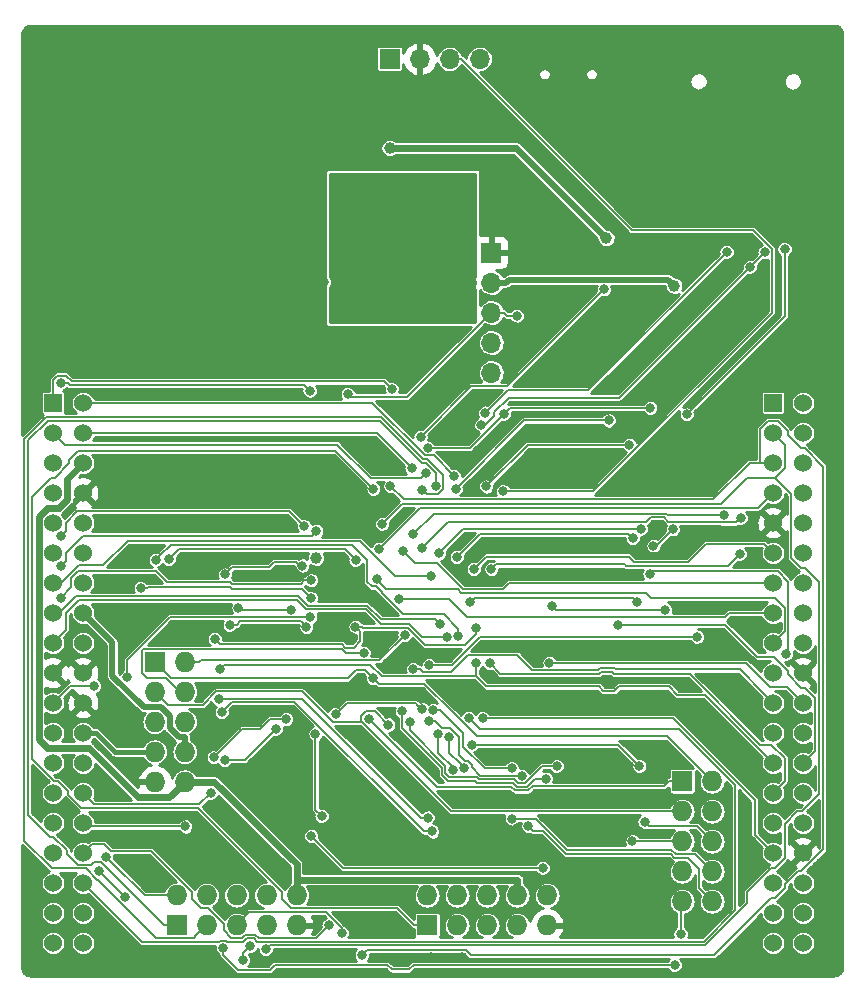
<source format=gbl>
G04 #@! TF.GenerationSoftware,KiCad,Pcbnew,6.0.0-unknown-0ba0c17~86~ubuntu19.04.1*
G04 #@! TF.CreationDate,2019-08-25T23:17:57-07:00*
G04 #@! TF.ProjectId,Nucleo-64-407,4e75636c-656f-42d3-9634-2d3430372e6b,rev?*
G04 #@! TF.SameCoordinates,PX328b740PY6ea0500*
G04 #@! TF.FileFunction,Copper,L2,Bot*
G04 #@! TF.FilePolarity,Positive*
%FSLAX46Y46*%
G04 Gerber Fmt 4.6, Leading zero omitted, Abs format (unit mm)*
G04 Created by KiCad (PCBNEW 6.0.0-unknown-0ba0c17~86~ubuntu19.04.1) date 2019-08-25 23:17:57*
%MOMM*%
%LPD*%
G04 APERTURE LIST*
%ADD10C,1.524000*%
%ADD11R,1.524000X1.524000*%
%ADD12O,1.727200X1.727200*%
%ADD13R,1.727200X1.727200*%
%ADD14O,1.700000X1.700000*%
%ADD15R,1.700000X1.700000*%
%ADD16C,0.800000*%
%ADD17C,1.000000*%
%ADD18C,0.600000*%
%ADD19C,0.152400*%
%ADD20C,0.400000*%
%ADD21C,0.500000*%
%ADD22C,0.254000*%
G04 APERTURE END LIST*
D10*
X5431500Y48775000D03*
X5431500Y46235000D03*
X5431500Y43695000D03*
X5431500Y41155000D03*
X5431500Y38615000D03*
X5431500Y36075000D03*
X5431500Y33535000D03*
X5431500Y30995000D03*
X5431500Y28455000D03*
X5431500Y25915000D03*
X5431500Y23375000D03*
X5431500Y20835000D03*
X5431500Y18295000D03*
X5431500Y15755000D03*
X5431500Y13215000D03*
X5431500Y10675000D03*
X5431500Y8135000D03*
X5431500Y5595000D03*
D11*
X2891500Y48775000D03*
D10*
X2891500Y46235000D03*
X2891500Y43695000D03*
X2891500Y41155000D03*
X2891500Y38615000D03*
X2891500Y36075000D03*
X2891500Y33535000D03*
X2891500Y30995000D03*
X2891500Y28455000D03*
X2891500Y25915000D03*
X2891500Y23375000D03*
X2891500Y20835000D03*
X2891500Y18295000D03*
X2891500Y15755000D03*
X2891500Y13215000D03*
X2891500Y10675000D03*
X2891500Y8135000D03*
X2891500Y5595000D03*
D11*
X63851500Y48775000D03*
D10*
X63851500Y46235000D03*
X63851500Y43695000D03*
X63851500Y41155000D03*
X63851500Y38615000D03*
X63851500Y36075000D03*
X63851500Y33535000D03*
X63851500Y30995000D03*
X63851500Y28455000D03*
X63851500Y25915000D03*
X63851500Y23375000D03*
X63851500Y20835000D03*
X63851500Y18295000D03*
X63851500Y15755000D03*
X63851500Y13215000D03*
X63851500Y10675000D03*
X63851500Y8135000D03*
X63851500Y5595000D03*
X66391500Y48775000D03*
X66391500Y46235000D03*
X66391500Y43695000D03*
X66391500Y41155000D03*
X66391500Y38615000D03*
X66391500Y36075000D03*
X66391500Y33535000D03*
X66391500Y30995000D03*
X66391500Y28455000D03*
X66391500Y25915000D03*
X66391500Y23375000D03*
X66391500Y20835000D03*
X66391500Y18295000D03*
X66391500Y15755000D03*
X66391500Y13215000D03*
X66391500Y10675000D03*
X66391500Y8135000D03*
X66391500Y5595000D03*
X63851500Y3055000D03*
X66391500Y3055000D03*
X5431500Y3055000D03*
X2891500Y3055000D03*
D12*
X58696000Y6589500D03*
X56156000Y6589500D03*
X58696000Y9129500D03*
X56156000Y9129500D03*
X58696000Y11669500D03*
X56156000Y11669500D03*
X58696000Y14209500D03*
X56156000Y14209500D03*
X58696000Y16749500D03*
D13*
X56156000Y16749500D03*
D12*
X14056000Y16686000D03*
X11516000Y16686000D03*
X14056000Y19226000D03*
X11516000Y19226000D03*
X14056000Y21766000D03*
X11516000Y21766000D03*
X14056000Y24306000D03*
X11516000Y24306000D03*
X14056000Y26846000D03*
D13*
X11516000Y26846000D03*
D12*
X23517500Y7098000D03*
X23517500Y4558000D03*
X20977500Y7098000D03*
X20977500Y4558000D03*
X18437500Y7098000D03*
X18437500Y4558000D03*
X15897500Y7098000D03*
X15897500Y4558000D03*
X13357500Y7098000D03*
D13*
X13357500Y4558000D03*
D12*
X44726500Y7098000D03*
X44726500Y4558000D03*
X42186500Y7098000D03*
X42186500Y4558000D03*
X39646500Y7098000D03*
X39646500Y4558000D03*
X37106500Y7098000D03*
X37106500Y4558000D03*
X34566500Y7098000D03*
D13*
X34566500Y4558000D03*
D14*
X39011500Y77900000D03*
X36471500Y77900000D03*
X33931500Y77900000D03*
D15*
X31391500Y77900000D03*
D14*
X40000000Y51340000D03*
X40000000Y53880000D03*
X40000000Y56420000D03*
X40000000Y58960000D03*
D15*
X40000000Y61500000D03*
D16*
X42440500Y65454000D03*
X52156000Y61771000D03*
X45806000Y63231500D03*
X53743500Y67803500D03*
D17*
X49743000Y62723500D03*
D16*
X26629000Y2144500D03*
X32280500Y1700000D03*
X56029500Y3795500D03*
X34925000Y1820610D03*
X37525000Y1820610D03*
X55521500Y1192000D03*
X17294500Y2589000D03*
X8976000Y6970500D03*
X7417288Y10323611D03*
X6772798Y9148798D03*
X7890110Y16100000D03*
X9795810Y11621995D03*
X42205643Y12749940D03*
X41738820Y13580100D03*
X43139000Y12939500D03*
X42567500Y17194000D03*
X38332428Y19828128D03*
X37717169Y17853342D03*
X36742079Y17704443D03*
X35492897Y20704475D03*
X36414390Y20463768D03*
X34693500Y21829500D03*
X34156118Y22818445D03*
X35106433Y22755283D03*
X19607122Y2819452D03*
X19009000Y1636500D03*
X41742000Y17829000D03*
X61902500Y60279500D03*
X55376100Y38071400D03*
X56546600Y47799400D03*
X64839400Y61795900D03*
X53735454Y36669758D03*
X24000000Y35000000D03*
X24750000Y33750000D03*
X24349418Y29794222D03*
X24691275Y30683166D03*
X24750000Y32245188D03*
D17*
X25172253Y35673523D03*
D16*
X28516000Y35480300D03*
X12693400Y35543700D03*
X17461900Y34245500D03*
X3564689Y32282309D03*
X30287902Y33856052D03*
X17446633Y18517436D03*
X21771300Y21178100D03*
X16256000Y15749000D03*
X16506551Y18762409D03*
X22647800Y21981800D03*
X14102100Y12909200D03*
X25113500Y20766200D03*
X25631700Y13815100D03*
X32440300Y22681900D03*
X44648500Y16962400D03*
X34109400Y36482200D03*
X61106900Y39048400D03*
X33370600Y26272300D03*
X39270421Y22079032D03*
X52658161Y38095165D03*
X35599000Y36045000D03*
X34891600Y34138500D03*
X35678800Y30066300D03*
X36250300Y28949500D03*
X26225800Y4528300D03*
X37217700Y29048200D03*
X11590200Y35487700D03*
X6376600Y24812400D03*
X40011980Y34702410D03*
X61047000Y35989300D03*
X38078700Y22124300D03*
X44925000Y26771600D03*
X50701000Y30000000D03*
X45156900Y31568700D03*
X54730300Y31264500D03*
X53400500Y34291900D03*
X64977300Y27520500D03*
X31594100Y49953300D03*
X36840600Y42616200D03*
X34452200Y42839400D03*
X33258500Y43284100D03*
X39866900Y26741500D03*
X32539600Y36221600D03*
X32167100Y32189000D03*
X26834400Y22406600D03*
X53473200Y48353500D03*
X41052800Y47848000D03*
X34619900Y44960900D03*
X51981957Y37304692D03*
X37074700Y35707800D03*
X32661500Y29115200D03*
X29220597Y27612905D03*
X33405100Y37643900D03*
X59733400Y39282400D03*
X38528618Y34702410D03*
X28498065Y29828379D03*
X38702800Y29755000D03*
X16588000Y28813700D03*
X38698300Y26738500D03*
X38235300Y31894500D03*
X52321400Y31957100D03*
X16992800Y26215200D03*
X35308600Y41768900D03*
X9189700Y25600100D03*
X34138500Y41427600D03*
X17867300Y29986900D03*
X27359200Y3927900D03*
X29044800Y2018900D03*
X31457300Y41725600D03*
X44354961Y9418990D03*
X24742800Y12113300D03*
X30759300Y38537500D03*
X20906300Y2528000D03*
X29658900Y22042900D03*
X29987830Y25452097D03*
X31295000Y21538500D03*
X52550000Y18029600D03*
X51940600Y11650000D03*
X33080200Y21768900D03*
X45561000Y18029600D03*
X52980600Y13312100D03*
X30019300Y41492800D03*
X34018100Y45916000D03*
X49555400Y58411800D03*
X3564698Y34946070D03*
X25200600Y37934500D03*
X16938800Y23686600D03*
X34626100Y13668100D03*
X3564689Y37486074D03*
X24151100Y38321600D03*
X17176600Y22583000D03*
X35013100Y12488200D03*
X3564689Y50463733D03*
X24617400Y49819100D03*
X41006600Y41288700D03*
X57440900Y28964700D03*
X34726500Y26603000D03*
X51680300Y45220100D03*
X39564500Y41694400D03*
X59926300Y61571900D03*
X39476400Y47953000D03*
X49935400Y47288900D03*
X36983300Y41513300D03*
X63141100Y61518100D03*
X39149800Y46927100D03*
D17*
X31400000Y70350000D03*
D16*
X30487500Y36399700D03*
X23022700Y31265000D03*
X18597200Y31432200D03*
X10330900Y33075800D03*
X42151400Y56161400D03*
X27842400Y49509200D03*
D17*
X28750000Y62750000D03*
X30947000Y62750000D03*
X33000000Y62750000D03*
X33000000Y61250000D03*
X30947000Y61250000D03*
X28750000Y61250000D03*
X55493100Y58701000D03*
D16*
X29900000Y14525000D03*
X23850000Y17000000D03*
X28175000Y16975000D03*
X19750000Y49550000D03*
D17*
X41775000Y22950000D03*
X24900000Y71200000D03*
X22950000Y71200000D03*
X21200000Y71200000D03*
X2550000Y54000000D03*
X2500000Y51950000D03*
X9850000Y52050000D03*
X20300000Y43250000D03*
X36950000Y51550000D03*
X14150000Y59000000D03*
X16000000Y59000000D03*
X13400000Y53200000D03*
X15350000Y53200000D03*
X30400000Y52600000D03*
D16*
X38500000Y72250000D03*
X43250000Y70750000D03*
X45750000Y71000000D03*
X43750000Y75500000D03*
X57400000Y62500000D03*
X35400000Y11200000D03*
X39750000Y36750000D03*
X33250000Y27750000D03*
X30500000Y28000000D03*
X31500000Y26500000D03*
X32750000Y20000000D03*
X35000000Y17750000D03*
X50250000Y56750000D03*
X51750000Y55750000D03*
X56250000Y51000000D03*
X53500000Y53750000D03*
X53750000Y50250000D03*
X50250000Y44250000D03*
X51000000Y51000000D03*
X60500000Y55750000D03*
X7500000Y75500000D03*
X7500000Y77000000D03*
X7500000Y78500000D03*
X26500000Y75500000D03*
X26500000Y77000000D03*
X26500000Y78600000D03*
X59150000Y71350000D03*
X56450000Y71350000D03*
X50550000Y73900000D03*
X68050000Y63900000D03*
D17*
X55921390Y62588768D03*
X40100000Y73950000D03*
X35800000Y72350000D03*
D16*
X53600000Y15300000D03*
X61200000Y22800000D03*
X62100000Y18300000D03*
X62400000Y16400000D03*
X61400000Y13300000D03*
X68600000Y6700000D03*
X64600000Y1400000D03*
X28000000Y73000000D03*
X61900000Y76800000D03*
X41500000Y75500000D03*
X39500000Y67000000D03*
X35500000Y54400000D03*
X45300000Y58000000D03*
X45300000Y61000000D03*
X54300000Y60700000D03*
X52050000Y69900000D03*
X53016046Y35986371D03*
X54227658Y38371390D03*
X62403343Y28971390D03*
X18471399Y34196611D03*
X20133421Y34200000D03*
D17*
X48700000Y34255510D03*
D16*
X58500000Y31300000D03*
X62200000Y30300000D03*
X54000000Y27800000D03*
X56200000Y25000000D03*
X50000000Y25100000D03*
X39000000Y15400000D03*
X44900000Y15200000D03*
X47300000Y15300000D03*
X49700000Y12900000D03*
X51400000Y13200000D03*
X49500000Y15300000D03*
X47200000Y17700000D03*
X50400000Y18400000D03*
X54100000Y19100000D03*
X51300000Y23400000D03*
X59300000Y21300000D03*
X59600000Y24800000D03*
X55500000Y27800000D03*
X60000000Y28100000D03*
X47900000Y23200000D03*
D17*
X47000000Y36800000D03*
D16*
X62800000Y50800000D03*
X37200000Y47000000D03*
X43200000Y43000000D03*
X46000000Y43200000D03*
X55200000Y36400000D03*
X52700000Y41900000D03*
D17*
X8900000Y31100000D03*
X8600000Y33600000D03*
X9300000Y35800000D03*
X8700000Y38700000D03*
X9000000Y41000000D03*
X17000000Y38700000D03*
X14100000Y41000000D03*
X21400000Y38500000D03*
X24000000Y40300000D03*
X30000000Y37500000D03*
X30100000Y32100000D03*
X28300000Y34200000D03*
X20800000Y35600000D03*
D16*
X22300000Y34300000D03*
X13400000Y34600000D03*
X16700000Y35200000D03*
X11100000Y30200000D03*
X16200000Y31400000D03*
X14700000Y29200000D03*
X23700000Y11400000D03*
X21000000Y9900000D03*
D17*
X16200000Y14500000D03*
X18200000Y17000000D03*
X24200000Y14900000D03*
X22500000Y13700000D03*
X20388170Y18070822D03*
X16300000Y20700000D03*
X20900000Y22700000D03*
X18900000Y22000000D03*
X22300000Y18700000D03*
X27998554Y28789249D03*
X20500000Y29400000D03*
X26500000Y23800000D03*
X29000000Y20400000D03*
X24900000Y24600000D03*
X28935618Y25431583D03*
X23300000Y20400000D03*
X39800000Y18800000D03*
D16*
X43100000Y18200000D03*
D17*
X27800000Y45500000D03*
X29900000Y44000000D03*
X22100000Y42600000D03*
X25700000Y42400000D03*
X26200000Y49600000D03*
X17600000Y59000000D03*
X7200000Y43600000D03*
D16*
X63900000Y63650000D03*
X66250000Y54250000D03*
X56000000Y56200000D03*
X54200000Y57200000D03*
X51400000Y57800000D03*
D17*
X57300000Y61400000D03*
D16*
X10200000Y20500000D03*
X8400000Y20200000D03*
X12200000Y11100000D03*
X15500000Y11900000D03*
X11000000Y8000000D03*
X9100000Y3000000D03*
X27900000Y7000000D03*
X28200000Y5000000D03*
X31300000Y4800000D03*
X32900000Y11400000D03*
X31900000Y7100000D03*
X25400000Y7100000D03*
X25600000Y9500000D03*
X33100000Y16400000D03*
X28400000Y13300000D03*
X38000000Y12600000D03*
X47000000Y12100000D03*
X48300000Y5700000D03*
X68000000Y9600000D03*
X13200000Y49403610D03*
X27200000Y52000000D03*
X32000000Y52600000D03*
X35000000Y50000000D03*
X32400000Y47900000D03*
X17200000Y53200000D03*
X27200000Y53400000D03*
X25800000Y59000000D03*
D18*
X42116500Y70350000D02*
X49743000Y62723500D01*
X39500000Y70350000D02*
X42116500Y70350000D01*
D19*
X31201000Y1192000D02*
X21676000Y1192000D01*
X21676000Y1192000D02*
X21231500Y747500D01*
X31582000Y811000D02*
X31201000Y1192000D01*
X33042500Y811000D02*
X31582000Y811000D01*
X55521500Y1192000D02*
X33423500Y1192000D01*
X21231500Y747500D02*
X18570315Y747500D01*
X33423500Y1192000D02*
X33042500Y811000D01*
X18570315Y747500D02*
X17294500Y2023315D01*
X17294500Y2023315D02*
X17294500Y2589000D01*
X56029500Y3795500D02*
X56029500Y6463000D01*
X56029500Y6463000D02*
X56156000Y6589500D01*
X63717800Y6865000D02*
X64000800Y6865000D01*
X58871700Y2018900D02*
X63717800Y6865000D01*
X29475111Y2449211D02*
X37826729Y2449211D01*
X63427100Y47238500D02*
X62789900Y46601300D01*
X66241300Y44965000D02*
X65147700Y46058600D01*
X64260400Y47238500D02*
X63427100Y47238500D01*
X68114000Y43377700D02*
X66526700Y44965000D01*
X68114000Y10983400D02*
X68114000Y43377700D01*
X64842600Y8005300D02*
X65963400Y9126100D01*
X66526700Y44965000D02*
X66241300Y44965000D01*
X64842600Y7706800D02*
X64842600Y8005300D01*
X62789900Y46601300D02*
X62789900Y43695000D01*
X29044800Y2018900D02*
X29475111Y2449211D01*
X37826729Y2449211D02*
X38257040Y2018900D01*
X65147700Y46058600D02*
X65147700Y46351200D01*
X65147700Y46351200D02*
X64260400Y47238500D01*
X66256700Y9126100D02*
X68114000Y10983400D01*
X65963400Y9126100D02*
X66256700Y9126100D01*
X64000800Y6865000D02*
X64842600Y7706800D01*
X38257040Y2018900D02*
X58871700Y2018900D01*
X5431500Y8135000D02*
X10409600Y3156900D01*
X17596229Y3217601D02*
X17656930Y3156900D01*
X17656930Y3156900D02*
X19014240Y3156900D01*
X19908851Y3448053D02*
X20200004Y3156900D01*
X60617900Y5803100D02*
X60617900Y16385700D01*
X60617900Y16385700D02*
X55874100Y21129500D01*
X38478699Y21724301D02*
X38078700Y22124300D01*
X16932070Y3156900D02*
X16992771Y3217601D01*
X20200004Y3156900D02*
X57971700Y3156900D01*
X39073500Y21129500D02*
X38478699Y21724301D01*
X19305393Y3448053D02*
X19908851Y3448053D01*
X57971700Y3156900D02*
X60617900Y5803100D01*
X10409600Y3156900D02*
X16932070Y3156900D01*
X16992771Y3217601D02*
X17596229Y3217601D01*
X19014240Y3156900D02*
X19305393Y3448053D01*
X55874100Y21129500D02*
X39073500Y21129500D01*
X8951096Y6970500D02*
X8976000Y6970500D01*
X6772798Y9148798D02*
X8951096Y6970500D01*
X17984601Y3465799D02*
X17344900Y4105500D01*
X35456801Y41027601D02*
X35937500Y41508300D01*
X19179137Y3752864D02*
X18892073Y3465799D01*
X13357500Y7098000D02*
X10642899Y7098000D01*
X15033901Y3694401D02*
X15897500Y4558000D01*
X6965443Y9886466D02*
X6326136Y9886466D01*
X6123670Y9684000D02*
X4976400Y9684000D01*
X26225800Y4528300D02*
X25159600Y3462100D01*
X34459700Y43721800D02*
X35308600Y42872900D01*
X34106400Y43721800D02*
X34459700Y43721800D01*
X6193499Y11436999D02*
X5431500Y10675000D01*
X2794500Y9360400D02*
X5672190Y9360400D01*
X34538499Y41027601D02*
X35456801Y41027601D01*
X18892073Y3465799D02*
X17984601Y3465799D01*
X4053500Y10914700D02*
X2915100Y12053100D01*
X16026900Y6005400D02*
X15414500Y6005400D01*
X35308600Y42872900D02*
X35308600Y42334585D01*
X4976400Y9684000D02*
X4053500Y10606900D01*
X20035107Y3752864D02*
X19179137Y3752864D01*
X2458000Y47271400D02*
X30556800Y47271400D01*
X7833630Y10837601D02*
X7234232Y11436999D01*
X34138500Y41427600D02*
X34538499Y41027601D01*
X473100Y45718200D02*
X473100Y11681800D01*
X14804900Y3465400D02*
X15033901Y3694401D01*
X473100Y11681800D02*
X2794500Y9360400D01*
X7234232Y11436999D02*
X6193499Y11436999D01*
X20325870Y3462100D02*
X20035107Y3752864D01*
X35937500Y42675700D02*
X34586300Y44026900D01*
X11576700Y3465400D02*
X14804900Y3465400D01*
X30556800Y47271400D02*
X34106400Y43721800D01*
X25159600Y3462100D02*
X20325870Y3462100D01*
X6668201Y8373899D02*
X11576700Y3465400D01*
X6658691Y8373899D02*
X6668201Y8373899D01*
X14627500Y7404200D02*
X11194099Y10837601D01*
X30683200Y47576600D02*
X2331500Y47576600D01*
X10642899Y7098000D02*
X7817287Y9923612D01*
X792300Y13912900D02*
X792300Y45605700D01*
X14627500Y6792400D02*
X14627500Y7404200D01*
X34232900Y44026900D02*
X30683200Y47576600D01*
X2652100Y12053100D02*
X792300Y13912900D01*
X5672190Y9360400D02*
X6658691Y8373899D01*
X7817287Y9923612D02*
X7417288Y10323611D01*
X792300Y45605700D02*
X2458000Y47271400D01*
X11194099Y10837601D02*
X7833630Y10837601D01*
X2331500Y47576600D02*
X473100Y45718200D01*
X12293909Y4558000D02*
X6965443Y9886466D01*
X13357500Y4558000D02*
X12293909Y4558000D01*
X17344900Y4687400D02*
X16026900Y6005400D01*
X4053500Y10606900D02*
X4053500Y10914700D01*
X34586300Y44026900D02*
X34232900Y44026900D01*
X15414500Y6005400D02*
X14627500Y6792400D01*
X35308600Y42334585D02*
X35308600Y41768900D01*
X35937500Y41508300D02*
X35937500Y42675700D01*
X2915100Y12053100D02*
X2652100Y12053100D01*
X17344900Y4105500D02*
X17344900Y4687400D01*
X6326136Y9886466D02*
X6123670Y9684000D01*
X57832401Y9993099D02*
X58696000Y9129500D01*
X57248201Y10577299D02*
X57832401Y9993099D01*
X55505487Y10272488D02*
X56629470Y10272488D01*
X55631743Y10577299D02*
X57248201Y10577299D01*
X52079811Y10958311D02*
X55250731Y10958311D01*
X57603799Y9298159D02*
X57603799Y7681701D01*
X55250731Y10958311D02*
X55631743Y10577299D01*
X57603799Y7681701D02*
X57832401Y7453099D01*
X57832401Y7453099D02*
X58696000Y6589500D01*
X46303990Y10600010D02*
X55177966Y10600010D01*
X55177966Y10600010D02*
X55505487Y10272488D01*
X56629470Y10272488D02*
X57603799Y9298159D01*
X53133653Y10958311D02*
X52079811Y10958311D01*
X52079811Y10958311D02*
X46376755Y10958311D01*
X44364499Y12539501D02*
X46303990Y10600010D01*
X46376755Y10958311D02*
X43754966Y13580100D01*
X42304505Y13580100D02*
X41738820Y13580100D01*
X43754966Y13580100D02*
X42304505Y13580100D01*
X43139000Y12939500D02*
X43538999Y12539501D01*
X43538999Y12539501D02*
X44364499Y12539501D01*
X44082815Y16962400D02*
X44648500Y16962400D01*
X36440349Y17075841D02*
X36113477Y17402713D01*
X45561000Y18029600D02*
X44333432Y18029600D01*
X42013258Y15955776D02*
X43121742Y15955776D01*
X44333432Y18029600D02*
X42869230Y16565398D01*
X36113477Y18061723D02*
X33080200Y21095000D01*
X35422233Y16279567D02*
X41689468Y16279567D01*
X43697299Y16962400D02*
X44082815Y16962400D01*
X32440300Y22681900D02*
X32440300Y21208635D01*
X35808666Y17276457D02*
X36314093Y16771030D01*
X38762093Y17075841D02*
X36440349Y17075841D01*
X43499465Y16333500D02*
X54647500Y16333500D01*
X32440300Y21208635D02*
X35808666Y17840269D01*
X41815724Y16584378D02*
X42139514Y16260587D01*
X41689468Y16279567D02*
X42013258Y15955776D01*
X43121742Y15955776D02*
X43499465Y16333500D01*
X54647500Y16333500D02*
X55063500Y16749500D01*
X42995486Y16260587D02*
X43697299Y16962400D01*
X55140000Y16749500D02*
X56156000Y16749500D01*
X38822488Y16584378D02*
X41815724Y16584378D01*
X42139514Y16260587D02*
X42995486Y16260587D01*
X29658900Y22042900D02*
X35422233Y16279567D01*
X36314093Y16771030D02*
X38635837Y16771030D01*
X55063500Y16749500D02*
X55140000Y16749500D01*
X36113477Y17402713D02*
X36113477Y18061723D01*
X41941979Y16889189D02*
X38948744Y16889189D01*
X33080200Y21095000D02*
X33080200Y21203215D01*
X35808666Y17840269D02*
X35808666Y17276457D01*
X33080200Y21203215D02*
X33080200Y21768900D01*
X42265770Y16565398D02*
X41941979Y16889189D01*
X38635837Y16771030D02*
X38822488Y16584378D01*
X42869230Y16565398D02*
X42265770Y16565398D01*
X38948744Y16889189D02*
X38762093Y17075841D01*
X38345770Y17923230D02*
X39075000Y17194000D01*
X39075000Y17194000D02*
X42567500Y17194000D01*
X52550000Y18029600D02*
X50751472Y19828128D01*
X36414390Y19156121D02*
X37317170Y18253341D01*
X36414390Y20463768D02*
X36414390Y19156121D01*
X37297000Y18972000D02*
X37787057Y18481943D01*
X37787057Y18481943D02*
X38018898Y18481943D01*
X50751472Y19828128D02*
X38898113Y19828128D01*
X37601811Y19669755D02*
X37601811Y20825590D01*
X38345770Y18155071D02*
X38345770Y17923230D01*
X41742000Y17829000D02*
X39442566Y17829000D01*
X38018898Y18481943D02*
X38345770Y18155071D01*
X35672118Y22755283D02*
X35106433Y22755283D01*
X39442566Y17829000D02*
X37601811Y19669755D01*
X37601811Y20825590D02*
X35672118Y22755283D01*
X37317170Y18253341D02*
X37717169Y17853342D01*
X38898113Y19828128D02*
X38332428Y19828128D01*
X37297000Y20496000D02*
X37297000Y18972000D01*
X35492897Y20704475D02*
X35492897Y19155808D01*
X35492897Y19155808D02*
X36742079Y17906626D01*
X36742079Y17906626D02*
X36742079Y17704443D01*
X36535000Y21258000D02*
X37297000Y20496000D01*
X35830685Y21258000D02*
X36535000Y21258000D01*
X35259185Y21829500D02*
X35830685Y21258000D01*
X34693500Y21829500D02*
X35259185Y21829500D01*
X27750900Y23323100D02*
X33651463Y23323100D01*
X33756119Y23218444D02*
X34156118Y22818445D01*
X33651463Y23323100D02*
X33756119Y23218444D01*
X26834400Y22406600D02*
X27750900Y23323100D01*
X19009000Y1636500D02*
X19009000Y2221330D01*
X19009000Y2221330D02*
X19607122Y2819452D01*
D18*
X23517500Y7098000D02*
X23517500Y8414300D01*
X14056000Y16686000D02*
X15372300Y16686000D01*
X23517500Y8414300D02*
X42186500Y8414300D01*
X5431500Y43695000D02*
X4106300Y42369800D01*
X4106300Y40611900D02*
X3379400Y39885000D01*
X3379400Y39885000D02*
X2421600Y39885000D01*
X4106300Y42369800D02*
X4106300Y40611900D01*
X42186500Y7098000D02*
X42186500Y8414300D01*
X12738500Y15368500D02*
X14056000Y16686000D01*
X10123400Y15368500D02*
X12738500Y15368500D01*
X2412000Y19565000D02*
X5926900Y19565000D01*
X5926900Y19565000D02*
X10123400Y15368500D01*
X1676200Y39139600D02*
X1676200Y20300800D01*
X1676200Y20300800D02*
X2412000Y19565000D01*
X2421600Y39885000D02*
X1676200Y39139600D01*
X16525000Y16686000D02*
X15372300Y16686000D01*
X23517500Y9693500D02*
X16525000Y16686000D01*
X23517500Y8414300D02*
X23517500Y9693500D01*
D19*
X54908900Y20536600D02*
X38766967Y20536600D01*
X36743755Y22559812D02*
X36730588Y22559812D01*
X58696000Y16749500D02*
X54908900Y20536600D01*
X34341700Y24948700D02*
X30491227Y24948700D01*
X36730588Y22559812D02*
X34341700Y24948700D01*
X30491227Y24948700D02*
X30387829Y25052098D01*
X38766967Y20536600D02*
X36743755Y22559812D01*
X30387829Y25052098D02*
X29987830Y25452097D01*
X61902500Y60279500D02*
X50846700Y49223700D01*
X63141100Y61518100D02*
X61902500Y60279500D01*
X64839400Y56092200D02*
X56546600Y47799400D01*
X53974458Y36669758D02*
X53735454Y36669758D01*
X55376100Y38071400D02*
X53974458Y36669758D01*
X64839400Y61795900D02*
X64839400Y56092200D01*
X21633803Y35299803D02*
X21200000Y34866000D01*
X23450197Y35299803D02*
X21633803Y35299803D01*
X21200000Y34866000D02*
X18082400Y34866000D01*
X23750000Y35000000D02*
X23450197Y35299803D01*
X24000000Y35000000D02*
X23750000Y35000000D01*
X18082400Y34866000D02*
X17461900Y34245500D01*
X24750000Y33750000D02*
X24184315Y33750000D01*
X24184315Y33750000D02*
X23875216Y33440901D01*
X23875216Y33440901D02*
X23663672Y33440901D01*
X34148300Y28949500D02*
X33048600Y30049200D01*
X11002585Y33181800D02*
X17887133Y33181800D01*
X10896585Y33075800D02*
X11002585Y33181800D01*
X23949419Y30194221D02*
X24349418Y29794222D01*
X10330900Y33075800D02*
X10896585Y33075800D01*
X33048600Y30049200D02*
X30641401Y30049200D01*
X3653499Y29216999D02*
X2891500Y28455000D01*
X17887133Y33181800D02*
X18012923Y33056010D01*
X18012923Y33056010D02*
X23939178Y33056010D01*
X4870500Y32427400D02*
X23637458Y32427400D01*
X23562591Y32071200D02*
X5088200Y32071200D01*
X3438100Y30995000D02*
X4870500Y32427400D01*
X9189700Y25600100D02*
X9189700Y27044500D01*
X30655369Y30466299D02*
X35278801Y30466299D01*
X24074724Y30632300D02*
X24125590Y30683166D01*
X12777500Y30632300D02*
X24074724Y30632300D01*
X23831627Y30312013D02*
X23949419Y30194221D01*
X17867300Y29986900D02*
X18432985Y29986900D01*
X18758098Y30312013D02*
X23831627Y30312013D01*
X24350001Y32645187D02*
X24750000Y32245188D01*
X9189700Y27044500D02*
X12777500Y30632300D01*
X35278801Y30466299D02*
X35678800Y30066300D01*
X24322015Y31311776D02*
X23562591Y32071200D01*
X30641401Y30049200D02*
X29378825Y31311776D01*
X24448271Y31616587D02*
X29505081Y31616587D01*
X4009000Y30992000D02*
X4009000Y29572500D01*
X4009000Y29572500D02*
X3653499Y29216999D01*
X29505081Y31616587D02*
X30655369Y30466299D01*
X5088200Y32071200D02*
X4009000Y30992000D01*
X29378825Y31311776D02*
X24322015Y31311776D01*
X2891500Y30995000D02*
X3438100Y30995000D01*
X24125590Y30683166D02*
X24691275Y30683166D01*
X36250300Y28949500D02*
X34148300Y28949500D01*
X23637458Y32427400D02*
X24448271Y31616587D01*
X23939178Y33056010D02*
X24350001Y32645187D01*
X18432985Y29986900D02*
X18758098Y30312013D01*
X5001200Y34526000D02*
X11630100Y34526000D01*
X4438600Y33963400D02*
X5001200Y34526000D01*
X11630100Y34526000D02*
X12539500Y33616600D01*
X18059099Y33440901D02*
X23663672Y33440901D01*
X3564689Y32282309D02*
X4438600Y33156220D01*
X12539500Y33616600D02*
X17883400Y33616600D01*
X4438600Y33156220D02*
X4438600Y33963400D01*
X17883400Y33616600D02*
X18059099Y33440901D01*
X13568600Y36418900D02*
X12693400Y35543700D01*
X27577400Y36418900D02*
X13568600Y36418900D01*
X28516000Y35480300D02*
X27577400Y36418900D01*
X64851000Y29454500D02*
X64851000Y31437600D01*
X64851000Y31437600D02*
X64023600Y32265000D01*
X63851500Y28455000D02*
X64851000Y29454500D01*
X31112454Y33031500D02*
X30687901Y33456053D01*
X53563900Y32265000D02*
X53112321Y32716579D01*
X53112321Y32716579D02*
X37475497Y32716579D01*
X37475497Y32716579D02*
X37160576Y33031500D01*
X30687901Y33456053D02*
X30287902Y33856052D01*
X37160576Y33031500D02*
X31112454Y33031500D01*
X64023600Y32265000D02*
X53563900Y32265000D01*
X18012318Y18517436D02*
X17446633Y18517436D01*
X21771300Y21178100D02*
X19110636Y18517436D01*
X19110636Y18517436D02*
X18012318Y18517436D01*
X6403100Y14783400D02*
X5431500Y15755000D01*
X15290400Y14783400D02*
X6403100Y14783400D01*
X16256000Y15749000D02*
X15290400Y14783400D01*
X20449731Y21171399D02*
X18915541Y21171399D01*
X16906550Y19162408D02*
X16506551Y18762409D01*
X18915541Y21171399D02*
X16906550Y19162408D01*
X22647800Y21981800D02*
X21260132Y21981800D01*
X21260132Y21981800D02*
X20449731Y21171399D01*
X5737300Y12909200D02*
X5431500Y13215000D01*
X14102100Y12909200D02*
X5737300Y12909200D01*
X25113500Y14333300D02*
X25631700Y13815100D01*
X25113500Y20766200D02*
X25113500Y14333300D01*
X54628200Y39100000D02*
X55000000Y38728200D01*
X60712000Y38653500D02*
X61106900Y39048400D01*
X53500000Y39100000D02*
X54628200Y39100000D01*
X53128200Y38728200D02*
X53500000Y39100000D01*
X36355400Y38728200D02*
X53128200Y38728200D01*
X55000000Y38728200D02*
X59398200Y38728200D01*
X34109400Y36482200D02*
X36355400Y38728200D01*
X59472900Y38653500D02*
X60712000Y38653500D01*
X59398200Y38728200D02*
X59472900Y38653500D01*
X49011633Y26142700D02*
X49173744Y26304811D01*
X50526258Y26204809D02*
X61021691Y26204809D01*
X49173744Y26304811D02*
X50426256Y26304811D01*
X61021691Y26204809D02*
X63089501Y24136999D01*
X63089501Y24136999D02*
X63851500Y23375000D01*
X50426256Y26304811D02*
X50526258Y26204809D01*
X42218000Y27413400D02*
X43488700Y26142700D01*
X38050400Y27413400D02*
X42218000Y27413400D01*
X36611100Y25974100D02*
X38050400Y27413400D01*
X33936285Y26272300D02*
X34234485Y25974100D01*
X33370600Y26272300D02*
X33936285Y26272300D01*
X43488700Y26142700D02*
X49011633Y26142700D01*
X34234485Y25974100D02*
X36611100Y25974100D01*
X62302500Y12224000D02*
X62302500Y15166100D01*
X62302500Y15166100D02*
X55389568Y22079032D01*
X39836106Y22079032D02*
X39270421Y22079032D01*
X63851500Y10675000D02*
X62302500Y12224000D01*
X55389568Y22079032D02*
X39836106Y22079032D01*
X52092476Y38095165D02*
X52658161Y38095165D01*
X35599000Y36045000D02*
X37649165Y38095165D01*
X37649165Y38095165D02*
X52092476Y38095165D01*
X31859300Y34138500D02*
X34891600Y34138500D01*
X28909400Y37088400D02*
X31859300Y34138500D01*
X9206800Y37088400D02*
X28909400Y37088400D01*
X7164100Y35045700D02*
X9206800Y37088400D01*
X5089300Y35045700D02*
X7164100Y35045700D01*
X3578600Y33535000D02*
X5089300Y35045700D01*
X2891500Y33535000D02*
X3578600Y33535000D01*
X11990199Y35887699D02*
X11590200Y35487700D01*
X29469600Y33623200D02*
X29469600Y35504000D01*
X30728602Y32667998D02*
X30728602Y32749730D01*
X37217700Y29613885D02*
X35973785Y30857800D01*
X30728602Y32749730D02*
X30249730Y33228602D01*
X32538800Y30857800D02*
X30728602Y32667998D01*
X28222700Y36750900D02*
X12853400Y36750900D01*
X12853400Y36750900D02*
X11990199Y35887699D01*
X30249730Y33228602D02*
X29864198Y33228602D01*
X37217700Y29048200D02*
X37217700Y29613885D01*
X29469600Y35504000D02*
X28222700Y36750900D01*
X35973785Y30857800D02*
X32538800Y30857800D01*
X29864198Y33228602D02*
X29469600Y33623200D01*
X4328900Y24812400D02*
X2891500Y23375000D01*
X6376600Y24812400D02*
X4328900Y24812400D01*
X61047000Y35989300D02*
X60052891Y34995191D01*
X51407218Y34995191D02*
X51300000Y35102409D01*
X51300000Y35102409D02*
X40411979Y35102409D01*
X60052891Y34995191D02*
X51407218Y34995191D01*
X40411979Y35102409D02*
X40011980Y34702410D01*
X65013400Y24753100D02*
X66391500Y23375000D01*
X63612100Y24753100D02*
X65013400Y24753100D01*
X61593600Y26771600D02*
X63612100Y24753100D01*
X44925000Y26771600D02*
X61593600Y26771600D01*
X66260000Y24645000D02*
X65121500Y25783500D01*
X67393400Y23792300D02*
X66540700Y24645000D01*
X66540700Y24645000D02*
X66260000Y24645000D01*
X67393400Y19296900D02*
X67393400Y23792300D01*
X65121500Y25783500D02*
X65121500Y26084500D01*
X66391500Y18295000D02*
X67393400Y19296900D01*
X65121500Y26084500D02*
X63912900Y27293100D01*
X63912900Y27293100D02*
X62506900Y27293100D01*
X62506900Y27293100D02*
X59800000Y30000000D01*
X59800000Y30000000D02*
X50701000Y30000000D01*
X45461100Y31264500D02*
X54730300Y31264500D01*
X45156900Y31568700D02*
X45461100Y31264500D01*
X65156200Y27699400D02*
X64977300Y27520500D01*
X65156200Y33637600D02*
X65156200Y27699400D01*
X64245400Y34548400D02*
X65156200Y33637600D01*
X53657000Y34548400D02*
X64245400Y34548400D01*
X53400500Y34291900D02*
X53657000Y34548400D01*
X2891500Y48775000D02*
X2891500Y50719333D01*
X30962263Y50585137D02*
X31194101Y50353299D01*
X31194101Y50353299D02*
X31594100Y49953300D01*
X4465887Y50585137D02*
X30962263Y50585137D01*
X3264501Y51092334D02*
X3958690Y51092334D01*
X2891500Y50719333D02*
X3264501Y51092334D01*
X3958690Y51092334D02*
X4465887Y50585137D01*
X5431500Y48775000D02*
X29916400Y48775000D01*
X35124800Y44332000D02*
X36840600Y42616200D01*
X29916400Y48775000D02*
X34359400Y44332000D01*
X34359400Y44332000D02*
X35124800Y44332000D01*
X3653499Y45473001D02*
X2891500Y46235000D01*
X3886100Y45240400D02*
X3653499Y45473001D01*
X26981270Y45240400D02*
X3886100Y45240400D01*
X29782269Y42439401D02*
X26981270Y45240400D01*
X34052201Y42439401D02*
X29782269Y42439401D01*
X34452200Y42839400D02*
X34052201Y42439401D01*
X5431500Y46235000D02*
X30307600Y46235000D01*
X30307600Y46235000D02*
X30750000Y45792600D01*
X30750000Y45792600D02*
X33258500Y43284100D01*
X50400000Y25837500D02*
X56792700Y25837500D01*
X49137500Y25837500D02*
X49300000Y26000000D01*
X56792700Y25837500D02*
X62786200Y19844000D01*
X49300000Y26000000D02*
X50237500Y26000000D01*
X39866900Y26741500D02*
X40770900Y25837500D01*
X50237500Y26000000D02*
X50400000Y25837500D01*
X62786200Y19844000D02*
X63723700Y19844000D01*
X40770900Y25837500D02*
X49137500Y25837500D01*
X64842500Y18725200D02*
X64842500Y16746000D01*
X64842500Y16746000D02*
X63851500Y15755000D01*
X63723700Y19844000D02*
X64842500Y18725200D01*
X32539600Y36221600D02*
X33584000Y35177200D01*
X62760259Y33521389D02*
X62773870Y33535000D01*
X40998248Y33021390D02*
X41498247Y33521389D01*
X35445942Y35177200D02*
X37601752Y33021390D01*
X37601752Y33021390D02*
X40998248Y33021390D01*
X33584000Y35177200D02*
X35445942Y35177200D01*
X62773870Y33535000D02*
X63851500Y33535000D01*
X41498247Y33521389D02*
X62760259Y33521389D01*
X37938700Y30635600D02*
X59800000Y30635600D01*
X59800000Y30635600D02*
X60159400Y30995000D01*
X60159400Y30995000D02*
X63851500Y30995000D01*
X36385300Y32189000D02*
X37938700Y30635600D01*
X32167100Y32189000D02*
X36385300Y32189000D01*
X41558300Y48353500D02*
X41052800Y47848000D01*
X53473200Y48353500D02*
X41558300Y48353500D01*
X38165700Y44960900D02*
X34619900Y44960900D01*
X41052800Y47848000D02*
X38165700Y44960900D01*
X37074700Y35707800D02*
X39071591Y37704691D01*
X39071591Y37704691D02*
X51581958Y37704691D01*
X51581958Y37704691D02*
X51981957Y37304692D01*
X30530603Y26984303D02*
X28918867Y26984303D01*
X28918867Y26984303D02*
X28914670Y26988500D01*
X15277314Y26846000D02*
X14056000Y26846000D01*
X32661500Y29115200D02*
X30530603Y26984303D01*
X15419814Y26988500D02*
X15277314Y26846000D01*
X28914670Y26988500D02*
X15419814Y26988500D01*
X13624934Y24306000D02*
X12482634Y25448300D01*
X10390300Y27794600D02*
X10534300Y27938600D01*
X27665500Y27612905D02*
X28654912Y27612905D01*
X12482634Y25448300D02*
X10860500Y25448300D01*
X10390300Y25918500D02*
X10390300Y27794600D01*
X27339805Y27938600D02*
X27665500Y27612905D01*
X14056000Y24306000D02*
X13624934Y24306000D01*
X10860500Y25448300D02*
X10390300Y25918500D01*
X28654912Y27612905D02*
X29220597Y27612905D01*
X10534300Y27938600D02*
X27339805Y27938600D01*
X59167715Y39282400D02*
X59733400Y39282400D01*
X35166009Y39404809D02*
X54826258Y39404809D01*
X33405100Y37643900D02*
X35166009Y39404809D01*
X54826258Y39404809D02*
X54948667Y39282400D01*
X54948667Y39282400D02*
X59167715Y39282400D01*
X58207099Y36836999D02*
X63089501Y36836999D01*
X38528618Y34702410D02*
X39587708Y35761500D01*
X56670100Y35300000D02*
X58207099Y36836999D01*
X52100000Y35300000D02*
X56670100Y35300000D01*
X51638500Y35761500D02*
X52100000Y35300000D01*
X39587708Y35761500D02*
X51638500Y35761500D01*
X63089501Y36836999D02*
X63851500Y36075000D01*
X17041062Y28360638D02*
X27348833Y28360638D01*
X28898064Y29428380D02*
X28498065Y29828379D01*
X27348833Y28360638D02*
X27648824Y28060647D01*
X27648824Y28060647D02*
X28348284Y28060647D01*
X37793385Y28279900D02*
X34386300Y28279900D01*
X28348284Y28060647D02*
X28898064Y28610427D01*
X16588000Y28813700D02*
X17041062Y28360638D01*
X29063750Y29828379D02*
X28498065Y29828379D01*
X38702800Y29755000D02*
X38702800Y29189315D01*
X34386300Y28279900D02*
X32922100Y29744100D01*
X32922100Y29744100D02*
X29148029Y29744100D01*
X28898064Y28610427D02*
X28898064Y29428380D01*
X38702800Y29189315D02*
X37793385Y28279900D01*
X29148029Y29744100D02*
X29063750Y29828379D01*
X50800000Y24774800D02*
X55025200Y24774800D01*
X49500000Y24400000D02*
X50425200Y24400000D01*
X49125200Y24774800D02*
X49500000Y24400000D01*
X50425200Y24400000D02*
X50800000Y24774800D01*
X38698300Y25643500D02*
X39567000Y24774800D01*
X39567000Y24774800D02*
X49125200Y24774800D01*
X55025200Y24774800D02*
X55753500Y24046500D01*
X55753500Y24046500D02*
X58100000Y24046500D01*
X58100000Y24046500D02*
X63851500Y18295000D01*
X29755060Y26615199D02*
X17392799Y26615199D01*
X17392799Y26615199D02*
X16992800Y26215200D01*
X30745059Y25625200D02*
X29755060Y26615199D01*
X38680000Y25625200D02*
X30745059Y25625200D01*
X38698300Y25643500D02*
X38680000Y25625200D01*
X52013300Y32265200D02*
X52321400Y31957100D01*
X38606000Y32265200D02*
X52013300Y32265200D01*
X38235300Y31894500D02*
X38606000Y32265200D01*
X38698300Y26738500D02*
X38698300Y25643500D01*
X27359200Y3927900D02*
X27359200Y4284400D01*
X27359200Y4284400D02*
X25993000Y5650600D01*
X19530100Y5650600D02*
X18437500Y4558000D01*
X25993000Y5650600D02*
X19530100Y5650600D01*
X32580700Y40602200D02*
X31457300Y41725600D01*
X58810700Y40602200D02*
X32580700Y40602200D01*
X61903500Y43695000D02*
X58810700Y40602200D01*
X62789900Y43695000D02*
X61903500Y43695000D01*
X62789900Y43695000D02*
X63851500Y43695000D01*
X27437110Y9418990D02*
X43789276Y9418990D01*
X43789276Y9418990D02*
X44354961Y9418990D01*
X24742800Y12113300D02*
X27437110Y9418990D01*
X21230000Y2851700D02*
X20906300Y2528000D01*
X58098200Y2851700D02*
X21230000Y2851700D01*
X61643500Y6397000D02*
X58098200Y2851700D01*
X61643500Y7332800D02*
X61643500Y6397000D01*
X63715700Y9405000D02*
X61643500Y7332800D01*
X64000800Y9405000D02*
X63715700Y9405000D01*
X64842600Y10246800D02*
X64000800Y9405000D01*
X64842600Y13136100D02*
X64842600Y10246800D01*
X65912600Y14206100D02*
X64842600Y13136100D01*
X66272300Y14206100D02*
X65912600Y14206100D01*
X67755500Y15689300D02*
X66272300Y14206100D01*
X67755500Y33577000D02*
X67755500Y15689300D01*
X66527500Y34805000D02*
X67755500Y33577000D01*
X66242400Y34805000D02*
X66527500Y34805000D01*
X65400600Y35646800D02*
X66242400Y34805000D01*
X65400600Y41039000D02*
X65400600Y35646800D01*
X64014600Y42425000D02*
X65400600Y41039000D01*
X64842500Y43252900D02*
X64014600Y42425000D01*
X64842500Y45244000D02*
X64842500Y43252900D01*
X63851500Y46235000D02*
X64842500Y45244000D01*
X32438400Y40216600D02*
X30759300Y38537500D01*
X59456100Y40216600D02*
X32438400Y40216600D01*
X61664500Y42425000D02*
X59456100Y40216600D01*
X64014600Y42425000D02*
X61664500Y42425000D01*
X29987830Y25452097D02*
X29279743Y26160184D01*
X29279743Y26160184D02*
X28585889Y26160184D01*
X28585889Y26160184D02*
X27867605Y25441900D01*
X27867605Y25441900D02*
X12920100Y25441900D01*
X12920100Y25441900D02*
X11516000Y26846000D01*
X15576300Y23213500D02*
X12608500Y23213500D01*
X16706800Y24344000D02*
X15576300Y23213500D01*
X24007600Y24344000D02*
X16706800Y24344000D01*
X26573900Y21777700D02*
X24007600Y24344000D01*
X28906100Y21777700D02*
X26573900Y21777700D01*
X28970400Y21842000D02*
X28906100Y21777700D01*
X12608500Y23213500D02*
X11516000Y24306000D01*
X56156000Y14209500D02*
X55063500Y14209500D01*
X28970400Y22280700D02*
X28970400Y21842000D01*
X29377800Y22688100D02*
X28970400Y22280700D01*
X30145400Y22688100D02*
X29377800Y22688100D01*
X31295000Y21538500D02*
X30145400Y22688100D01*
X36602900Y14209500D02*
X55063500Y14209500D01*
X28970400Y21842000D02*
X36602900Y14209500D01*
X51940600Y11650000D02*
X56136500Y11650000D01*
X56136500Y11650000D02*
X56156000Y11669500D01*
X52980600Y13312100D02*
X53353200Y12939500D01*
X53353200Y12939500D02*
X57426000Y12939500D01*
X57426000Y12939500D02*
X58696000Y11669500D01*
X32026600Y6005400D02*
X33474000Y4558000D01*
X23027800Y6005400D02*
X32026600Y6005400D01*
X22247500Y6785700D02*
X23027800Y6005400D01*
X22247500Y7392800D02*
X22247500Y6785700D01*
X15162100Y14478200D02*
X22247500Y7392800D01*
X5294600Y14478200D02*
X15162100Y14478200D01*
X4161600Y15611200D02*
X5294600Y14478200D01*
X4161600Y15904100D02*
X4161600Y15611200D01*
X3319700Y16746000D02*
X4161600Y15904100D01*
X3015100Y16746000D02*
X3319700Y16746000D01*
X1120800Y18640300D02*
X3015100Y16746000D01*
X1120800Y40790200D02*
X1120800Y18640300D01*
X2755600Y42425000D02*
X1120800Y40790200D01*
X3033800Y42425000D02*
X2755600Y42425000D01*
X4269600Y43660800D02*
X3033800Y42425000D01*
X4269600Y43934600D02*
X4269600Y43660800D01*
X5050500Y44715500D02*
X4269600Y43934600D01*
X26796600Y44715500D02*
X5050500Y44715500D01*
X30019300Y41492800D02*
X26796600Y44715500D01*
X34566500Y4558000D02*
X33474000Y4558000D01*
X41365600Y50222000D02*
X49555400Y58411800D01*
X38324100Y50222000D02*
X41365600Y50222000D01*
X34018100Y45916000D02*
X38324100Y50222000D01*
X3964697Y35346069D02*
X3564698Y34946070D01*
X5457401Y37534501D02*
X3964697Y36041797D01*
X25200600Y37934500D02*
X24800601Y37534501D01*
X24800601Y37534501D02*
X5457401Y37534501D01*
X3964697Y36041797D02*
X3964697Y35346069D01*
X23995102Y23733413D02*
X34060415Y13668100D01*
X17551298Y23733413D02*
X23995102Y23733413D01*
X16938800Y23686600D02*
X17504485Y23686600D01*
X34060415Y13668100D02*
X34626100Y13668100D01*
X17504485Y23686600D02*
X17551298Y23733413D01*
X24151100Y38321600D02*
X22855000Y39617700D01*
X3964688Y38614278D02*
X3964688Y37886073D01*
X22855000Y39617700D02*
X4968110Y39617700D01*
X4968110Y39617700D02*
X3964688Y38614278D01*
X3964688Y37886073D02*
X3564689Y37486074D01*
X17176600Y22583000D02*
X18022202Y23428602D01*
X34447415Y12488200D02*
X35013100Y12488200D01*
X34281000Y12488200D02*
X34447415Y12488200D01*
X18022202Y23428602D02*
X23340598Y23428602D01*
X23340598Y23428602D02*
X34281000Y12488200D01*
X4130374Y50463733D02*
X3564689Y50463733D01*
X24617400Y49819100D02*
X24169868Y50266632D01*
X4327475Y50266632D02*
X4130374Y50463733D01*
X24169868Y50266632D02*
X4327475Y50266632D01*
X36471500Y77900000D02*
X37550400Y77900000D01*
X37550400Y77765100D02*
X37550400Y77900000D01*
X51888200Y63427300D02*
X37550400Y77765100D01*
X62154900Y63427300D02*
X51888200Y63427300D01*
X63770000Y61812200D02*
X62154900Y63427300D01*
X63770000Y56420300D02*
X63770000Y61812200D01*
X48638400Y41288700D02*
X63770000Y56420300D01*
X41006600Y41288700D02*
X48638400Y41288700D01*
X36660200Y26603000D02*
X34726500Y26603000D01*
X39021900Y28964700D02*
X36660200Y26603000D01*
X57440900Y28964700D02*
X39021900Y28964700D01*
X43090200Y45220100D02*
X39564500Y41694400D01*
X51680300Y45220100D02*
X43090200Y45220100D01*
X41401200Y49877800D02*
X39476400Y47953000D01*
X48232200Y49877800D02*
X41401200Y49877800D01*
X59926300Y61571900D02*
X48232200Y49877800D01*
X42758900Y47288900D02*
X36983300Y41513300D01*
X49935400Y47288900D02*
X42758900Y47288900D01*
X39437000Y46927100D02*
X39149800Y46927100D01*
X40209300Y47699400D02*
X39437000Y46927100D01*
X40209300Y47962600D02*
X40209300Y47699400D01*
X41470400Y49223700D02*
X40209300Y47962600D01*
X50846700Y49223700D02*
X41470400Y49223700D01*
D20*
X5431500Y20835000D02*
X6509130Y20835000D01*
X8118130Y19226000D02*
X10294686Y19226000D01*
X6509130Y20835000D02*
X8118130Y19226000D01*
X10294686Y19226000D02*
X11516000Y19226000D01*
D18*
X39500000Y70350000D02*
X31400000Y70350000D01*
D19*
X33999200Y39911400D02*
X30487500Y36399700D01*
X62607900Y39911400D02*
X33999200Y39911400D01*
X63851500Y41155000D02*
X62607900Y39911400D01*
X18764400Y31265000D02*
X18597200Y31432200D01*
X23022700Y31265000D02*
X18764400Y31265000D01*
X27842400Y49509200D02*
X28049800Y49301800D01*
X28049800Y49301800D02*
X32881800Y49301800D01*
X37880000Y54300000D02*
X40000000Y56420000D01*
X32881800Y49301800D02*
X37880000Y54300000D01*
X41337500Y56161400D02*
X42151400Y56161400D01*
X41078900Y56420000D02*
X41337500Y56161400D01*
X40539500Y56420000D02*
X41078900Y56420000D01*
X40539500Y56420000D02*
X40000000Y56420000D01*
D21*
X13531300Y20492300D02*
X14056000Y20492300D01*
X12782400Y21241200D02*
X13531300Y20492300D01*
X12782400Y22290400D02*
X12782400Y21241200D01*
X12040400Y23032400D02*
X12782400Y22290400D01*
X10558500Y23032400D02*
X12040400Y23032400D01*
X7922700Y25668200D02*
X10558500Y23032400D01*
X7922700Y28503800D02*
X7922700Y25668200D01*
X5431500Y30995000D02*
X7922700Y28503800D01*
X14056000Y19226000D02*
X14056000Y20492300D01*
X40000000Y58960000D02*
X41252700Y58960000D01*
X41507200Y59214500D02*
X41252700Y58960000D01*
X54979600Y59214500D02*
X41507200Y59214500D01*
X55493100Y58701000D02*
X54979600Y59214500D01*
X53300000Y35867356D02*
X53032644Y35867356D01*
X52600000Y36669085D02*
X54226425Y38295510D01*
X53032644Y35867356D02*
X52600000Y36300000D01*
X55200000Y36400000D02*
X54667356Y35867356D01*
X54667356Y35867356D02*
X53300000Y35867356D01*
X52600000Y36300000D02*
X52600000Y36669085D01*
D20*
X28300000Y33900000D02*
X30100000Y32100000D01*
X28300000Y34200000D02*
X28300000Y33900000D01*
X18900000Y22000000D02*
X20200000Y22000000D01*
X20200000Y22000000D02*
X20900000Y22700000D01*
X21110751Y28789249D02*
X27998554Y28789249D01*
X20500000Y29400000D02*
X21110751Y28789249D01*
X28104035Y24600000D02*
X24900000Y24600000D01*
X28935618Y25431583D02*
X28104035Y24600000D01*
D18*
X27800000Y45500000D02*
X28400000Y45500000D01*
X28400000Y45500000D02*
X29900000Y44000000D01*
D21*
X41200000Y34200000D02*
X47500000Y34200000D01*
X37600000Y34200000D02*
X37600000Y35000000D01*
X38200000Y33600000D02*
X37600000Y34200000D01*
X40800000Y33600000D02*
X38200000Y33600000D01*
X41200000Y34000000D02*
X40800000Y33600000D01*
X41200000Y34200000D02*
X41200000Y34000000D01*
D22*
G36*
X62871009Y23854010D02*
G01*
X62871016Y23854006D01*
X62908998Y23816024D01*
X62856571Y23698271D01*
X62811101Y23484350D01*
X62811101Y23265650D01*
X62856571Y23051729D01*
X62945525Y22851935D01*
X63074074Y22675002D01*
X63236600Y22528663D01*
X63426001Y22419312D01*
X63633998Y22351731D01*
X63851500Y22328870D01*
X64069002Y22351731D01*
X64276999Y22419312D01*
X64466400Y22528663D01*
X64628926Y22675002D01*
X64757475Y22851935D01*
X64846429Y23051729D01*
X64891899Y23265650D01*
X64891899Y23484350D01*
X64846429Y23698271D01*
X64757475Y23898065D01*
X64628926Y24074998D01*
X64466400Y24221337D01*
X64276999Y24330688D01*
X64069002Y24398269D01*
X64066804Y24398500D01*
X64866521Y24398500D01*
X65448997Y23816023D01*
X65396571Y23698271D01*
X65351101Y23484350D01*
X65351101Y23265650D01*
X65396571Y23051729D01*
X65485525Y22851935D01*
X65614074Y22675002D01*
X65776600Y22528663D01*
X65966001Y22419312D01*
X66173998Y22351731D01*
X66391500Y22328870D01*
X66609002Y22351731D01*
X66816999Y22419312D01*
X67006400Y22528663D01*
X67038801Y22557837D01*
X67038800Y21652164D01*
X67006400Y21681337D01*
X66816999Y21790688D01*
X66609002Y21858269D01*
X66391500Y21881130D01*
X66173998Y21858269D01*
X65966001Y21790688D01*
X65776600Y21681337D01*
X65614074Y21534998D01*
X65485525Y21358065D01*
X65396571Y21158271D01*
X65351101Y20944350D01*
X65351101Y20725650D01*
X65396571Y20511729D01*
X65485525Y20311935D01*
X65614074Y20135002D01*
X65776600Y19988663D01*
X65966001Y19879312D01*
X66173998Y19811731D01*
X66391500Y19788870D01*
X66609002Y19811731D01*
X66816999Y19879312D01*
X67006400Y19988663D01*
X67038800Y20017836D01*
X67038800Y19443779D01*
X66835200Y19240179D01*
X66816999Y19250688D01*
X66609002Y19318269D01*
X66391500Y19341130D01*
X66173998Y19318269D01*
X65966001Y19250688D01*
X65776600Y19141337D01*
X65614074Y18994998D01*
X65485525Y18818065D01*
X65396571Y18618271D01*
X65351101Y18404350D01*
X65351101Y18185650D01*
X65396571Y17971729D01*
X65485525Y17771935D01*
X65614074Y17595002D01*
X65776600Y17448663D01*
X65966001Y17339312D01*
X66173998Y17271731D01*
X66391500Y17248870D01*
X66609002Y17271731D01*
X66816999Y17339312D01*
X67006400Y17448663D01*
X67168926Y17595002D01*
X67297475Y17771935D01*
X67386429Y17971729D01*
X67400901Y18039815D01*
X67400901Y16010185D01*
X67386429Y16078271D01*
X67297475Y16278065D01*
X67168926Y16454998D01*
X67006400Y16601337D01*
X66816999Y16710688D01*
X66609002Y16778269D01*
X66391500Y16801130D01*
X66173998Y16778269D01*
X65966001Y16710688D01*
X65776600Y16601337D01*
X65614074Y16454998D01*
X65485525Y16278065D01*
X65396571Y16078271D01*
X65351101Y15864350D01*
X65351101Y15645650D01*
X65396571Y15431729D01*
X65485525Y15231935D01*
X65614074Y15055002D01*
X65776600Y14908663D01*
X65966001Y14799312D01*
X66173998Y14731731D01*
X66284806Y14720084D01*
X66125422Y14560700D01*
X65817585Y14560700D01*
X65775729Y14536534D01*
X65729046Y14524026D01*
X64814656Y13609635D01*
X64757475Y13738065D01*
X64628926Y13914998D01*
X64466400Y14061337D01*
X64276999Y14170688D01*
X64069002Y14238269D01*
X63851500Y14261130D01*
X63633998Y14238269D01*
X63426001Y14170688D01*
X63236600Y14061337D01*
X63074074Y13914998D01*
X62945525Y13738065D01*
X62856571Y13538271D01*
X62811101Y13324350D01*
X62811101Y13105650D01*
X62856571Y12891729D01*
X62945525Y12691935D01*
X63074074Y12515002D01*
X63236600Y12368663D01*
X63426001Y12259312D01*
X63633998Y12191731D01*
X63851500Y12168870D01*
X64069002Y12191731D01*
X64276999Y12259312D01*
X64466400Y12368663D01*
X64488000Y12388112D01*
X64488001Y11501888D01*
X64466400Y11521337D01*
X64276999Y11630688D01*
X64069002Y11698269D01*
X63851500Y11721130D01*
X63633998Y11698269D01*
X63426001Y11630688D01*
X63407800Y11620180D01*
X62657100Y12370879D01*
X62657100Y15211706D01*
X62657099Y15211710D01*
X62657099Y15261117D01*
X62632934Y15302970D01*
X62620426Y15349654D01*
X62509927Y15460152D01*
X55720525Y22249553D01*
X55720525Y22249555D01*
X55573122Y22396958D01*
X55526434Y22409468D01*
X55484583Y22433631D01*
X55435178Y22433631D01*
X55435174Y22433632D01*
X39853894Y22433632D01*
X39737721Y22583671D01*
X39549066Y22707830D01*
X39330365Y22764186D01*
X39105199Y22746663D01*
X38897850Y22657150D01*
X38730674Y22505299D01*
X38690444Y22432272D01*
X38684267Y22450364D01*
X38546000Y22628939D01*
X38357345Y22753098D01*
X38138644Y22809454D01*
X37913478Y22791931D01*
X37706129Y22702418D01*
X37538953Y22550567D01*
X37437905Y22367140D01*
X37074712Y22730333D01*
X37074712Y22730335D01*
X36927309Y22877738D01*
X36909323Y22882557D01*
X34672657Y25119221D01*
X34672657Y25119223D01*
X34525254Y25266626D01*
X34510423Y25270600D01*
X38569721Y25270600D01*
X39272947Y24567373D01*
X39383446Y24456874D01*
X39430130Y24444366D01*
X39471983Y24420201D01*
X39521390Y24420201D01*
X39521394Y24420200D01*
X48978321Y24420200D01*
X49205947Y24192573D01*
X49316446Y24082074D01*
X49363130Y24069566D01*
X49404983Y24045401D01*
X49454390Y24045401D01*
X49454394Y24045400D01*
X50470806Y24045400D01*
X50470810Y24045401D01*
X50520215Y24045401D01*
X50562066Y24069564D01*
X50608754Y24082074D01*
X50756157Y24229477D01*
X50756157Y24229478D01*
X50946880Y24420200D01*
X54878321Y24420200D01*
X55538498Y23760021D01*
X55538501Y23760019D01*
X55569945Y23728575D01*
X55616629Y23716066D01*
X55658486Y23691900D01*
X57953122Y23691900D01*
X62908998Y18736023D01*
X62856571Y18618271D01*
X62811101Y18404350D01*
X62811101Y18185650D01*
X62856571Y17971729D01*
X62945525Y17771935D01*
X63074074Y17595002D01*
X63236600Y17448663D01*
X63426001Y17339312D01*
X63633998Y17271731D01*
X63851500Y17248870D01*
X64069002Y17271731D01*
X64276999Y17339312D01*
X64466400Y17448663D01*
X64487900Y17468022D01*
X64487901Y16892880D01*
X64295200Y16700179D01*
X64276999Y16710688D01*
X64069002Y16778269D01*
X63851500Y16801130D01*
X63633998Y16778269D01*
X63426001Y16710688D01*
X63236600Y16601337D01*
X63074074Y16454998D01*
X62945525Y16278065D01*
X62856571Y16078271D01*
X62811101Y15864350D01*
X62811101Y15645650D01*
X62856571Y15431729D01*
X62945525Y15231935D01*
X63074074Y15055002D01*
X63236600Y14908663D01*
X63426001Y14799312D01*
X63633998Y14731731D01*
X63851500Y14708870D01*
X64069002Y14731731D01*
X64276999Y14799312D01*
X64466400Y14908663D01*
X64628926Y15055002D01*
X64757475Y15231935D01*
X64846429Y15431729D01*
X64891899Y15645650D01*
X64891899Y15864350D01*
X64846429Y16078271D01*
X64794003Y16196023D01*
X65160426Y16562446D01*
X65172934Y16609129D01*
X65197100Y16650985D01*
X65197100Y18770806D01*
X65197099Y18770810D01*
X65197099Y18820217D01*
X65172934Y18862070D01*
X65160426Y18908754D01*
X65106484Y18962695D01*
X64211234Y19857944D01*
X64276999Y19879312D01*
X64466400Y19988663D01*
X64628926Y20135002D01*
X64757475Y20311935D01*
X64846429Y20511729D01*
X64891899Y20725650D01*
X64891899Y20944350D01*
X64846429Y21158271D01*
X64757475Y21358065D01*
X64628926Y21534998D01*
X64466400Y21681337D01*
X64276999Y21790688D01*
X64069002Y21858269D01*
X63851500Y21881130D01*
X63633998Y21858269D01*
X63426001Y21790688D01*
X63236600Y21681337D01*
X63074074Y21534998D01*
X62945525Y21358065D01*
X62856571Y21158271D01*
X62811101Y20944350D01*
X62811101Y20725650D01*
X62856571Y20511729D01*
X62945525Y20311935D01*
X63027867Y20198600D01*
X62933079Y20198600D01*
X57281469Y25850209D01*
X60874813Y25850209D01*
X62871009Y23854010D01*
X62871009Y23854010D01*
G37*
X62871009Y23854010D02*
X62871016Y23854006D01*
X62908998Y23816024D01*
X62856571Y23698271D01*
X62811101Y23484350D01*
X62811101Y23265650D01*
X62856571Y23051729D01*
X62945525Y22851935D01*
X63074074Y22675002D01*
X63236600Y22528663D01*
X63426001Y22419312D01*
X63633998Y22351731D01*
X63851500Y22328870D01*
X64069002Y22351731D01*
X64276999Y22419312D01*
X64466400Y22528663D01*
X64628926Y22675002D01*
X64757475Y22851935D01*
X64846429Y23051729D01*
X64891899Y23265650D01*
X64891899Y23484350D01*
X64846429Y23698271D01*
X64757475Y23898065D01*
X64628926Y24074998D01*
X64466400Y24221337D01*
X64276999Y24330688D01*
X64069002Y24398269D01*
X64066804Y24398500D01*
X64866521Y24398500D01*
X65448997Y23816023D01*
X65396571Y23698271D01*
X65351101Y23484350D01*
X65351101Y23265650D01*
X65396571Y23051729D01*
X65485525Y22851935D01*
X65614074Y22675002D01*
X65776600Y22528663D01*
X65966001Y22419312D01*
X66173998Y22351731D01*
X66391500Y22328870D01*
X66609002Y22351731D01*
X66816999Y22419312D01*
X67006400Y22528663D01*
X67038801Y22557837D01*
X67038800Y21652164D01*
X67006400Y21681337D01*
X66816999Y21790688D01*
X66609002Y21858269D01*
X66391500Y21881130D01*
X66173998Y21858269D01*
X65966001Y21790688D01*
X65776600Y21681337D01*
X65614074Y21534998D01*
X65485525Y21358065D01*
X65396571Y21158271D01*
X65351101Y20944350D01*
X65351101Y20725650D01*
X65396571Y20511729D01*
X65485525Y20311935D01*
X65614074Y20135002D01*
X65776600Y19988663D01*
X65966001Y19879312D01*
X66173998Y19811731D01*
X66391500Y19788870D01*
X66609002Y19811731D01*
X66816999Y19879312D01*
X67006400Y19988663D01*
X67038800Y20017836D01*
X67038800Y19443779D01*
X66835200Y19240179D01*
X66816999Y19250688D01*
X66609002Y19318269D01*
X66391500Y19341130D01*
X66173998Y19318269D01*
X65966001Y19250688D01*
X65776600Y19141337D01*
X65614074Y18994998D01*
X65485525Y18818065D01*
X65396571Y18618271D01*
X65351101Y18404350D01*
X65351101Y18185650D01*
X65396571Y17971729D01*
X65485525Y17771935D01*
X65614074Y17595002D01*
X65776600Y17448663D01*
X65966001Y17339312D01*
X66173998Y17271731D01*
X66391500Y17248870D01*
X66609002Y17271731D01*
X66816999Y17339312D01*
X67006400Y17448663D01*
X67168926Y17595002D01*
X67297475Y17771935D01*
X67386429Y17971729D01*
X67400901Y18039815D01*
X67400901Y16010185D01*
X67386429Y16078271D01*
X67297475Y16278065D01*
X67168926Y16454998D01*
X67006400Y16601337D01*
X66816999Y16710688D01*
X66609002Y16778269D01*
X66391500Y16801130D01*
X66173998Y16778269D01*
X65966001Y16710688D01*
X65776600Y16601337D01*
X65614074Y16454998D01*
X65485525Y16278065D01*
X65396571Y16078271D01*
X65351101Y15864350D01*
X65351101Y15645650D01*
X65396571Y15431729D01*
X65485525Y15231935D01*
X65614074Y15055002D01*
X65776600Y14908663D01*
X65966001Y14799312D01*
X66173998Y14731731D01*
X66284806Y14720084D01*
X66125422Y14560700D01*
X65817585Y14560700D01*
X65775729Y14536534D01*
X65729046Y14524026D01*
X64814656Y13609635D01*
X64757475Y13738065D01*
X64628926Y13914998D01*
X64466400Y14061337D01*
X64276999Y14170688D01*
X64069002Y14238269D01*
X63851500Y14261130D01*
X63633998Y14238269D01*
X63426001Y14170688D01*
X63236600Y14061337D01*
X63074074Y13914998D01*
X62945525Y13738065D01*
X62856571Y13538271D01*
X62811101Y13324350D01*
X62811101Y13105650D01*
X62856571Y12891729D01*
X62945525Y12691935D01*
X63074074Y12515002D01*
X63236600Y12368663D01*
X63426001Y12259312D01*
X63633998Y12191731D01*
X63851500Y12168870D01*
X64069002Y12191731D01*
X64276999Y12259312D01*
X64466400Y12368663D01*
X64488000Y12388112D01*
X64488001Y11501888D01*
X64466400Y11521337D01*
X64276999Y11630688D01*
X64069002Y11698269D01*
X63851500Y11721130D01*
X63633998Y11698269D01*
X63426001Y11630688D01*
X63407800Y11620180D01*
X62657100Y12370879D01*
X62657100Y15211706D01*
X62657099Y15211710D01*
X62657099Y15261117D01*
X62632934Y15302970D01*
X62620426Y15349654D01*
X62509927Y15460152D01*
X55720525Y22249553D01*
X55720525Y22249555D01*
X55573122Y22396958D01*
X55526434Y22409468D01*
X55484583Y22433631D01*
X55435178Y22433631D01*
X55435174Y22433632D01*
X39853894Y22433632D01*
X39737721Y22583671D01*
X39549066Y22707830D01*
X39330365Y22764186D01*
X39105199Y22746663D01*
X38897850Y22657150D01*
X38730674Y22505299D01*
X38690444Y22432272D01*
X38684267Y22450364D01*
X38546000Y22628939D01*
X38357345Y22753098D01*
X38138644Y22809454D01*
X37913478Y22791931D01*
X37706129Y22702418D01*
X37538953Y22550567D01*
X37437905Y22367140D01*
X37074712Y22730333D01*
X37074712Y22730335D01*
X36927309Y22877738D01*
X36909323Y22882557D01*
X34672657Y25119221D01*
X34672657Y25119223D01*
X34525254Y25266626D01*
X34510423Y25270600D01*
X38569721Y25270600D01*
X39272947Y24567373D01*
X39383446Y24456874D01*
X39430130Y24444366D01*
X39471983Y24420201D01*
X39521390Y24420201D01*
X39521394Y24420200D01*
X48978321Y24420200D01*
X49205947Y24192573D01*
X49316446Y24082074D01*
X49363130Y24069566D01*
X49404983Y24045401D01*
X49454390Y24045401D01*
X49454394Y24045400D01*
X50470806Y24045400D01*
X50470810Y24045401D01*
X50520215Y24045401D01*
X50562066Y24069564D01*
X50608754Y24082074D01*
X50756157Y24229477D01*
X50756157Y24229478D01*
X50946880Y24420200D01*
X54878321Y24420200D01*
X55538498Y23760021D01*
X55538501Y23760019D01*
X55569945Y23728575D01*
X55616629Y23716066D01*
X55658486Y23691900D01*
X57953122Y23691900D01*
X62908998Y18736023D01*
X62856571Y18618271D01*
X62811101Y18404350D01*
X62811101Y18185650D01*
X62856571Y17971729D01*
X62945525Y17771935D01*
X63074074Y17595002D01*
X63236600Y17448663D01*
X63426001Y17339312D01*
X63633998Y17271731D01*
X63851500Y17248870D01*
X64069002Y17271731D01*
X64276999Y17339312D01*
X64466400Y17448663D01*
X64487900Y17468022D01*
X64487901Y16892880D01*
X64295200Y16700179D01*
X64276999Y16710688D01*
X64069002Y16778269D01*
X63851500Y16801130D01*
X63633998Y16778269D01*
X63426001Y16710688D01*
X63236600Y16601337D01*
X63074074Y16454998D01*
X62945525Y16278065D01*
X62856571Y16078271D01*
X62811101Y15864350D01*
X62811101Y15645650D01*
X62856571Y15431729D01*
X62945525Y15231935D01*
X63074074Y15055002D01*
X63236600Y14908663D01*
X63426001Y14799312D01*
X63633998Y14731731D01*
X63851500Y14708870D01*
X64069002Y14731731D01*
X64276999Y14799312D01*
X64466400Y14908663D01*
X64628926Y15055002D01*
X64757475Y15231935D01*
X64846429Y15431729D01*
X64891899Y15645650D01*
X64891899Y15864350D01*
X64846429Y16078271D01*
X64794003Y16196023D01*
X65160426Y16562446D01*
X65172934Y16609129D01*
X65197100Y16650985D01*
X65197100Y18770806D01*
X65197099Y18770810D01*
X65197099Y18820217D01*
X65172934Y18862070D01*
X65160426Y18908754D01*
X65106484Y18962695D01*
X64211234Y19857944D01*
X64276999Y19879312D01*
X64466400Y19988663D01*
X64628926Y20135002D01*
X64757475Y20311935D01*
X64846429Y20511729D01*
X64891899Y20725650D01*
X64891899Y20944350D01*
X64846429Y21158271D01*
X64757475Y21358065D01*
X64628926Y21534998D01*
X64466400Y21681337D01*
X64276999Y21790688D01*
X64069002Y21858269D01*
X63851500Y21881130D01*
X63633998Y21858269D01*
X63426001Y21790688D01*
X63236600Y21681337D01*
X63074074Y21534998D01*
X62945525Y21358065D01*
X62856571Y21158271D01*
X62811101Y20944350D01*
X62811101Y20725650D01*
X62856571Y20511729D01*
X62945525Y20311935D01*
X63027867Y20198600D01*
X62933079Y20198600D01*
X57281469Y25850209D01*
X60874813Y25850209D01*
X62871009Y23854010D01*
G36*
X4525525Y18818065D02*
G01*
X4436571Y18618271D01*
X4391101Y18404350D01*
X4391101Y18185650D01*
X4436571Y17971729D01*
X4525525Y17771935D01*
X4654074Y17595002D01*
X4816600Y17448663D01*
X5006001Y17339312D01*
X5213998Y17271731D01*
X5431500Y17248870D01*
X5649002Y17271731D01*
X5856999Y17339312D01*
X6046400Y17448663D01*
X6208926Y17595002D01*
X6337475Y17771935D01*
X6426429Y17971729D01*
X6471899Y18185650D01*
X6471899Y18202022D01*
X9535921Y15138000D01*
X6549981Y15138000D01*
X6374003Y15313977D01*
X6426429Y15431729D01*
X6471899Y15645650D01*
X6471899Y15864350D01*
X6426429Y16078271D01*
X6337475Y16278065D01*
X6208926Y16454998D01*
X6046400Y16601337D01*
X5856999Y16710688D01*
X5649002Y16778269D01*
X5431500Y16801130D01*
X5213998Y16778269D01*
X5006001Y16710688D01*
X4816600Y16601337D01*
X4654074Y16454998D01*
X4525525Y16278065D01*
X4452695Y16114485D01*
X4422454Y16144725D01*
X3650657Y16916521D01*
X3650657Y16916523D01*
X3503254Y17063926D01*
X3456566Y17076436D01*
X3414715Y17100599D01*
X3365310Y17100599D01*
X3365306Y17100600D01*
X3161980Y17100600D01*
X3002087Y17260493D01*
X3109002Y17271731D01*
X3316999Y17339312D01*
X3506400Y17448663D01*
X3668926Y17595002D01*
X3797475Y17771935D01*
X3886429Y17971729D01*
X3931899Y18185650D01*
X3931899Y18404350D01*
X3886429Y18618271D01*
X3797475Y18818065D01*
X3675027Y18986600D01*
X4647973Y18986600D01*
X4525525Y18818065D01*
X4525525Y18818065D01*
G37*
X4525525Y18818065D02*
X4436571Y18618271D01*
X4391101Y18404350D01*
X4391101Y18185650D01*
X4436571Y17971729D01*
X4525525Y17771935D01*
X4654074Y17595002D01*
X4816600Y17448663D01*
X5006001Y17339312D01*
X5213998Y17271731D01*
X5431500Y17248870D01*
X5649002Y17271731D01*
X5856999Y17339312D01*
X6046400Y17448663D01*
X6208926Y17595002D01*
X6337475Y17771935D01*
X6426429Y17971729D01*
X6471899Y18185650D01*
X6471899Y18202022D01*
X9535921Y15138000D01*
X6549981Y15138000D01*
X6374003Y15313977D01*
X6426429Y15431729D01*
X6471899Y15645650D01*
X6471899Y15864350D01*
X6426429Y16078271D01*
X6337475Y16278065D01*
X6208926Y16454998D01*
X6046400Y16601337D01*
X5856999Y16710688D01*
X5649002Y16778269D01*
X5431500Y16801130D01*
X5213998Y16778269D01*
X5006001Y16710688D01*
X4816600Y16601337D01*
X4654074Y16454998D01*
X4525525Y16278065D01*
X4452695Y16114485D01*
X4422454Y16144725D01*
X3650657Y16916521D01*
X3650657Y16916523D01*
X3503254Y17063926D01*
X3456566Y17076436D01*
X3414715Y17100599D01*
X3365310Y17100599D01*
X3365306Y17100600D01*
X3161980Y17100600D01*
X3002087Y17260493D01*
X3109002Y17271731D01*
X3316999Y17339312D01*
X3506400Y17448663D01*
X3668926Y17595002D01*
X3797475Y17771935D01*
X3886429Y17971729D01*
X3931899Y18185650D01*
X3931899Y18404350D01*
X3886429Y18618271D01*
X3797475Y18818065D01*
X3675027Y18986600D01*
X4647973Y18986600D01*
X4525525Y18818065D01*
G36*
X7771000Y18896571D02*
G01*
X7835322Y18825133D01*
X7878770Y18811017D01*
X7942857Y18769398D01*
X8143727Y18737584D01*
X8181109Y18747600D01*
X10477410Y18747600D01*
X10555797Y18597660D01*
X10696129Y18423123D01*
X10867690Y18279166D01*
X11063944Y18171275D01*
X11159914Y18140831D01*
X11016758Y18103675D01*
X10785033Y17999290D01*
X10574207Y17857355D01*
X10390310Y17681926D01*
X10238602Y17478021D01*
X10123417Y17251470D01*
X10048050Y17008750D01*
X10022239Y16814000D01*
X11644000Y16814000D01*
X11644000Y16558000D01*
X10012616Y16558000D01*
X10076382Y16254094D01*
X10089824Y16220056D01*
X6404274Y19905605D01*
X6399282Y19915819D01*
X6327138Y19982741D01*
X6297912Y20011968D01*
X6289159Y20017972D01*
X6236596Y20066732D01*
X6204558Y20076009D01*
X6169851Y20099819D01*
X6208926Y20135002D01*
X6337475Y20311935D01*
X6343070Y20324502D01*
X7771000Y18896571D01*
X7771000Y18896571D01*
G37*
X7771000Y18896571D02*
X7835322Y18825133D01*
X7878770Y18811017D01*
X7942857Y18769398D01*
X8143727Y18737584D01*
X8181109Y18747600D01*
X10477410Y18747600D01*
X10555797Y18597660D01*
X10696129Y18423123D01*
X10867690Y18279166D01*
X11063944Y18171275D01*
X11159914Y18140831D01*
X11016758Y18103675D01*
X10785033Y17999290D01*
X10574207Y17857355D01*
X10390310Y17681926D01*
X10238602Y17478021D01*
X10123417Y17251470D01*
X10048050Y17008750D01*
X10022239Y16814000D01*
X11644000Y16814000D01*
X11644000Y16558000D01*
X10012616Y16558000D01*
X10076382Y16254094D01*
X10089824Y16220056D01*
X6404274Y19905605D01*
X6399282Y19915819D01*
X6327138Y19982741D01*
X6297912Y20011968D01*
X6289159Y20017972D01*
X6236596Y20066732D01*
X6204558Y20076009D01*
X6169851Y20099819D01*
X6208926Y20135002D01*
X6337475Y20311935D01*
X6343070Y20324502D01*
X7771000Y18896571D01*
G36*
X29326988Y25611461D02*
G01*
X29300084Y25458099D01*
X29335220Y25235003D01*
X29440726Y25035315D01*
X29605226Y24880569D01*
X29810982Y24787452D01*
X30035806Y24766001D01*
X30146075Y24792372D01*
X30307673Y24630774D01*
X30354357Y24618266D01*
X30396210Y24594101D01*
X30445617Y24594101D01*
X30445621Y24594100D01*
X34194822Y24594100D01*
X35442881Y23346039D01*
X35385078Y23384081D01*
X35166377Y23440437D01*
X34941211Y23422914D01*
X34733862Y23333401D01*
X34664331Y23270244D01*
X34623418Y23323084D01*
X34434763Y23447243D01*
X34216062Y23503599D01*
X33990896Y23486076D01*
X33990247Y23485796D01*
X33982420Y23493622D01*
X33982420Y23493623D01*
X33835017Y23641026D01*
X33788329Y23653536D01*
X33746478Y23677699D01*
X33697073Y23677699D01*
X33697069Y23677700D01*
X27655886Y23677700D01*
X27614029Y23653534D01*
X27567345Y23641025D01*
X27535901Y23609581D01*
X27535898Y23609579D01*
X26992723Y23066403D01*
X26894344Y23091754D01*
X26669178Y23074231D01*
X26461829Y22984718D01*
X26294653Y22832867D01*
X26197169Y22655910D01*
X24338557Y24514521D01*
X24338557Y24514523D01*
X24191154Y24661926D01*
X24144466Y24674436D01*
X24102615Y24698599D01*
X24053210Y24698599D01*
X24053206Y24698600D01*
X16661194Y24698600D01*
X16661190Y24698599D01*
X16611783Y24698599D01*
X16569930Y24674434D01*
X16523246Y24661926D01*
X16477340Y24616019D01*
X15429422Y23568100D01*
X14927741Y23568100D01*
X15007337Y23664316D01*
X15113856Y23861319D01*
X15180081Y24075260D01*
X15203491Y24297989D01*
X15183194Y24521023D01*
X15119961Y24735868D01*
X15016203Y24934340D01*
X14893219Y25087300D01*
X27913211Y25087300D01*
X27913215Y25087301D01*
X27962620Y25087301D01*
X28004471Y25111464D01*
X28051159Y25123974D01*
X28198562Y25271377D01*
X28198562Y25271378D01*
X28732770Y25805584D01*
X29132865Y25805584D01*
X29326988Y25611461D01*
X29326988Y25611461D01*
G37*
X29326988Y25611461D02*
X29300084Y25458099D01*
X29335220Y25235003D01*
X29440726Y25035315D01*
X29605226Y24880569D01*
X29810982Y24787452D01*
X30035806Y24766001D01*
X30146075Y24792372D01*
X30307673Y24630774D01*
X30354357Y24618266D01*
X30396210Y24594101D01*
X30445617Y24594101D01*
X30445621Y24594100D01*
X34194822Y24594100D01*
X35442881Y23346039D01*
X35385078Y23384081D01*
X35166377Y23440437D01*
X34941211Y23422914D01*
X34733862Y23333401D01*
X34664331Y23270244D01*
X34623418Y23323084D01*
X34434763Y23447243D01*
X34216062Y23503599D01*
X33990896Y23486076D01*
X33990247Y23485796D01*
X33982420Y23493622D01*
X33982420Y23493623D01*
X33835017Y23641026D01*
X33788329Y23653536D01*
X33746478Y23677699D01*
X33697073Y23677699D01*
X33697069Y23677700D01*
X27655886Y23677700D01*
X27614029Y23653534D01*
X27567345Y23641025D01*
X27535901Y23609581D01*
X27535898Y23609579D01*
X26992723Y23066403D01*
X26894344Y23091754D01*
X26669178Y23074231D01*
X26461829Y22984718D01*
X26294653Y22832867D01*
X26197169Y22655910D01*
X24338557Y24514521D01*
X24338557Y24514523D01*
X24191154Y24661926D01*
X24144466Y24674436D01*
X24102615Y24698599D01*
X24053210Y24698599D01*
X24053206Y24698600D01*
X16661194Y24698600D01*
X16661190Y24698599D01*
X16611783Y24698599D01*
X16569930Y24674434D01*
X16523246Y24661926D01*
X16477340Y24616019D01*
X15429422Y23568100D01*
X14927741Y23568100D01*
X15007337Y23664316D01*
X15113856Y23861319D01*
X15180081Y24075260D01*
X15203491Y24297989D01*
X15183194Y24521023D01*
X15119961Y24735868D01*
X15016203Y24934340D01*
X14893219Y25087300D01*
X27913211Y25087300D01*
X27913215Y25087301D01*
X27962620Y25087301D01*
X28004471Y25111464D01*
X28051159Y25123974D01*
X28198562Y25271377D01*
X28198562Y25271378D01*
X28732770Y25805584D01*
X29132865Y25805584D01*
X29326988Y25611461D01*
G36*
X39319796Y26324718D02*
G01*
X39484296Y26169972D01*
X39690052Y26076855D01*
X39914876Y26055404D01*
X40025145Y26081776D01*
X40476847Y25630073D01*
X40587346Y25519574D01*
X40634030Y25507066D01*
X40675883Y25482901D01*
X40725290Y25482901D01*
X40725294Y25482900D01*
X49183106Y25482900D01*
X49183110Y25482901D01*
X49232515Y25482901D01*
X49274366Y25507064D01*
X49321054Y25519574D01*
X49446880Y25645400D01*
X50090619Y25645400D01*
X50184997Y25551021D01*
X50185002Y25551018D01*
X50216445Y25519575D01*
X50263129Y25507066D01*
X50304986Y25482900D01*
X56645822Y25482900D01*
X57727622Y24401100D01*
X55900381Y24401100D01*
X55356157Y24945322D01*
X55356157Y24945323D01*
X55208754Y25092726D01*
X55162066Y25105236D01*
X55120215Y25129399D01*
X55070810Y25129399D01*
X55070806Y25129400D01*
X50754394Y25129400D01*
X50754390Y25129399D01*
X50704983Y25129399D01*
X50663130Y25105234D01*
X50616446Y25092726D01*
X50570540Y25046819D01*
X50278322Y24754600D01*
X49646880Y24754600D01*
X49456157Y24945322D01*
X49456157Y24945323D01*
X49308754Y25092726D01*
X49262066Y25105236D01*
X49220215Y25129399D01*
X49170810Y25129399D01*
X49170806Y25129400D01*
X39713880Y25129400D01*
X39052900Y25790379D01*
X39052900Y26160022D01*
X39156723Y26225783D01*
X39286581Y26387583D01*
X39319796Y26324718D01*
X39319796Y26324718D01*
G37*
X39319796Y26324718D02*
X39484296Y26169972D01*
X39690052Y26076855D01*
X39914876Y26055404D01*
X40025145Y26081776D01*
X40476847Y25630073D01*
X40587346Y25519574D01*
X40634030Y25507066D01*
X40675883Y25482901D01*
X40725290Y25482901D01*
X40725294Y25482900D01*
X49183106Y25482900D01*
X49183110Y25482901D01*
X49232515Y25482901D01*
X49274366Y25507064D01*
X49321054Y25519574D01*
X49446880Y25645400D01*
X50090619Y25645400D01*
X50184997Y25551021D01*
X50185002Y25551018D01*
X50216445Y25519575D01*
X50263129Y25507066D01*
X50304986Y25482900D01*
X56645822Y25482900D01*
X57727622Y24401100D01*
X55900381Y24401100D01*
X55356157Y24945322D01*
X55356157Y24945323D01*
X55208754Y25092726D01*
X55162066Y25105236D01*
X55120215Y25129399D01*
X55070810Y25129399D01*
X55070806Y25129400D01*
X50754394Y25129400D01*
X50754390Y25129399D01*
X50704983Y25129399D01*
X50663130Y25105234D01*
X50616446Y25092726D01*
X50570540Y25046819D01*
X50278322Y24754600D01*
X49646880Y24754600D01*
X49456157Y24945322D01*
X49456157Y24945323D01*
X49308754Y25092726D01*
X49262066Y25105236D01*
X49220215Y25129399D01*
X49170810Y25129399D01*
X49170806Y25129400D01*
X39713880Y25129400D01*
X39052900Y25790379D01*
X39052900Y26160022D01*
X39156723Y26225783D01*
X39286581Y26387583D01*
X39319796Y26324718D01*
G36*
X17948478Y31660651D02*
G01*
X17909454Y31438202D01*
X17944590Y31215106D01*
X18050096Y31015418D01*
X18080412Y30986900D01*
X12731894Y30986900D01*
X12731890Y30986899D01*
X12682483Y30986899D01*
X12640630Y30962734D01*
X12593946Y30950226D01*
X12548040Y30904319D01*
X8982274Y27338552D01*
X8871775Y27228054D01*
X8859267Y27181371D01*
X8835101Y27139515D01*
X8835101Y27074595D01*
X8835100Y26185975D01*
X8817129Y26178217D01*
X8649953Y26026367D01*
X8540978Y25828551D01*
X8536298Y25801871D01*
X8451100Y25887069D01*
X8451100Y28451760D01*
X8461451Y28503800D01*
X8441339Y28604914D01*
X8420441Y28709972D01*
X8350568Y28814545D01*
X8333133Y28840638D01*
X8333132Y28840639D01*
X8303655Y28884755D01*
X8259536Y28914234D01*
X6439683Y30734086D01*
X6471899Y30885650D01*
X6471899Y31104350D01*
X6426429Y31318271D01*
X6337475Y31518065D01*
X6208926Y31694998D01*
X6184935Y31716600D01*
X17979300Y31716600D01*
X17948478Y31660651D01*
X17948478Y31660651D01*
G37*
X17948478Y31660651D02*
X17909454Y31438202D01*
X17944590Y31215106D01*
X18050096Y31015418D01*
X18080412Y30986900D01*
X12731894Y30986900D01*
X12731890Y30986899D01*
X12682483Y30986899D01*
X12640630Y30962734D01*
X12593946Y30950226D01*
X12548040Y30904319D01*
X8982274Y27338552D01*
X8871775Y27228054D01*
X8859267Y27181371D01*
X8835101Y27139515D01*
X8835101Y27074595D01*
X8835100Y26185975D01*
X8817129Y26178217D01*
X8649953Y26026367D01*
X8540978Y25828551D01*
X8536298Y25801871D01*
X8451100Y25887069D01*
X8451100Y28451760D01*
X8461451Y28503800D01*
X8441339Y28604914D01*
X8420441Y28709972D01*
X8350568Y28814545D01*
X8333133Y28840638D01*
X8333132Y28840639D01*
X8303655Y28884755D01*
X8259536Y28914234D01*
X6439683Y30734086D01*
X6471899Y30885650D01*
X6471899Y31104350D01*
X6426429Y31318271D01*
X6337475Y31518065D01*
X6208926Y31694998D01*
X6184935Y31716600D01*
X17979300Y31716600D01*
X17948478Y31660651D01*
G36*
X34092247Y28072473D02*
G01*
X34202746Y27961974D01*
X34249430Y27949466D01*
X34291283Y27925301D01*
X34340690Y27925301D01*
X34340694Y27925300D01*
X37481021Y27925300D01*
X36513322Y26957600D01*
X35309973Y26957600D01*
X35193800Y27107639D01*
X35005145Y27231798D01*
X34786444Y27288154D01*
X34561278Y27270631D01*
X34353929Y27181118D01*
X34186753Y27029267D01*
X34077778Y26831451D01*
X34040919Y26621345D01*
X34031300Y26626899D01*
X33981895Y26626899D01*
X33981891Y26626900D01*
X33954073Y26626900D01*
X33837900Y26776939D01*
X33649245Y26901098D01*
X33430544Y26957454D01*
X33205378Y26939931D01*
X32998029Y26850418D01*
X32830853Y26698567D01*
X32721878Y26500751D01*
X32682854Y26278302D01*
X32717990Y26055206D01*
X32757831Y25979800D01*
X30891939Y25979800D01*
X30242035Y26629703D01*
X30576209Y26629703D01*
X30576213Y26629704D01*
X30625618Y26629704D01*
X30667469Y26653867D01*
X30714157Y26666377D01*
X30861560Y26813780D01*
X30861560Y26813782D01*
X32497142Y28449363D01*
X32709476Y28429104D01*
X32929128Y28481635D01*
X33119922Y28602483D01*
X33261285Y28778617D01*
X33294393Y28870328D01*
X34092247Y28072473D01*
X34092247Y28072473D01*
G37*
X34092247Y28072473D02*
X34202746Y27961974D01*
X34249430Y27949466D01*
X34291283Y27925301D01*
X34340690Y27925301D01*
X34340694Y27925300D01*
X37481021Y27925300D01*
X36513322Y26957600D01*
X35309973Y26957600D01*
X35193800Y27107639D01*
X35005145Y27231798D01*
X34786444Y27288154D01*
X34561278Y27270631D01*
X34353929Y27181118D01*
X34186753Y27029267D01*
X34077778Y26831451D01*
X34040919Y26621345D01*
X34031300Y26626899D01*
X33981895Y26626899D01*
X33981891Y26626900D01*
X33954073Y26626900D01*
X33837900Y26776939D01*
X33649245Y26901098D01*
X33430544Y26957454D01*
X33205378Y26939931D01*
X32998029Y26850418D01*
X32830853Y26698567D01*
X32721878Y26500751D01*
X32682854Y26278302D01*
X32717990Y26055206D01*
X32757831Y25979800D01*
X30891939Y25979800D01*
X30242035Y26629703D01*
X30576209Y26629703D01*
X30576213Y26629704D01*
X30625618Y26629704D01*
X30667469Y26653867D01*
X30714157Y26666377D01*
X30861560Y26813780D01*
X30861560Y26813782D01*
X32497142Y28449363D01*
X32709476Y28429104D01*
X32929128Y28481635D01*
X33119922Y28602483D01*
X33261285Y28778617D01*
X33294393Y28870328D01*
X34092247Y28072473D01*
G36*
X62291898Y27006621D02*
G01*
X62291901Y27006619D01*
X62323345Y26975175D01*
X62370029Y26962666D01*
X62411886Y26938500D01*
X63636196Y26938500D01*
X63633998Y26938269D01*
X63426001Y26870688D01*
X63236600Y26761337D01*
X63074074Y26614998D01*
X62945525Y26438065D01*
X62856571Y26238271D01*
X62816575Y26050104D01*
X61924557Y26942121D01*
X61924557Y26942123D01*
X61777154Y27089526D01*
X61730466Y27102036D01*
X61688615Y27126199D01*
X61639210Y27126199D01*
X61639206Y27126200D01*
X45508473Y27126200D01*
X45392300Y27276239D01*
X45203645Y27400398D01*
X44984944Y27456754D01*
X44759778Y27439231D01*
X44552429Y27349718D01*
X44385253Y27197867D01*
X44276278Y27000051D01*
X44237254Y26777602D01*
X44272390Y26554506D01*
X44302615Y26497300D01*
X43635579Y26497300D01*
X42548957Y27583921D01*
X42548957Y27583923D01*
X42401554Y27731326D01*
X42354866Y27743836D01*
X42313015Y27767999D01*
X42263610Y27767999D01*
X42263606Y27768000D01*
X38326679Y27768000D01*
X39168779Y28610100D01*
X56860942Y28610100D01*
X56893797Y28547918D01*
X57058296Y28393172D01*
X57264052Y28300055D01*
X57488876Y28278604D01*
X57708528Y28331135D01*
X57899322Y28451983D01*
X58040685Y28628117D01*
X58117545Y28841022D01*
X58119601Y29076550D01*
X58046467Y29290764D01*
X57908200Y29469339D01*
X57719545Y29593498D01*
X57518129Y29645400D01*
X59653122Y29645400D01*
X62291898Y27006621D01*
X62291898Y27006621D01*
G37*
X62291898Y27006621D02*
X62291901Y27006619D01*
X62323345Y26975175D01*
X62370029Y26962666D01*
X62411886Y26938500D01*
X63636196Y26938500D01*
X63633998Y26938269D01*
X63426001Y26870688D01*
X63236600Y26761337D01*
X63074074Y26614998D01*
X62945525Y26438065D01*
X62856571Y26238271D01*
X62816575Y26050104D01*
X61924557Y26942121D01*
X61924557Y26942123D01*
X61777154Y27089526D01*
X61730466Y27102036D01*
X61688615Y27126199D01*
X61639210Y27126199D01*
X61639206Y27126200D01*
X45508473Y27126200D01*
X45392300Y27276239D01*
X45203645Y27400398D01*
X44984944Y27456754D01*
X44759778Y27439231D01*
X44552429Y27349718D01*
X44385253Y27197867D01*
X44276278Y27000051D01*
X44237254Y26777602D01*
X44272390Y26554506D01*
X44302615Y26497300D01*
X43635579Y26497300D01*
X42548957Y27583921D01*
X42548957Y27583923D01*
X42401554Y27731326D01*
X42354866Y27743836D01*
X42313015Y27767999D01*
X42263610Y27767999D01*
X42263606Y27768000D01*
X38326679Y27768000D01*
X39168779Y28610100D01*
X56860942Y28610100D01*
X56893797Y28547918D01*
X57058296Y28393172D01*
X57264052Y28300055D01*
X57488876Y28278604D01*
X57708528Y28331135D01*
X57899322Y28451983D01*
X58040685Y28628117D01*
X58117545Y28841022D01*
X58119601Y29076550D01*
X58046467Y29290764D01*
X57908200Y29469339D01*
X57719545Y29593498D01*
X57518129Y29645400D01*
X59653122Y29645400D01*
X62291898Y27006621D01*
G36*
X32012778Y29343651D02*
G01*
X31973754Y29121202D01*
X31999915Y28955094D01*
X30383725Y27338903D01*
X29842974Y27338903D01*
X29897242Y27489227D01*
X29899298Y27724755D01*
X29826164Y27938969D01*
X29687897Y28117544D01*
X29499242Y28241703D01*
X29280541Y28298059D01*
X29070858Y28281741D01*
X29206988Y28417871D01*
X29215990Y28426872D01*
X29228498Y28473557D01*
X29252663Y28515410D01*
X29252663Y28564817D01*
X29252664Y28564821D01*
X29252664Y29389500D01*
X32038036Y29389500D01*
X32012778Y29343651D01*
X32012778Y29343651D01*
G37*
X32012778Y29343651D02*
X31973754Y29121202D01*
X31999915Y28955094D01*
X30383725Y27338903D01*
X29842974Y27338903D01*
X29897242Y27489227D01*
X29899298Y27724755D01*
X29826164Y27938969D01*
X29687897Y28117544D01*
X29499242Y28241703D01*
X29280541Y28298059D01*
X29070858Y28281741D01*
X29206988Y28417871D01*
X29215990Y28426872D01*
X29228498Y28473557D01*
X29252663Y28515410D01*
X29252663Y28564817D01*
X29252664Y28564821D01*
X29252664Y29389500D01*
X32038036Y29389500D01*
X32012778Y29343651D01*
G36*
X62945525Y30471935D02*
G01*
X63074074Y30295002D01*
X63236600Y30148663D01*
X63426001Y30039312D01*
X63633998Y29971731D01*
X63851500Y29948870D01*
X64069002Y29971731D01*
X64276999Y30039312D01*
X64466400Y30148663D01*
X64496401Y30175676D01*
X64496400Y29601379D01*
X64295200Y29400179D01*
X64276999Y29410688D01*
X64069002Y29478269D01*
X63851500Y29501130D01*
X63633998Y29478269D01*
X63426001Y29410688D01*
X63236600Y29301337D01*
X63074074Y29154998D01*
X62945525Y28978065D01*
X62856571Y28778271D01*
X62811101Y28564350D01*
X62811101Y28345650D01*
X62856571Y28131729D01*
X62945525Y27931935D01*
X63074074Y27755002D01*
X63193245Y27647700D01*
X62653780Y27647700D01*
X60130957Y30170521D01*
X60130957Y30170523D01*
X59983680Y30317800D01*
X60130957Y30465077D01*
X60130957Y30465078D01*
X60306280Y30640400D01*
X62870520Y30640400D01*
X62945525Y30471935D01*
X62945525Y30471935D01*
G37*
X62945525Y30471935D02*
X63074074Y30295002D01*
X63236600Y30148663D01*
X63426001Y30039312D01*
X63633998Y29971731D01*
X63851500Y29948870D01*
X64069002Y29971731D01*
X64276999Y30039312D01*
X64466400Y30148663D01*
X64496401Y30175676D01*
X64496400Y29601379D01*
X64295200Y29400179D01*
X64276999Y29410688D01*
X64069002Y29478269D01*
X63851500Y29501130D01*
X63633998Y29478269D01*
X63426001Y29410688D01*
X63236600Y29301337D01*
X63074074Y29154998D01*
X62945525Y28978065D01*
X62856571Y28778271D01*
X62811101Y28564350D01*
X62811101Y28345650D01*
X62856571Y28131729D01*
X62945525Y27931935D01*
X63074074Y27755002D01*
X63193245Y27647700D01*
X62653780Y27647700D01*
X60130957Y30170521D01*
X60130957Y30170523D01*
X59983680Y30317800D01*
X60130957Y30465077D01*
X60130957Y30465078D01*
X60306280Y30640400D01*
X62870520Y30640400D01*
X62945525Y30471935D01*
G36*
X30090422Y30098700D02*
G01*
X29294908Y30098700D01*
X29247304Y30146305D01*
X29200616Y30158815D01*
X29158765Y30182978D01*
X29109360Y30182978D01*
X29109356Y30182979D01*
X29081538Y30182979D01*
X28965365Y30333018D01*
X28776710Y30457177D01*
X28558009Y30513533D01*
X28332843Y30496010D01*
X28125494Y30406497D01*
X27958318Y30254646D01*
X27849343Y30056830D01*
X27810319Y29834381D01*
X27845455Y29611285D01*
X27950961Y29411597D01*
X28115461Y29256851D01*
X28321217Y29163734D01*
X28543465Y29142529D01*
X28543464Y28757307D01*
X28201405Y28415247D01*
X27795704Y28415247D01*
X27679790Y28531160D01*
X27679790Y28531161D01*
X27532387Y28678564D01*
X27485699Y28691074D01*
X27443848Y28715237D01*
X27394443Y28715237D01*
X27394439Y28715238D01*
X17264865Y28715238D01*
X17266701Y28925550D01*
X17193567Y29139764D01*
X17055300Y29318339D01*
X16866645Y29442498D01*
X16647944Y29498854D01*
X16422778Y29481331D01*
X16215429Y29391818D01*
X16048253Y29239967D01*
X15939278Y29042151D01*
X15900254Y28819702D01*
X15935390Y28596606D01*
X16040896Y28396918D01*
X16151152Y28293200D01*
X10939878Y28293200D01*
X12924379Y30277700D01*
X17252925Y30277700D01*
X17218578Y30215351D01*
X17179554Y29992902D01*
X17214690Y29769806D01*
X17320196Y29570118D01*
X17484696Y29415372D01*
X17690452Y29322255D01*
X17915276Y29300804D01*
X18134928Y29353335D01*
X18325722Y29474183D01*
X18452625Y29632300D01*
X18478591Y29632300D01*
X18478595Y29632301D01*
X18528000Y29632301D01*
X18569851Y29656464D01*
X18616539Y29668974D01*
X18763942Y29816377D01*
X18763942Y29816378D01*
X18904978Y29957413D01*
X23684749Y29957413D01*
X23688576Y29953586D01*
X23661672Y29800224D01*
X23696808Y29577128D01*
X23802314Y29377440D01*
X23966814Y29222694D01*
X24172570Y29129577D01*
X24397394Y29108126D01*
X24617046Y29160657D01*
X24807840Y29281505D01*
X24949203Y29457639D01*
X25026063Y29670544D01*
X25028119Y29906072D01*
X24975523Y30060128D01*
X25149697Y30170449D01*
X25291060Y30346583D01*
X25367920Y30559488D01*
X25369976Y30795016D01*
X25314614Y30957176D01*
X29231947Y30957176D01*
X30090422Y30098700D01*
X30090422Y30098700D01*
G37*
X30090422Y30098700D02*
X29294908Y30098700D01*
X29247304Y30146305D01*
X29200616Y30158815D01*
X29158765Y30182978D01*
X29109360Y30182978D01*
X29109356Y30182979D01*
X29081538Y30182979D01*
X28965365Y30333018D01*
X28776710Y30457177D01*
X28558009Y30513533D01*
X28332843Y30496010D01*
X28125494Y30406497D01*
X27958318Y30254646D01*
X27849343Y30056830D01*
X27810319Y29834381D01*
X27845455Y29611285D01*
X27950961Y29411597D01*
X28115461Y29256851D01*
X28321217Y29163734D01*
X28543465Y29142529D01*
X28543464Y28757307D01*
X28201405Y28415247D01*
X27795704Y28415247D01*
X27679790Y28531160D01*
X27679790Y28531161D01*
X27532387Y28678564D01*
X27485699Y28691074D01*
X27443848Y28715237D01*
X27394443Y28715237D01*
X27394439Y28715238D01*
X17264865Y28715238D01*
X17266701Y28925550D01*
X17193567Y29139764D01*
X17055300Y29318339D01*
X16866645Y29442498D01*
X16647944Y29498854D01*
X16422778Y29481331D01*
X16215429Y29391818D01*
X16048253Y29239967D01*
X15939278Y29042151D01*
X15900254Y28819702D01*
X15935390Y28596606D01*
X16040896Y28396918D01*
X16151152Y28293200D01*
X10939878Y28293200D01*
X12924379Y30277700D01*
X17252925Y30277700D01*
X17218578Y30215351D01*
X17179554Y29992902D01*
X17214690Y29769806D01*
X17320196Y29570118D01*
X17484696Y29415372D01*
X17690452Y29322255D01*
X17915276Y29300804D01*
X18134928Y29353335D01*
X18325722Y29474183D01*
X18452625Y29632300D01*
X18478591Y29632300D01*
X18478595Y29632301D01*
X18528000Y29632301D01*
X18569851Y29656464D01*
X18616539Y29668974D01*
X18763942Y29816377D01*
X18763942Y29816378D01*
X18904978Y29957413D01*
X23684749Y29957413D01*
X23688576Y29953586D01*
X23661672Y29800224D01*
X23696808Y29577128D01*
X23802314Y29377440D01*
X23966814Y29222694D01*
X24172570Y29129577D01*
X24397394Y29108126D01*
X24617046Y29160657D01*
X24807840Y29281505D01*
X24949203Y29457639D01*
X25026063Y29670544D01*
X25028119Y29906072D01*
X24975523Y30060128D01*
X25149697Y30170449D01*
X25291060Y30346583D01*
X25367920Y30559488D01*
X25369976Y30795016D01*
X25314614Y30957176D01*
X29231947Y30957176D01*
X30090422Y30098700D01*
G36*
X27855158Y35639662D02*
G01*
X27828254Y35486302D01*
X27863390Y35263206D01*
X27968896Y35063518D01*
X28133396Y34908772D01*
X28339152Y34815655D01*
X28563976Y34794204D01*
X28783628Y34846735D01*
X28974422Y34967583D01*
X29115001Y35142740D01*
X29115000Y33577595D01*
X29115001Y33577591D01*
X29115001Y33528184D01*
X29139166Y33486331D01*
X29151674Y33439648D01*
X29299077Y33292243D01*
X29299078Y33292243D01*
X29649196Y32942123D01*
X29649199Y32942121D01*
X29680644Y32910676D01*
X29727329Y32898167D01*
X29769183Y32874003D01*
X29818588Y32874003D01*
X29818592Y32874002D01*
X30102851Y32874002D01*
X30374003Y32602849D01*
X30374003Y32572982D01*
X30398168Y32531129D01*
X30410676Y32484446D01*
X30558079Y32337041D01*
X30558081Y32337041D01*
X32074222Y30820899D01*
X30802250Y30820899D01*
X29836038Y31787109D01*
X29836038Y31787110D01*
X29688635Y31934513D01*
X29641947Y31947023D01*
X29600096Y31971186D01*
X29550691Y31971186D01*
X29550687Y31971187D01*
X25372377Y31971187D01*
X25426645Y32121510D01*
X25428701Y32357038D01*
X25355567Y32571252D01*
X25217300Y32749827D01*
X25028645Y32873986D01*
X24809944Y32930342D01*
X24584778Y32912819D01*
X24584129Y32912539D01*
X24270135Y33226532D01*
X24270135Y33226533D01*
X24216231Y33280437D01*
X24236964Y33301171D01*
X24367396Y33178472D01*
X24573152Y33085355D01*
X24797976Y33063904D01*
X25017628Y33116435D01*
X25208422Y33237283D01*
X25349785Y33413417D01*
X25426645Y33626322D01*
X25428701Y33861850D01*
X25355567Y34076064D01*
X25217300Y34254639D01*
X25028645Y34378798D01*
X24809944Y34435154D01*
X24584778Y34417631D01*
X24377429Y34328118D01*
X24210253Y34176267D01*
X24170772Y34104600D01*
X24138709Y34104600D01*
X24138705Y34104599D01*
X24089298Y34104599D01*
X24047445Y34080434D01*
X24000761Y34067926D01*
X23954855Y34022019D01*
X23728338Y33795501D01*
X18205978Y33795501D01*
X18069875Y33931605D01*
X18138545Y34121822D01*
X18140601Y34357350D01*
X18123963Y34406084D01*
X18229280Y34511400D01*
X21245606Y34511400D01*
X21245610Y34511401D01*
X21295015Y34511401D01*
X21336866Y34535564D01*
X21383554Y34548074D01*
X21530957Y34695477D01*
X21530957Y34695478D01*
X21780683Y34945203D01*
X23303318Y34945203D01*
X23325290Y34923231D01*
X23347390Y34782906D01*
X23452896Y34583218D01*
X23617396Y34428472D01*
X23823152Y34335355D01*
X24047976Y34313904D01*
X24267628Y34366435D01*
X24458422Y34487283D01*
X24599785Y34663417D01*
X24676645Y34876322D01*
X24678261Y35061406D01*
X24876095Y34944173D01*
X25103645Y34889334D01*
X25337262Y34903827D01*
X25556289Y34986372D01*
X25741362Y35129671D01*
X25876118Y35321053D01*
X25948800Y35544082D01*
X25950940Y35789392D01*
X25882162Y36013655D01*
X25847808Y36064300D01*
X27430521Y36064300D01*
X27855158Y35639662D01*
X27855158Y35639662D01*
G37*
X27855158Y35639662D02*
X27828254Y35486302D01*
X27863390Y35263206D01*
X27968896Y35063518D01*
X28133396Y34908772D01*
X28339152Y34815655D01*
X28563976Y34794204D01*
X28783628Y34846735D01*
X28974422Y34967583D01*
X29115001Y35142740D01*
X29115000Y33577595D01*
X29115001Y33577591D01*
X29115001Y33528184D01*
X29139166Y33486331D01*
X29151674Y33439648D01*
X29299077Y33292243D01*
X29299078Y33292243D01*
X29649196Y32942123D01*
X29649199Y32942121D01*
X29680644Y32910676D01*
X29727329Y32898167D01*
X29769183Y32874003D01*
X29818588Y32874003D01*
X29818592Y32874002D01*
X30102851Y32874002D01*
X30374003Y32602849D01*
X30374003Y32572982D01*
X30398168Y32531129D01*
X30410676Y32484446D01*
X30558079Y32337041D01*
X30558081Y32337041D01*
X32074222Y30820899D01*
X30802250Y30820899D01*
X29836038Y31787109D01*
X29836038Y31787110D01*
X29688635Y31934513D01*
X29641947Y31947023D01*
X29600096Y31971186D01*
X29550691Y31971186D01*
X29550687Y31971187D01*
X25372377Y31971187D01*
X25426645Y32121510D01*
X25428701Y32357038D01*
X25355567Y32571252D01*
X25217300Y32749827D01*
X25028645Y32873986D01*
X24809944Y32930342D01*
X24584778Y32912819D01*
X24584129Y32912539D01*
X24270135Y33226532D01*
X24270135Y33226533D01*
X24216231Y33280437D01*
X24236964Y33301171D01*
X24367396Y33178472D01*
X24573152Y33085355D01*
X24797976Y33063904D01*
X25017628Y33116435D01*
X25208422Y33237283D01*
X25349785Y33413417D01*
X25426645Y33626322D01*
X25428701Y33861850D01*
X25355567Y34076064D01*
X25217300Y34254639D01*
X25028645Y34378798D01*
X24809944Y34435154D01*
X24584778Y34417631D01*
X24377429Y34328118D01*
X24210253Y34176267D01*
X24170772Y34104600D01*
X24138709Y34104600D01*
X24138705Y34104599D01*
X24089298Y34104599D01*
X24047445Y34080434D01*
X24000761Y34067926D01*
X23954855Y34022019D01*
X23728338Y33795501D01*
X18205978Y33795501D01*
X18069875Y33931605D01*
X18138545Y34121822D01*
X18140601Y34357350D01*
X18123963Y34406084D01*
X18229280Y34511400D01*
X21245606Y34511400D01*
X21245610Y34511401D01*
X21295015Y34511401D01*
X21336866Y34535564D01*
X21383554Y34548074D01*
X21530957Y34695477D01*
X21530957Y34695478D01*
X21780683Y34945203D01*
X23303318Y34945203D01*
X23325290Y34923231D01*
X23347390Y34782906D01*
X23452896Y34583218D01*
X23617396Y34428472D01*
X23823152Y34335355D01*
X24047976Y34313904D01*
X24267628Y34366435D01*
X24458422Y34487283D01*
X24599785Y34663417D01*
X24676645Y34876322D01*
X24678261Y35061406D01*
X24876095Y34944173D01*
X25103645Y34889334D01*
X25337262Y34903827D01*
X25556289Y34986372D01*
X25741362Y35129671D01*
X25876118Y35321053D01*
X25948800Y35544082D01*
X25950940Y35789392D01*
X25882162Y36013655D01*
X25847808Y36064300D01*
X27430521Y36064300D01*
X27855158Y35639662D01*
G36*
X63236600Y31841337D02*
G01*
X63074074Y31694998D01*
X62945525Y31518065D01*
X62870520Y31349600D01*
X60113794Y31349600D01*
X60113790Y31349599D01*
X60064383Y31349599D01*
X60022530Y31325434D01*
X59975846Y31312926D01*
X59929940Y31267019D01*
X59653122Y30990200D01*
X55352569Y30990200D01*
X55406945Y31140822D01*
X55409001Y31376350D01*
X55335867Y31590564D01*
X55197600Y31769139D01*
X55008945Y31893298D01*
X54942577Y31910400D01*
X63356220Y31910400D01*
X63236600Y31841337D01*
X63236600Y31841337D01*
G37*
X63236600Y31841337D02*
X63074074Y31694998D01*
X62945525Y31518065D01*
X62870520Y31349600D01*
X60113794Y31349600D01*
X60113790Y31349599D01*
X60064383Y31349599D01*
X60022530Y31325434D01*
X59975846Y31312926D01*
X59929940Y31267019D01*
X59653122Y30990200D01*
X55352569Y30990200D01*
X55406945Y31140822D01*
X55409001Y31376350D01*
X55335867Y31590564D01*
X55197600Y31769139D01*
X55008945Y31893298D01*
X54942577Y31910400D01*
X63356220Y31910400D01*
X63236600Y31841337D01*
G36*
X12118219Y33536400D02*
G01*
X10907570Y33536400D01*
X10865714Y33512234D01*
X10853536Y33508971D01*
X10798200Y33580439D01*
X10609545Y33704598D01*
X10390844Y33760954D01*
X10165678Y33743431D01*
X9958329Y33653918D01*
X9791153Y33502067D01*
X9682178Y33304251D01*
X9643154Y33081802D01*
X9678290Y32858706D01*
X9718818Y32782000D01*
X6150061Y32782000D01*
X6208926Y32835002D01*
X6337475Y33011935D01*
X6426429Y33211729D01*
X6471899Y33425650D01*
X6471899Y33644350D01*
X6426429Y33858271D01*
X6337475Y34058065D01*
X6255133Y34171400D01*
X11483221Y34171400D01*
X12118219Y33536400D01*
X12118219Y33536400D01*
G37*
X12118219Y33536400D02*
X10907570Y33536400D01*
X10865714Y33512234D01*
X10853536Y33508971D01*
X10798200Y33580439D01*
X10609545Y33704598D01*
X10390844Y33760954D01*
X10165678Y33743431D01*
X9958329Y33653918D01*
X9791153Y33502067D01*
X9682178Y33304251D01*
X9643154Y33081802D01*
X9678290Y32858706D01*
X9718818Y32782000D01*
X6150061Y32782000D01*
X6208926Y32835002D01*
X6337475Y33011935D01*
X6426429Y33211729D01*
X6471899Y33425650D01*
X6471899Y33644350D01*
X6426429Y33858271D01*
X6337475Y34058065D01*
X6255133Y34171400D01*
X11483221Y34171400D01*
X12118219Y33536400D01*
G36*
X24421915Y35911544D02*
G01*
X24385098Y35680392D01*
X24404069Y35546253D01*
X24278645Y35628798D01*
X24059944Y35685154D01*
X23834778Y35667631D01*
X23659512Y35591968D01*
X23633751Y35617729D01*
X23587063Y35630239D01*
X23545212Y35654402D01*
X23495807Y35654402D01*
X23495803Y35654403D01*
X21588197Y35654403D01*
X21588193Y35654402D01*
X21538786Y35654402D01*
X21496933Y35630237D01*
X21450249Y35617729D01*
X21404343Y35571822D01*
X21053122Y35220600D01*
X17987385Y35220600D01*
X17945529Y35196434D01*
X17898846Y35183926D01*
X17620224Y34905303D01*
X17521844Y34930654D01*
X17296678Y34913131D01*
X17089329Y34823618D01*
X16922153Y34671767D01*
X16813178Y34473951D01*
X16774154Y34251502D01*
X16809290Y34028406D01*
X16839515Y33971200D01*
X12686381Y33971200D01*
X11961057Y34696522D01*
X11961057Y34696523D01*
X11813941Y34843639D01*
X11857828Y34854135D01*
X12048622Y34974983D01*
X12160123Y35113910D01*
X12310796Y34972172D01*
X12516552Y34879055D01*
X12741376Y34857604D01*
X12961028Y34910135D01*
X13151822Y35030983D01*
X13293185Y35207117D01*
X13370045Y35420022D01*
X13372101Y35655550D01*
X13355463Y35704284D01*
X13715481Y36064300D01*
X24496916Y36064300D01*
X24421915Y35911544D01*
X24421915Y35911544D01*
G37*
X24421915Y35911544D02*
X24385098Y35680392D01*
X24404069Y35546253D01*
X24278645Y35628798D01*
X24059944Y35685154D01*
X23834778Y35667631D01*
X23659512Y35591968D01*
X23633751Y35617729D01*
X23587063Y35630239D01*
X23545212Y35654402D01*
X23495807Y35654402D01*
X23495803Y35654403D01*
X21588197Y35654403D01*
X21588193Y35654402D01*
X21538786Y35654402D01*
X21496933Y35630237D01*
X21450249Y35617729D01*
X21404343Y35571822D01*
X21053122Y35220600D01*
X17987385Y35220600D01*
X17945529Y35196434D01*
X17898846Y35183926D01*
X17620224Y34905303D01*
X17521844Y34930654D01*
X17296678Y34913131D01*
X17089329Y34823618D01*
X16922153Y34671767D01*
X16813178Y34473951D01*
X16774154Y34251502D01*
X16809290Y34028406D01*
X16839515Y33971200D01*
X12686381Y33971200D01*
X11961057Y34696522D01*
X11961057Y34696523D01*
X11813941Y34843639D01*
X11857828Y34854135D01*
X12048622Y34974983D01*
X12160123Y35113910D01*
X12310796Y34972172D01*
X12516552Y34879055D01*
X12741376Y34857604D01*
X12961028Y34910135D01*
X13151822Y35030983D01*
X13293185Y35207117D01*
X13370045Y35420022D01*
X13372101Y35655550D01*
X13355463Y35704284D01*
X13715481Y36064300D01*
X24496916Y36064300D01*
X24421915Y35911544D01*
G36*
X11775199Y36174178D02*
G01*
X11775197Y36174177D01*
X11748523Y36147503D01*
X11650144Y36172854D01*
X11424978Y36155331D01*
X11217629Y36065818D01*
X11050453Y35913967D01*
X10941478Y35716151D01*
X10902454Y35493702D01*
X10937590Y35270606D01*
X11043096Y35070918D01*
X11207596Y34916172D01*
X11286198Y34880600D01*
X7500478Y34880600D01*
X9353679Y36733800D01*
X12334820Y36733800D01*
X11775199Y36174178D01*
X11775199Y36174178D01*
G37*
X11775199Y36174178D02*
X11775197Y36174177D01*
X11748523Y36147503D01*
X11650144Y36172854D01*
X11424978Y36155331D01*
X11217629Y36065818D01*
X11050453Y35913967D01*
X10941478Y35716151D01*
X10902454Y35493702D01*
X10937590Y35270606D01*
X11043096Y35070918D01*
X11207596Y34916172D01*
X11286198Y34880600D01*
X7500478Y34880600D01*
X9353679Y36733800D01*
X12334820Y36733800D01*
X11775199Y36174178D01*
G36*
X23490258Y38480962D02*
G01*
X23463354Y38327602D01*
X23498490Y38104506D01*
X23603996Y37904818D01*
X23620704Y37889101D01*
X6180160Y37889101D01*
X6208926Y37915002D01*
X6337475Y38091935D01*
X6426429Y38291729D01*
X6471899Y38505650D01*
X6471899Y38724350D01*
X6426429Y38938271D01*
X6337475Y39138065D01*
X6246632Y39263100D01*
X22708121Y39263100D01*
X23490258Y38480962D01*
X23490258Y38480962D01*
G37*
X23490258Y38480962D02*
X23463354Y38327602D01*
X23498490Y38104506D01*
X23603996Y37904818D01*
X23620704Y37889101D01*
X6180160Y37889101D01*
X6208926Y37915002D01*
X6337475Y38091935D01*
X6426429Y38291729D01*
X6471899Y38505650D01*
X6471899Y38724350D01*
X6426429Y38938271D01*
X6337475Y39138065D01*
X6246632Y39263100D01*
X22708121Y39263100D01*
X23490258Y38480962D01*
G36*
X63415400Y56567180D02*
G01*
X52313487Y45465265D01*
X52285867Y45546164D01*
X52147600Y45724739D01*
X51958945Y45848898D01*
X51740244Y45905254D01*
X51515078Y45887731D01*
X51307729Y45798218D01*
X51140553Y45646367D01*
X51101072Y45574700D01*
X42995186Y45574700D01*
X42953329Y45550534D01*
X42906645Y45538025D01*
X42875201Y45506581D01*
X42875198Y45506579D01*
X39722825Y42354203D01*
X39624444Y42379554D01*
X39399278Y42362031D01*
X39191929Y42272518D01*
X39024753Y42120667D01*
X38915778Y41922851D01*
X38876754Y41700402D01*
X38911890Y41477306D01*
X39017396Y41277618D01*
X39181896Y41122872D01*
X39387652Y41029755D01*
X39612476Y41008304D01*
X39832128Y41060835D01*
X40022922Y41181683D01*
X40164285Y41357817D01*
X40241145Y41570722D01*
X40243201Y41806250D01*
X40226563Y41854985D01*
X43237080Y44865500D01*
X51100342Y44865500D01*
X51133197Y44803318D01*
X51297696Y44648572D01*
X51434763Y44586541D01*
X48491522Y41643300D01*
X41590073Y41643300D01*
X41473900Y41793339D01*
X41285245Y41917498D01*
X41066544Y41973854D01*
X40841378Y41956331D01*
X40634029Y41866818D01*
X40466853Y41714967D01*
X40357878Y41517151D01*
X40318854Y41294702D01*
X40353990Y41071606D01*
X40414648Y40956800D01*
X37372598Y40956800D01*
X37441722Y41000583D01*
X37583085Y41176717D01*
X37659945Y41389622D01*
X37662001Y41625150D01*
X37645363Y41673885D01*
X42905780Y46934300D01*
X49355442Y46934300D01*
X49388297Y46872118D01*
X49552796Y46717372D01*
X49758552Y46624255D01*
X49983376Y46602804D01*
X50203028Y46655335D01*
X50393822Y46776183D01*
X50535185Y46952317D01*
X50612045Y47165222D01*
X50614101Y47400750D01*
X50540967Y47614964D01*
X50402700Y47793539D01*
X50214045Y47917698D01*
X49995344Y47974054D01*
X49770178Y47956531D01*
X49562829Y47867018D01*
X49395653Y47715167D01*
X49356172Y47643500D01*
X42713294Y47643500D01*
X42713290Y47643499D01*
X42663885Y47643499D01*
X42622031Y47619335D01*
X42575346Y47606826D01*
X42543901Y47575381D01*
X42543898Y47575379D01*
X37517740Y42549218D01*
X37519301Y42728050D01*
X37446167Y42942264D01*
X37307900Y43120839D01*
X37119245Y43244998D01*
X36900544Y43301354D01*
X36675378Y43283831D01*
X36674728Y43283551D01*
X35455757Y44502521D01*
X35455757Y44502523D01*
X35351980Y44606300D01*
X38211306Y44606300D01*
X38211310Y44606301D01*
X38260715Y44606301D01*
X38302566Y44630464D01*
X38349254Y44642974D01*
X38496657Y44790377D01*
X38496657Y44790379D01*
X40888442Y47182163D01*
X41100776Y47161904D01*
X41320428Y47214435D01*
X41511222Y47335283D01*
X41652585Y47511417D01*
X41729445Y47724322D01*
X41731501Y47959849D01*
X41718169Y47998900D01*
X52893242Y47998900D01*
X52926097Y47936718D01*
X53090596Y47781972D01*
X53296352Y47688855D01*
X53521176Y47667404D01*
X53740828Y47719935D01*
X53931622Y47840783D01*
X54072985Y48016917D01*
X54149845Y48229822D01*
X54151901Y48465350D01*
X54078767Y48679564D01*
X53940500Y48858139D01*
X53751845Y48982298D01*
X53533144Y49038654D01*
X53307978Y49021131D01*
X53100629Y48931618D01*
X52933453Y48779767D01*
X52893972Y48708100D01*
X41512694Y48708100D01*
X41512690Y48708099D01*
X41463285Y48708099D01*
X41446710Y48698530D01*
X41617281Y48869100D01*
X50892306Y48869100D01*
X50892310Y48869101D01*
X50941715Y48869101D01*
X50983566Y48893264D01*
X51030254Y48905774D01*
X51177657Y49053177D01*
X51177657Y49053179D01*
X61738142Y59613663D01*
X61950476Y59593404D01*
X62170128Y59645935D01*
X62360922Y59766783D01*
X62502285Y59942917D01*
X62579145Y60155822D01*
X62581201Y60391350D01*
X62564563Y60440084D01*
X62976743Y60852263D01*
X63189076Y60832004D01*
X63408728Y60884535D01*
X63415401Y60888762D01*
X63415400Y56567180D01*
X63415400Y56567180D01*
G37*
X63415400Y56567180D02*
X52313487Y45465265D01*
X52285867Y45546164D01*
X52147600Y45724739D01*
X51958945Y45848898D01*
X51740244Y45905254D01*
X51515078Y45887731D01*
X51307729Y45798218D01*
X51140553Y45646367D01*
X51101072Y45574700D01*
X42995186Y45574700D01*
X42953329Y45550534D01*
X42906645Y45538025D01*
X42875201Y45506581D01*
X42875198Y45506579D01*
X39722825Y42354203D01*
X39624444Y42379554D01*
X39399278Y42362031D01*
X39191929Y42272518D01*
X39024753Y42120667D01*
X38915778Y41922851D01*
X38876754Y41700402D01*
X38911890Y41477306D01*
X39017396Y41277618D01*
X39181896Y41122872D01*
X39387652Y41029755D01*
X39612476Y41008304D01*
X39832128Y41060835D01*
X40022922Y41181683D01*
X40164285Y41357817D01*
X40241145Y41570722D01*
X40243201Y41806250D01*
X40226563Y41854985D01*
X43237080Y44865500D01*
X51100342Y44865500D01*
X51133197Y44803318D01*
X51297696Y44648572D01*
X51434763Y44586541D01*
X48491522Y41643300D01*
X41590073Y41643300D01*
X41473900Y41793339D01*
X41285245Y41917498D01*
X41066544Y41973854D01*
X40841378Y41956331D01*
X40634029Y41866818D01*
X40466853Y41714967D01*
X40357878Y41517151D01*
X40318854Y41294702D01*
X40353990Y41071606D01*
X40414648Y40956800D01*
X37372598Y40956800D01*
X37441722Y41000583D01*
X37583085Y41176717D01*
X37659945Y41389622D01*
X37662001Y41625150D01*
X37645363Y41673885D01*
X42905780Y46934300D01*
X49355442Y46934300D01*
X49388297Y46872118D01*
X49552796Y46717372D01*
X49758552Y46624255D01*
X49983376Y46602804D01*
X50203028Y46655335D01*
X50393822Y46776183D01*
X50535185Y46952317D01*
X50612045Y47165222D01*
X50614101Y47400750D01*
X50540967Y47614964D01*
X50402700Y47793539D01*
X50214045Y47917698D01*
X49995344Y47974054D01*
X49770178Y47956531D01*
X49562829Y47867018D01*
X49395653Y47715167D01*
X49356172Y47643500D01*
X42713294Y47643500D01*
X42713290Y47643499D01*
X42663885Y47643499D01*
X42622031Y47619335D01*
X42575346Y47606826D01*
X42543901Y47575381D01*
X42543898Y47575379D01*
X37517740Y42549218D01*
X37519301Y42728050D01*
X37446167Y42942264D01*
X37307900Y43120839D01*
X37119245Y43244998D01*
X36900544Y43301354D01*
X36675378Y43283831D01*
X36674728Y43283551D01*
X35455757Y44502521D01*
X35455757Y44502523D01*
X35351980Y44606300D01*
X38211306Y44606300D01*
X38211310Y44606301D01*
X38260715Y44606301D01*
X38302566Y44630464D01*
X38349254Y44642974D01*
X38496657Y44790377D01*
X38496657Y44790379D01*
X40888442Y47182163D01*
X41100776Y47161904D01*
X41320428Y47214435D01*
X41511222Y47335283D01*
X41652585Y47511417D01*
X41729445Y47724322D01*
X41731501Y47959849D01*
X41718169Y47998900D01*
X52893242Y47998900D01*
X52926097Y47936718D01*
X53090596Y47781972D01*
X53296352Y47688855D01*
X53521176Y47667404D01*
X53740828Y47719935D01*
X53931622Y47840783D01*
X54072985Y48016917D01*
X54149845Y48229822D01*
X54151901Y48465350D01*
X54078767Y48679564D01*
X53940500Y48858139D01*
X53751845Y48982298D01*
X53533144Y49038654D01*
X53307978Y49021131D01*
X53100629Y48931618D01*
X52933453Y48779767D01*
X52893972Y48708100D01*
X41512694Y48708100D01*
X41512690Y48708099D01*
X41463285Y48708099D01*
X41446710Y48698530D01*
X41617281Y48869100D01*
X50892306Y48869100D01*
X50892310Y48869101D01*
X50941715Y48869101D01*
X50983566Y48893264D01*
X51030254Y48905774D01*
X51177657Y49053177D01*
X51177657Y49053179D01*
X61738142Y59613663D01*
X61950476Y59593404D01*
X62170128Y59645935D01*
X62360922Y59766783D01*
X62502285Y59942917D01*
X62579145Y60155822D01*
X62581201Y60391350D01*
X62564563Y60440084D01*
X62976743Y60852263D01*
X63189076Y60832004D01*
X63408728Y60884535D01*
X63415401Y60888762D01*
X63415400Y56567180D01*
G36*
X30534998Y45506122D02*
G01*
X30535002Y45506120D01*
X32597658Y43443463D01*
X32570754Y43290102D01*
X32605890Y43067006D01*
X32711396Y42867318D01*
X32789334Y42794001D01*
X29929149Y42794001D01*
X27312227Y45410921D01*
X27312227Y45410923D01*
X27164824Y45558326D01*
X27118136Y45570836D01*
X27076285Y45594999D01*
X27026880Y45594999D01*
X27026876Y45595000D01*
X6252517Y45595000D01*
X6337475Y45711935D01*
X6412480Y45880400D01*
X30160721Y45880400D01*
X30534998Y45506122D01*
X30534998Y45506122D01*
G37*
X30534998Y45506122D02*
X30535002Y45506120D01*
X32597658Y43443463D01*
X32570754Y43290102D01*
X32605890Y43067006D01*
X32711396Y42867318D01*
X32789334Y42794001D01*
X29929149Y42794001D01*
X27312227Y45410921D01*
X27312227Y45410923D01*
X27164824Y45558326D01*
X27118136Y45570836D01*
X27076285Y45594999D01*
X27026880Y45594999D01*
X27026876Y45595000D01*
X6252517Y45595000D01*
X6337475Y45711935D01*
X6412480Y45880400D01*
X30160721Y45880400D01*
X30534998Y45506122D01*
G36*
X39634725Y48612803D02*
G01*
X39536344Y48638154D01*
X39311178Y48620631D01*
X39103829Y48531118D01*
X38936653Y48379267D01*
X38827678Y48181451D01*
X38788654Y47959002D01*
X38823790Y47735906D01*
X38914390Y47564431D01*
X38777229Y47505218D01*
X38610053Y47353367D01*
X38501078Y47155551D01*
X38462054Y46933102D01*
X38497190Y46710006D01*
X38602696Y46510318D01*
X38767196Y46355572D01*
X38968012Y46264690D01*
X38018822Y45315500D01*
X35203373Y45315500D01*
X35087200Y45465539D01*
X34898545Y45589698D01*
X34679844Y45646054D01*
X34640846Y45643019D01*
X34694745Y45792322D01*
X34696801Y46027850D01*
X34680163Y46076585D01*
X38470979Y49867400D01*
X40889321Y49867400D01*
X39634725Y48612803D01*
X39634725Y48612803D01*
G37*
X39634725Y48612803D02*
X39536344Y48638154D01*
X39311178Y48620631D01*
X39103829Y48531118D01*
X38936653Y48379267D01*
X38827678Y48181451D01*
X38788654Y47959002D01*
X38823790Y47735906D01*
X38914390Y47564431D01*
X38777229Y47505218D01*
X38610053Y47353367D01*
X38501078Y47155551D01*
X38462054Y46933102D01*
X38497190Y46710006D01*
X38602696Y46510318D01*
X38767196Y46355572D01*
X38968012Y46264690D01*
X38018822Y45315500D01*
X35203373Y45315500D01*
X35087200Y45465539D01*
X34898545Y45589698D01*
X34679844Y45646054D01*
X34640846Y45643019D01*
X34694745Y45792322D01*
X34696801Y46027850D01*
X34680163Y46076585D01*
X38470979Y49867400D01*
X40889321Y49867400D01*
X39634725Y48612803D01*
G36*
X30933258Y50112662D02*
G01*
X30906354Y49959302D01*
X30941490Y49736206D01*
X30983656Y49656400D01*
X28509032Y49656400D01*
X28447967Y49835264D01*
X28309700Y50013839D01*
X28121045Y50137998D01*
X27902344Y50194354D01*
X27677178Y50176831D01*
X27469829Y50087318D01*
X27302653Y49935467D01*
X27193678Y49737651D01*
X27154654Y49515202D01*
X27189790Y49292106D01*
X27275651Y49129600D01*
X6412480Y49129600D01*
X6337475Y49298065D01*
X6208926Y49474998D01*
X6046400Y49621337D01*
X5856999Y49730688D01*
X5649002Y49798269D01*
X5431500Y49821130D01*
X5213998Y49798269D01*
X5006001Y49730688D01*
X4816600Y49621337D01*
X4654074Y49474998D01*
X4525525Y49298065D01*
X4436571Y49098271D01*
X4391101Y48884350D01*
X4391101Y48665650D01*
X4436571Y48451729D01*
X4525525Y48251935D01*
X4654074Y48075002D01*
X4813782Y47931200D01*
X3921083Y47931200D01*
X3934886Y48000590D01*
X3934886Y49549410D01*
X3915747Y49645628D01*
X3854215Y49737715D01*
X3762128Y49799247D01*
X3729862Y49805665D01*
X3832317Y49830168D01*
X4023111Y49951016D01*
X4075872Y50016755D01*
X4112473Y49980153D01*
X4112476Y49980151D01*
X4143921Y49948706D01*
X4190606Y49936197D01*
X4232460Y49912033D01*
X4281865Y49912033D01*
X4281869Y49912032D01*
X23944904Y49912032D01*
X23929654Y49825102D01*
X23964790Y49602006D01*
X24070296Y49402318D01*
X24234796Y49247572D01*
X24440552Y49154455D01*
X24665376Y49133004D01*
X24885028Y49185535D01*
X25075822Y49306383D01*
X25217185Y49482517D01*
X25294045Y49695422D01*
X25296101Y49930950D01*
X25222967Y50145164D01*
X25156864Y50230537D01*
X30815384Y50230537D01*
X30933258Y50112662D01*
X30933258Y50112662D01*
G37*
X30933258Y50112662D02*
X30906354Y49959302D01*
X30941490Y49736206D01*
X30983656Y49656400D01*
X28509032Y49656400D01*
X28447967Y49835264D01*
X28309700Y50013839D01*
X28121045Y50137998D01*
X27902344Y50194354D01*
X27677178Y50176831D01*
X27469829Y50087318D01*
X27302653Y49935467D01*
X27193678Y49737651D01*
X27154654Y49515202D01*
X27189790Y49292106D01*
X27275651Y49129600D01*
X6412480Y49129600D01*
X6337475Y49298065D01*
X6208926Y49474998D01*
X6046400Y49621337D01*
X5856999Y49730688D01*
X5649002Y49798269D01*
X5431500Y49821130D01*
X5213998Y49798269D01*
X5006001Y49730688D01*
X4816600Y49621337D01*
X4654074Y49474998D01*
X4525525Y49298065D01*
X4436571Y49098271D01*
X4391101Y48884350D01*
X4391101Y48665650D01*
X4436571Y48451729D01*
X4525525Y48251935D01*
X4654074Y48075002D01*
X4813782Y47931200D01*
X3921083Y47931200D01*
X3934886Y48000590D01*
X3934886Y49549410D01*
X3915747Y49645628D01*
X3854215Y49737715D01*
X3762128Y49799247D01*
X3729862Y49805665D01*
X3832317Y49830168D01*
X4023111Y49951016D01*
X4075872Y50016755D01*
X4112473Y49980153D01*
X4112476Y49980151D01*
X4143921Y49948706D01*
X4190606Y49936197D01*
X4232460Y49912033D01*
X4281865Y49912033D01*
X4281869Y49912032D01*
X23944904Y49912032D01*
X23929654Y49825102D01*
X23964790Y49602006D01*
X24070296Y49402318D01*
X24234796Y49247572D01*
X24440552Y49154455D01*
X24665376Y49133004D01*
X24885028Y49185535D01*
X25075822Y49306383D01*
X25217185Y49482517D01*
X25294045Y49695422D01*
X25296101Y49930950D01*
X25222967Y50145164D01*
X25156864Y50230537D01*
X30815384Y50230537D01*
X30933258Y50112662D01*
G36*
X54738722Y58476111D02*
G01*
X54838198Y58264235D01*
X54995576Y58090976D01*
X55196942Y57971650D01*
X55424492Y57916811D01*
X55658109Y57931304D01*
X55860500Y58007579D01*
X48085322Y50232400D01*
X41877478Y50232400D01*
X49391042Y57745963D01*
X49603376Y57725704D01*
X49823028Y57778235D01*
X50013822Y57899083D01*
X50155185Y58075217D01*
X50232045Y58288122D01*
X50234101Y58523650D01*
X50178640Y58686100D01*
X54709024Y58686100D01*
X54738722Y58476111D01*
X54738722Y58476111D01*
G37*
X54738722Y58476111D02*
X54838198Y58264235D01*
X54995576Y58090976D01*
X55196942Y57971650D01*
X55424492Y57916811D01*
X55658109Y57931304D01*
X55860500Y58007579D01*
X48085322Y50232400D01*
X41877478Y50232400D01*
X49391042Y57745963D01*
X49603376Y57725704D01*
X49823028Y57778235D01*
X50013822Y57899083D01*
X50155185Y58075217D01*
X50232045Y58288122D01*
X50234101Y58523650D01*
X50178640Y58686100D01*
X54709024Y58686100D01*
X54738722Y58476111D01*
G36*
X65577085Y27183917D02*
G01*
X65653945Y27396822D01*
X65656001Y27632350D01*
X65614150Y27754933D01*
X65776600Y27608663D01*
X65966001Y27499312D01*
X66173998Y27431731D01*
X66391500Y27408870D01*
X66609002Y27431731D01*
X66816999Y27499312D01*
X67006400Y27608663D01*
X67168926Y27755002D01*
X67297475Y27931935D01*
X67386429Y28131729D01*
X67400901Y28199814D01*
X67400901Y26743381D01*
X66572519Y25915000D01*
X67400901Y25086618D01*
X67400901Y24286279D01*
X67019330Y24667849D01*
X67111296Y24712307D01*
X67286143Y24839338D01*
X66391500Y25733981D01*
X66031999Y25374479D01*
X65850979Y25555499D01*
X66210481Y25915000D01*
X65316987Y26808494D01*
X65204145Y26659825D01*
X65151323Y26556156D01*
X64857021Y26850458D01*
X65025276Y26834404D01*
X65244928Y26886935D01*
X65418415Y26996821D01*
X65490698Y26996821D01*
X66391500Y26096019D01*
X67302694Y27007214D01*
X66954884Y27198424D01*
X66718705Y27277907D01*
X66472184Y27314310D01*
X66223112Y27306483D01*
X65979363Y27254672D01*
X65748642Y27160516D01*
X65490698Y26996821D01*
X65418415Y26996821D01*
X65435722Y27007783D01*
X65577085Y27183917D01*
X65577085Y27183917D01*
G37*
X65577085Y27183917D02*
X65653945Y27396822D01*
X65656001Y27632350D01*
X65614150Y27754933D01*
X65776600Y27608663D01*
X65966001Y27499312D01*
X66173998Y27431731D01*
X66391500Y27408870D01*
X66609002Y27431731D01*
X66816999Y27499312D01*
X67006400Y27608663D01*
X67168926Y27755002D01*
X67297475Y27931935D01*
X67386429Y28131729D01*
X67400901Y28199814D01*
X67400901Y26743381D01*
X66572519Y25915000D01*
X67400901Y25086618D01*
X67400901Y24286279D01*
X67019330Y24667849D01*
X67111296Y24712307D01*
X67286143Y24839338D01*
X66391500Y25733981D01*
X66031999Y25374479D01*
X65850979Y25555499D01*
X66210481Y25915000D01*
X65316987Y26808494D01*
X65204145Y26659825D01*
X65151323Y26556156D01*
X64857021Y26850458D01*
X65025276Y26834404D01*
X65244928Y26886935D01*
X65418415Y26996821D01*
X65490698Y26996821D01*
X66391500Y26096019D01*
X67302694Y27007214D01*
X66954884Y27198424D01*
X66718705Y27277907D01*
X66472184Y27314310D01*
X66223112Y27306483D01*
X65979363Y27254672D01*
X65748642Y27160516D01*
X65490698Y26996821D01*
X65418415Y26996821D01*
X65435722Y27007783D01*
X65577085Y27183917D01*
G36*
X55975885Y37734817D02*
G01*
X56052745Y37947722D01*
X56054801Y38183250D01*
X55989814Y38373600D01*
X59251321Y38373600D01*
X59289346Y38335574D01*
X59336029Y38323066D01*
X59377885Y38298900D01*
X60757606Y38298900D01*
X60757610Y38298901D01*
X60807015Y38298901D01*
X60848866Y38323064D01*
X60895554Y38335574D01*
X60942543Y38382563D01*
X61154876Y38362304D01*
X61374528Y38414835D01*
X61565322Y38535683D01*
X61658427Y38651690D01*
X62450347Y38651690D01*
X62465994Y38402987D01*
X62525434Y38160986D01*
X62626791Y37933336D01*
X62773273Y37717792D01*
X63670481Y38615000D01*
X62776987Y39508494D01*
X62664145Y39359825D01*
X62551013Y39137792D01*
X62478989Y38899234D01*
X62450347Y38651690D01*
X61658427Y38651690D01*
X61706685Y38711817D01*
X61783545Y38924722D01*
X61785601Y39160250D01*
X61712467Y39374464D01*
X61574200Y39553039D01*
X61568485Y39556800D01*
X62653506Y39556800D01*
X62653510Y39556801D01*
X62702915Y39556801D01*
X62744766Y39580964D01*
X62791454Y39593474D01*
X62894801Y39696821D01*
X62950698Y39696821D01*
X63851500Y38796019D01*
X64762694Y39707214D01*
X64414884Y39898424D01*
X64178705Y39977907D01*
X63932184Y40014310D01*
X63683112Y40006483D01*
X63439363Y39954672D01*
X63208642Y39860516D01*
X62950698Y39696821D01*
X62894801Y39696821D01*
X62938857Y39740877D01*
X62938857Y39740879D01*
X63407799Y40209821D01*
X63426001Y40199312D01*
X63633998Y40131731D01*
X63851500Y40108870D01*
X64069002Y40131731D01*
X64276999Y40199312D01*
X64466400Y40308663D01*
X64628926Y40455002D01*
X64757475Y40631935D01*
X64846429Y40831729D01*
X64891899Y41045650D01*
X64891899Y41046221D01*
X65046000Y40892120D01*
X65046000Y39337787D01*
X64937972Y39520453D01*
X64032519Y38615000D01*
X64930809Y37716710D01*
X65046001Y37890088D01*
X65046001Y35551785D01*
X65070167Y35509929D01*
X65082675Y35463246D01*
X65128581Y35417341D01*
X66027398Y34518521D01*
X66027401Y34518519D01*
X66033350Y34512571D01*
X65966001Y34490688D01*
X65776600Y34381337D01*
X65614074Y34234998D01*
X65485525Y34058065D01*
X65409029Y33886252D01*
X64576357Y34718922D01*
X64576357Y34718923D01*
X64428954Y34866326D01*
X64382266Y34878836D01*
X64340415Y34902999D01*
X64291010Y34902999D01*
X64291006Y34903000D01*
X60462179Y34903000D01*
X60882643Y35323463D01*
X61094976Y35303204D01*
X61314628Y35355735D01*
X61505422Y35476583D01*
X61646785Y35652717D01*
X61723645Y35865622D01*
X61725701Y36101150D01*
X61652567Y36315364D01*
X61523235Y36482399D01*
X62894027Y36482399D01*
X62856571Y36398271D01*
X62811101Y36184350D01*
X62811101Y35965650D01*
X62856571Y35751729D01*
X62945525Y35551935D01*
X63074074Y35375002D01*
X63236600Y35228663D01*
X63426001Y35119312D01*
X63633998Y35051731D01*
X63851500Y35028870D01*
X64069002Y35051731D01*
X64276999Y35119312D01*
X64466400Y35228663D01*
X64628926Y35375002D01*
X64757475Y35551935D01*
X64846429Y35751729D01*
X64891899Y35965650D01*
X64891899Y36184350D01*
X64846429Y36398271D01*
X64757475Y36598065D01*
X64628926Y36774998D01*
X64466400Y36921337D01*
X64276999Y37030688D01*
X64069002Y37098269D01*
X63851500Y37121130D01*
X63633998Y37098269D01*
X63426001Y37030688D01*
X63407800Y37020180D01*
X63273055Y37154925D01*
X63226367Y37167435D01*
X63184516Y37191598D01*
X63135111Y37191598D01*
X63135107Y37191599D01*
X58161493Y37191599D01*
X58161489Y37191598D01*
X58112084Y37191598D01*
X58070230Y37167434D01*
X58023545Y37154925D01*
X57992100Y37123480D01*
X57992097Y37123478D01*
X56523221Y35654600D01*
X52246880Y35654600D01*
X51969457Y35932022D01*
X51969457Y35932023D01*
X51822054Y36079426D01*
X51775366Y36091936D01*
X51733515Y36116099D01*
X51684110Y36116099D01*
X51684106Y36116100D01*
X39542102Y36116100D01*
X39542098Y36116099D01*
X39492691Y36116099D01*
X39450838Y36091934D01*
X39404154Y36079426D01*
X39358248Y36033519D01*
X38686943Y35362213D01*
X38588562Y35387564D01*
X38363396Y35370041D01*
X38156047Y35280528D01*
X37988871Y35128677D01*
X37879896Y34930861D01*
X37840872Y34708412D01*
X37876008Y34485316D01*
X37981514Y34285628D01*
X38146014Y34130882D01*
X38351770Y34037765D01*
X38576594Y34016314D01*
X38796246Y34068845D01*
X38987040Y34189693D01*
X39128403Y34365827D01*
X39205263Y34578732D01*
X39207319Y34814260D01*
X39190681Y34862994D01*
X39734588Y35406900D01*
X40214990Y35406900D01*
X40170304Y35362213D01*
X40071924Y35387564D01*
X39846758Y35370041D01*
X39639409Y35280528D01*
X39472233Y35128677D01*
X39363258Y34930861D01*
X39324234Y34708412D01*
X39359370Y34485316D01*
X39464876Y34285628D01*
X39629376Y34130882D01*
X39835132Y34037765D01*
X40059956Y34016314D01*
X40279608Y34068845D01*
X40470402Y34189693D01*
X40611765Y34365827D01*
X40688625Y34578732D01*
X40690101Y34747809D01*
X51153121Y34747809D01*
X51223663Y34677266D01*
X51270348Y34664757D01*
X51312202Y34640592D01*
X51361608Y34640592D01*
X51361612Y34640591D01*
X52818017Y34640591D01*
X52751778Y34520351D01*
X52712754Y34297902D01*
X52747890Y34074806D01*
X52852936Y33875989D01*
X41452641Y33875989D01*
X41452637Y33875988D01*
X41403230Y33875988D01*
X41361377Y33851823D01*
X41314693Y33839315D01*
X41268787Y33793408D01*
X40851370Y33375990D01*
X37748632Y33375990D01*
X35776899Y35347721D01*
X35776899Y35347723D01*
X35742801Y35381821D01*
X35866628Y35411435D01*
X36057422Y35532283D01*
X36198785Y35708417D01*
X36275645Y35921322D01*
X36277701Y36156850D01*
X36261063Y36205585D01*
X37796044Y37740565D01*
X38605986Y37740565D01*
X37233025Y36367603D01*
X37134644Y36392954D01*
X36909478Y36375431D01*
X36702129Y36285918D01*
X36534953Y36134067D01*
X36425978Y35936251D01*
X36386954Y35713802D01*
X36422090Y35490706D01*
X36527596Y35291018D01*
X36692096Y35136272D01*
X36897852Y35043155D01*
X37122676Y35021704D01*
X37342328Y35074235D01*
X37533122Y35195083D01*
X37674485Y35371217D01*
X37751345Y35584122D01*
X37753401Y35819650D01*
X37736763Y35868385D01*
X39218470Y37350091D01*
X51301122Y37350091D01*
X51294211Y37310694D01*
X51329347Y37087598D01*
X51434853Y36887910D01*
X51599353Y36733164D01*
X51805109Y36640047D01*
X52029933Y36618596D01*
X52249585Y36671127D01*
X52440379Y36791975D01*
X52581742Y36968109D01*
X52658602Y37181014D01*
X52660631Y37413411D01*
X52706137Y37409069D01*
X52925789Y37461600D01*
X53116583Y37582448D01*
X53257946Y37758582D01*
X53334806Y37971487D01*
X53336862Y38207015D01*
X53271180Y38399402D01*
X53311754Y38410274D01*
X53459157Y38557677D01*
X53459157Y38557678D01*
X53646880Y38745400D01*
X54481321Y38745400D01*
X54705947Y38520773D01*
X54798239Y38428481D01*
X54727378Y38299851D01*
X54688354Y38077402D01*
X54714515Y37911294D01*
X54066977Y37263756D01*
X54014099Y37298556D01*
X53795398Y37354912D01*
X53570232Y37337389D01*
X53362883Y37247876D01*
X53195707Y37096025D01*
X53086732Y36898209D01*
X53047708Y36675760D01*
X53082844Y36452664D01*
X53188350Y36252976D01*
X53352850Y36098230D01*
X53558606Y36005113D01*
X53783430Y35983662D01*
X54003082Y36036193D01*
X54193876Y36157041D01*
X54335239Y36333175D01*
X54412099Y36546081D01*
X54412625Y36606446D01*
X55211743Y37405563D01*
X55424076Y37385304D01*
X55643728Y37437835D01*
X55802810Y37538597D01*
X62956116Y37538597D01*
X63144337Y37404836D01*
X63369815Y37298734D01*
X63610519Y37234238D01*
X63858839Y37213385D01*
X64106928Y37236836D01*
X64346942Y37303850D01*
X64571296Y37412307D01*
X64746143Y37539338D01*
X63851500Y38433981D01*
X62956116Y37538597D01*
X55802810Y37538597D01*
X55834522Y37558683D01*
X55975885Y37734817D01*
X55975885Y37734817D01*
G37*
X55975885Y37734817D02*
X56052745Y37947722D01*
X56054801Y38183250D01*
X55989814Y38373600D01*
X59251321Y38373600D01*
X59289346Y38335574D01*
X59336029Y38323066D01*
X59377885Y38298900D01*
X60757606Y38298900D01*
X60757610Y38298901D01*
X60807015Y38298901D01*
X60848866Y38323064D01*
X60895554Y38335574D01*
X60942543Y38382563D01*
X61154876Y38362304D01*
X61374528Y38414835D01*
X61565322Y38535683D01*
X61658427Y38651690D01*
X62450347Y38651690D01*
X62465994Y38402987D01*
X62525434Y38160986D01*
X62626791Y37933336D01*
X62773273Y37717792D01*
X63670481Y38615000D01*
X62776987Y39508494D01*
X62664145Y39359825D01*
X62551013Y39137792D01*
X62478989Y38899234D01*
X62450347Y38651690D01*
X61658427Y38651690D01*
X61706685Y38711817D01*
X61783545Y38924722D01*
X61785601Y39160250D01*
X61712467Y39374464D01*
X61574200Y39553039D01*
X61568485Y39556800D01*
X62653506Y39556800D01*
X62653510Y39556801D01*
X62702915Y39556801D01*
X62744766Y39580964D01*
X62791454Y39593474D01*
X62894801Y39696821D01*
X62950698Y39696821D01*
X63851500Y38796019D01*
X64762694Y39707214D01*
X64414884Y39898424D01*
X64178705Y39977907D01*
X63932184Y40014310D01*
X63683112Y40006483D01*
X63439363Y39954672D01*
X63208642Y39860516D01*
X62950698Y39696821D01*
X62894801Y39696821D01*
X62938857Y39740877D01*
X62938857Y39740879D01*
X63407799Y40209821D01*
X63426001Y40199312D01*
X63633998Y40131731D01*
X63851500Y40108870D01*
X64069002Y40131731D01*
X64276999Y40199312D01*
X64466400Y40308663D01*
X64628926Y40455002D01*
X64757475Y40631935D01*
X64846429Y40831729D01*
X64891899Y41045650D01*
X64891899Y41046221D01*
X65046000Y40892120D01*
X65046000Y39337787D01*
X64937972Y39520453D01*
X64032519Y38615000D01*
X64930809Y37716710D01*
X65046001Y37890088D01*
X65046001Y35551785D01*
X65070167Y35509929D01*
X65082675Y35463246D01*
X65128581Y35417341D01*
X66027398Y34518521D01*
X66027401Y34518519D01*
X66033350Y34512571D01*
X65966001Y34490688D01*
X65776600Y34381337D01*
X65614074Y34234998D01*
X65485525Y34058065D01*
X65409029Y33886252D01*
X64576357Y34718922D01*
X64576357Y34718923D01*
X64428954Y34866326D01*
X64382266Y34878836D01*
X64340415Y34902999D01*
X64291010Y34902999D01*
X64291006Y34903000D01*
X60462179Y34903000D01*
X60882643Y35323463D01*
X61094976Y35303204D01*
X61314628Y35355735D01*
X61505422Y35476583D01*
X61646785Y35652717D01*
X61723645Y35865622D01*
X61725701Y36101150D01*
X61652567Y36315364D01*
X61523235Y36482399D01*
X62894027Y36482399D01*
X62856571Y36398271D01*
X62811101Y36184350D01*
X62811101Y35965650D01*
X62856571Y35751729D01*
X62945525Y35551935D01*
X63074074Y35375002D01*
X63236600Y35228663D01*
X63426001Y35119312D01*
X63633998Y35051731D01*
X63851500Y35028870D01*
X64069002Y35051731D01*
X64276999Y35119312D01*
X64466400Y35228663D01*
X64628926Y35375002D01*
X64757475Y35551935D01*
X64846429Y35751729D01*
X64891899Y35965650D01*
X64891899Y36184350D01*
X64846429Y36398271D01*
X64757475Y36598065D01*
X64628926Y36774998D01*
X64466400Y36921337D01*
X64276999Y37030688D01*
X64069002Y37098269D01*
X63851500Y37121130D01*
X63633998Y37098269D01*
X63426001Y37030688D01*
X63407800Y37020180D01*
X63273055Y37154925D01*
X63226367Y37167435D01*
X63184516Y37191598D01*
X63135111Y37191598D01*
X63135107Y37191599D01*
X58161493Y37191599D01*
X58161489Y37191598D01*
X58112084Y37191598D01*
X58070230Y37167434D01*
X58023545Y37154925D01*
X57992100Y37123480D01*
X57992097Y37123478D01*
X56523221Y35654600D01*
X52246880Y35654600D01*
X51969457Y35932022D01*
X51969457Y35932023D01*
X51822054Y36079426D01*
X51775366Y36091936D01*
X51733515Y36116099D01*
X51684110Y36116099D01*
X51684106Y36116100D01*
X39542102Y36116100D01*
X39542098Y36116099D01*
X39492691Y36116099D01*
X39450838Y36091934D01*
X39404154Y36079426D01*
X39358248Y36033519D01*
X38686943Y35362213D01*
X38588562Y35387564D01*
X38363396Y35370041D01*
X38156047Y35280528D01*
X37988871Y35128677D01*
X37879896Y34930861D01*
X37840872Y34708412D01*
X37876008Y34485316D01*
X37981514Y34285628D01*
X38146014Y34130882D01*
X38351770Y34037765D01*
X38576594Y34016314D01*
X38796246Y34068845D01*
X38987040Y34189693D01*
X39128403Y34365827D01*
X39205263Y34578732D01*
X39207319Y34814260D01*
X39190681Y34862994D01*
X39734588Y35406900D01*
X40214990Y35406900D01*
X40170304Y35362213D01*
X40071924Y35387564D01*
X39846758Y35370041D01*
X39639409Y35280528D01*
X39472233Y35128677D01*
X39363258Y34930861D01*
X39324234Y34708412D01*
X39359370Y34485316D01*
X39464876Y34285628D01*
X39629376Y34130882D01*
X39835132Y34037765D01*
X40059956Y34016314D01*
X40279608Y34068845D01*
X40470402Y34189693D01*
X40611765Y34365827D01*
X40688625Y34578732D01*
X40690101Y34747809D01*
X51153121Y34747809D01*
X51223663Y34677266D01*
X51270348Y34664757D01*
X51312202Y34640592D01*
X51361608Y34640592D01*
X51361612Y34640591D01*
X52818017Y34640591D01*
X52751778Y34520351D01*
X52712754Y34297902D01*
X52747890Y34074806D01*
X52852936Y33875989D01*
X41452641Y33875989D01*
X41452637Y33875988D01*
X41403230Y33875988D01*
X41361377Y33851823D01*
X41314693Y33839315D01*
X41268787Y33793408D01*
X40851370Y33375990D01*
X37748632Y33375990D01*
X35776899Y35347721D01*
X35776899Y35347723D01*
X35742801Y35381821D01*
X35866628Y35411435D01*
X36057422Y35532283D01*
X36198785Y35708417D01*
X36275645Y35921322D01*
X36277701Y36156850D01*
X36261063Y36205585D01*
X37796044Y37740565D01*
X38605986Y37740565D01*
X37233025Y36367603D01*
X37134644Y36392954D01*
X36909478Y36375431D01*
X36702129Y36285918D01*
X36534953Y36134067D01*
X36425978Y35936251D01*
X36386954Y35713802D01*
X36422090Y35490706D01*
X36527596Y35291018D01*
X36692096Y35136272D01*
X36897852Y35043155D01*
X37122676Y35021704D01*
X37342328Y35074235D01*
X37533122Y35195083D01*
X37674485Y35371217D01*
X37751345Y35584122D01*
X37753401Y35819650D01*
X37736763Y35868385D01*
X39218470Y37350091D01*
X51301122Y37350091D01*
X51294211Y37310694D01*
X51329347Y37087598D01*
X51434853Y36887910D01*
X51599353Y36733164D01*
X51805109Y36640047D01*
X52029933Y36618596D01*
X52249585Y36671127D01*
X52440379Y36791975D01*
X52581742Y36968109D01*
X52658602Y37181014D01*
X52660631Y37413411D01*
X52706137Y37409069D01*
X52925789Y37461600D01*
X53116583Y37582448D01*
X53257946Y37758582D01*
X53334806Y37971487D01*
X53336862Y38207015D01*
X53271180Y38399402D01*
X53311754Y38410274D01*
X53459157Y38557677D01*
X53459157Y38557678D01*
X53646880Y38745400D01*
X54481321Y38745400D01*
X54705947Y38520773D01*
X54798239Y38428481D01*
X54727378Y38299851D01*
X54688354Y38077402D01*
X54714515Y37911294D01*
X54066977Y37263756D01*
X54014099Y37298556D01*
X53795398Y37354912D01*
X53570232Y37337389D01*
X53362883Y37247876D01*
X53195707Y37096025D01*
X53086732Y36898209D01*
X53047708Y36675760D01*
X53082844Y36452664D01*
X53188350Y36252976D01*
X53352850Y36098230D01*
X53558606Y36005113D01*
X53783430Y35983662D01*
X54003082Y36036193D01*
X54193876Y36157041D01*
X54335239Y36333175D01*
X54412099Y36546081D01*
X54412625Y36606446D01*
X55211743Y37405563D01*
X55424076Y37385304D01*
X55643728Y37437835D01*
X55802810Y37538597D01*
X62956116Y37538597D01*
X63144337Y37404836D01*
X63369815Y37298734D01*
X63610519Y37234238D01*
X63858839Y37213385D01*
X64106928Y37236836D01*
X64346942Y37303850D01*
X64571296Y37412307D01*
X64746143Y37539338D01*
X63851500Y38433981D01*
X62956116Y37538597D01*
X55802810Y37538597D01*
X55834522Y37558683D01*
X55975885Y37734817D01*
G36*
X5994884Y42438424D02*
G01*
X5758705Y42517907D01*
X5512184Y42554310D01*
X5263112Y42546483D01*
X5057194Y42502713D01*
X5225049Y42670569D01*
X5431500Y42648870D01*
X5649002Y42671731D01*
X5856999Y42739312D01*
X6046400Y42848663D01*
X6208926Y42995002D01*
X6337475Y43171935D01*
X6426429Y43371729D01*
X6471899Y43585650D01*
X6471899Y43804350D01*
X6426429Y44018271D01*
X6337475Y44218065D01*
X6233700Y44360900D01*
X26649722Y44360900D01*
X29358458Y41652163D01*
X29331554Y41498802D01*
X29366690Y41275706D01*
X29472196Y41076018D01*
X29636696Y40921272D01*
X29842452Y40828155D01*
X30067276Y40806704D01*
X30286928Y40859235D01*
X30477722Y40980083D01*
X30619085Y41156217D01*
X30695945Y41369122D01*
X30698001Y41604650D01*
X30624867Y41818864D01*
X30486600Y41997439D01*
X30353857Y42084801D01*
X30880607Y42084801D01*
X30808578Y41954051D01*
X30769554Y41731602D01*
X30804690Y41508506D01*
X30910196Y41308818D01*
X31074696Y41154072D01*
X31280452Y41060955D01*
X31505276Y41039504D01*
X31615545Y41065876D01*
X32200871Y40480550D01*
X30917625Y39197303D01*
X30819244Y39222654D01*
X30594078Y39205131D01*
X30386729Y39115618D01*
X30219553Y38963767D01*
X30110578Y38765951D01*
X30071554Y38543502D01*
X30106690Y38320406D01*
X30212196Y38120718D01*
X30376696Y37965972D01*
X30582452Y37872855D01*
X30807276Y37851404D01*
X31026928Y37903935D01*
X31217722Y38024783D01*
X31359085Y38200917D01*
X31435945Y38413822D01*
X31438001Y38649350D01*
X31421363Y38698085D01*
X32585279Y39862000D01*
X33448320Y39862000D01*
X30645825Y37059503D01*
X30547444Y37084854D01*
X30322278Y37067331D01*
X30114929Y36977818D01*
X29947753Y36825967D01*
X29850269Y36649009D01*
X29240357Y37258921D01*
X29240357Y37258923D01*
X29092954Y37406326D01*
X29046266Y37418836D01*
X29004415Y37442999D01*
X28955010Y37442999D01*
X28955006Y37443000D01*
X25676051Y37443000D01*
X25800385Y37597917D01*
X25877245Y37810822D01*
X25879301Y38046350D01*
X25806167Y38260564D01*
X25667900Y38439139D01*
X25479245Y38563298D01*
X25260544Y38619654D01*
X25035378Y38602131D01*
X24828029Y38512618D01*
X24808751Y38495107D01*
X24756667Y38647664D01*
X24618400Y38826239D01*
X24429745Y38950398D01*
X24211044Y39006754D01*
X23985878Y38989231D01*
X23985229Y38988951D01*
X23185957Y39788222D01*
X23185957Y39788223D01*
X23038554Y39935626D01*
X22991866Y39948136D01*
X22950015Y39972299D01*
X22900610Y39972299D01*
X22900606Y39972300D01*
X6178815Y39972300D01*
X6326143Y40079338D01*
X5431500Y40973981D01*
X4536116Y40078597D01*
X4724337Y39944836D01*
X4771550Y39922619D01*
X4738650Y39889719D01*
X3855861Y39006929D01*
X3797475Y39138065D01*
X3668926Y39314998D01*
X3623471Y39355926D01*
X3774642Y39449108D01*
X3816390Y39504010D01*
X4446912Y40134530D01*
X4457121Y40139521D01*
X4524017Y40211636D01*
X4553268Y40240886D01*
X4559281Y40249651D01*
X4608030Y40302203D01*
X4617307Y40334237D01*
X4644249Y40373513D01*
X4694000Y40583156D01*
X4692159Y40596679D01*
X5250480Y41155000D01*
X5612519Y41155000D01*
X6510809Y40256710D01*
X6663280Y40486198D01*
X6762247Y40714898D01*
X6819531Y40959128D01*
X6827880Y41277959D01*
X6783456Y41524853D01*
X6696594Y41758419D01*
X6517972Y42060453D01*
X5612519Y41155000D01*
X5250480Y41155000D01*
X6342694Y42247214D01*
X5994884Y42438424D01*
X5994884Y42438424D01*
G37*
X5994884Y42438424D02*
X5758705Y42517907D01*
X5512184Y42554310D01*
X5263112Y42546483D01*
X5057194Y42502713D01*
X5225049Y42670569D01*
X5431500Y42648870D01*
X5649002Y42671731D01*
X5856999Y42739312D01*
X6046400Y42848663D01*
X6208926Y42995002D01*
X6337475Y43171935D01*
X6426429Y43371729D01*
X6471899Y43585650D01*
X6471899Y43804350D01*
X6426429Y44018271D01*
X6337475Y44218065D01*
X6233700Y44360900D01*
X26649722Y44360900D01*
X29358458Y41652163D01*
X29331554Y41498802D01*
X29366690Y41275706D01*
X29472196Y41076018D01*
X29636696Y40921272D01*
X29842452Y40828155D01*
X30067276Y40806704D01*
X30286928Y40859235D01*
X30477722Y40980083D01*
X30619085Y41156217D01*
X30695945Y41369122D01*
X30698001Y41604650D01*
X30624867Y41818864D01*
X30486600Y41997439D01*
X30353857Y42084801D01*
X30880607Y42084801D01*
X30808578Y41954051D01*
X30769554Y41731602D01*
X30804690Y41508506D01*
X30910196Y41308818D01*
X31074696Y41154072D01*
X31280452Y41060955D01*
X31505276Y41039504D01*
X31615545Y41065876D01*
X32200871Y40480550D01*
X30917625Y39197303D01*
X30819244Y39222654D01*
X30594078Y39205131D01*
X30386729Y39115618D01*
X30219553Y38963767D01*
X30110578Y38765951D01*
X30071554Y38543502D01*
X30106690Y38320406D01*
X30212196Y38120718D01*
X30376696Y37965972D01*
X30582452Y37872855D01*
X30807276Y37851404D01*
X31026928Y37903935D01*
X31217722Y38024783D01*
X31359085Y38200917D01*
X31435945Y38413822D01*
X31438001Y38649350D01*
X31421363Y38698085D01*
X32585279Y39862000D01*
X33448320Y39862000D01*
X30645825Y37059503D01*
X30547444Y37084854D01*
X30322278Y37067331D01*
X30114929Y36977818D01*
X29947753Y36825967D01*
X29850269Y36649009D01*
X29240357Y37258921D01*
X29240357Y37258923D01*
X29092954Y37406326D01*
X29046266Y37418836D01*
X29004415Y37442999D01*
X28955010Y37442999D01*
X28955006Y37443000D01*
X25676051Y37443000D01*
X25800385Y37597917D01*
X25877245Y37810822D01*
X25879301Y38046350D01*
X25806167Y38260564D01*
X25667900Y38439139D01*
X25479245Y38563298D01*
X25260544Y38619654D01*
X25035378Y38602131D01*
X24828029Y38512618D01*
X24808751Y38495107D01*
X24756667Y38647664D01*
X24618400Y38826239D01*
X24429745Y38950398D01*
X24211044Y39006754D01*
X23985878Y38989231D01*
X23985229Y38988951D01*
X23185957Y39788222D01*
X23185957Y39788223D01*
X23038554Y39935626D01*
X22991866Y39948136D01*
X22950015Y39972299D01*
X22900610Y39972299D01*
X22900606Y39972300D01*
X6178815Y39972300D01*
X6326143Y40079338D01*
X5431500Y40973981D01*
X4536116Y40078597D01*
X4724337Y39944836D01*
X4771550Y39922619D01*
X4738650Y39889719D01*
X3855861Y39006929D01*
X3797475Y39138065D01*
X3668926Y39314998D01*
X3623471Y39355926D01*
X3774642Y39449108D01*
X3816390Y39504010D01*
X4446912Y40134530D01*
X4457121Y40139521D01*
X4524017Y40211636D01*
X4553268Y40240886D01*
X4559281Y40249651D01*
X4608030Y40302203D01*
X4617307Y40334237D01*
X4644249Y40373513D01*
X4694000Y40583156D01*
X4692159Y40596679D01*
X5250480Y41155000D01*
X5612519Y41155000D01*
X6510809Y40256710D01*
X6663280Y40486198D01*
X6762247Y40714898D01*
X6819531Y40959128D01*
X6827880Y41277959D01*
X6783456Y41524853D01*
X6696594Y41758419D01*
X6517972Y42060453D01*
X5612519Y41155000D01*
X5250480Y41155000D01*
X6342694Y42247214D01*
X5994884Y42438424D01*
G36*
X38166480Y54085002D02*
G01*
X39491844Y55410365D01*
X39660114Y55337548D01*
X39956916Y55291600D01*
X40057272Y55291600D01*
X40228066Y55308948D01*
X40446816Y55377501D01*
X40647313Y55488639D01*
X40821368Y55637822D01*
X40961871Y55818957D01*
X41033300Y55964120D01*
X41153946Y55843474D01*
X41200629Y55830966D01*
X41242485Y55806800D01*
X41571442Y55806800D01*
X41604297Y55744618D01*
X41768796Y55589872D01*
X41974552Y55496755D01*
X42199376Y55475304D01*
X42419028Y55527835D01*
X42609822Y55648683D01*
X42751185Y55824817D01*
X42828045Y56037722D01*
X42830101Y56273250D01*
X42756967Y56487464D01*
X42618700Y56666039D01*
X42430045Y56790198D01*
X42211344Y56846554D01*
X41986178Y56829031D01*
X41778829Y56739518D01*
X41611653Y56587667D01*
X41572172Y56516000D01*
X41484380Y56516000D01*
X41409857Y56590522D01*
X41409857Y56590523D01*
X41262454Y56737926D01*
X41215766Y56750436D01*
X41173915Y56774599D01*
X41124510Y56774599D01*
X41124506Y56774600D01*
X41071897Y56774600D01*
X41019428Y56917208D01*
X40898628Y57112037D01*
X40741121Y57278597D01*
X40553339Y57410083D01*
X40339886Y57502452D01*
X40043084Y57548400D01*
X39942728Y57548400D01*
X39771934Y57531052D01*
X39553184Y57462499D01*
X39352687Y57351361D01*
X39178632Y57202178D01*
X39079200Y57073991D01*
X39079200Y58303723D01*
X39101372Y58267963D01*
X39258879Y58101403D01*
X39446661Y57969917D01*
X39660114Y57877548D01*
X39956916Y57831600D01*
X40057272Y57831600D01*
X40228066Y57848948D01*
X40446816Y57917501D01*
X40647313Y58028639D01*
X40821368Y58177822D01*
X40961871Y58358956D01*
X40997616Y58431600D01*
X41200659Y58431600D01*
X41252700Y58421248D01*
X41304741Y58431600D01*
X41458872Y58462259D01*
X41633655Y58579045D01*
X41663135Y58623165D01*
X41726069Y58686100D01*
X48931936Y58686100D01*
X48906678Y58640251D01*
X48867654Y58417802D01*
X48893815Y58251694D01*
X41218722Y50576600D01*
X40835934Y50576600D01*
X40961871Y50738957D01*
X41063081Y50944644D01*
X41120865Y51166481D01*
X41132863Y51395407D01*
X41098583Y51622068D01*
X41019428Y51837208D01*
X40898628Y52032037D01*
X40741121Y52198597D01*
X40553339Y52330083D01*
X40339886Y52422452D01*
X40043084Y52468400D01*
X39942728Y52468400D01*
X39771934Y52451052D01*
X39553184Y52382499D01*
X39352687Y52271361D01*
X39178632Y52122178D01*
X39038129Y51941043D01*
X38936919Y51735356D01*
X38879135Y51513519D01*
X38867137Y51284593D01*
X38901417Y51057932D01*
X38980572Y50842792D01*
X39101372Y50647963D01*
X39168856Y50576600D01*
X38229085Y50576600D01*
X38187229Y50552434D01*
X38140546Y50539926D01*
X38094641Y50494020D01*
X34176425Y46575803D01*
X34078044Y46601154D01*
X33852878Y46583631D01*
X33645529Y46494118D01*
X33478353Y46342267D01*
X33369378Y46144451D01*
X33330354Y45922002D01*
X33341472Y45851407D01*
X30247357Y48945521D01*
X30247357Y48945523D01*
X30245680Y48947200D01*
X32927406Y48947200D01*
X32927410Y48947201D01*
X32976815Y48947201D01*
X33018666Y48971364D01*
X33065354Y48983874D01*
X33212757Y49131277D01*
X33212757Y49131279D01*
X37906072Y53824593D01*
X38867137Y53824593D01*
X38901417Y53597932D01*
X38980572Y53382792D01*
X39101372Y53187963D01*
X39258879Y53021403D01*
X39446661Y52889917D01*
X39660114Y52797548D01*
X39956916Y52751600D01*
X40057272Y52751600D01*
X40228066Y52768948D01*
X40446816Y52837501D01*
X40647313Y52948639D01*
X40821368Y53097822D01*
X40961871Y53278957D01*
X41063081Y53484644D01*
X41120865Y53706481D01*
X41132863Y53935407D01*
X41098583Y54162068D01*
X41019428Y54377208D01*
X40898628Y54572037D01*
X40741121Y54738597D01*
X40553339Y54870083D01*
X40339886Y54962452D01*
X40043084Y55008400D01*
X39942728Y55008400D01*
X39771934Y54991052D01*
X39553184Y54922499D01*
X39352687Y54811361D01*
X39178632Y54662178D01*
X39038129Y54481043D01*
X38936919Y54275356D01*
X38879135Y54053519D01*
X38867137Y53824593D01*
X37906072Y53824593D01*
X38166478Y54084998D01*
X38166480Y54085002D01*
X38166480Y54085002D01*
G37*
X38166480Y54085002D02*
X39491844Y55410365D01*
X39660114Y55337548D01*
X39956916Y55291600D01*
X40057272Y55291600D01*
X40228066Y55308948D01*
X40446816Y55377501D01*
X40647313Y55488639D01*
X40821368Y55637822D01*
X40961871Y55818957D01*
X41033300Y55964120D01*
X41153946Y55843474D01*
X41200629Y55830966D01*
X41242485Y55806800D01*
X41571442Y55806800D01*
X41604297Y55744618D01*
X41768796Y55589872D01*
X41974552Y55496755D01*
X42199376Y55475304D01*
X42419028Y55527835D01*
X42609822Y55648683D01*
X42751185Y55824817D01*
X42828045Y56037722D01*
X42830101Y56273250D01*
X42756967Y56487464D01*
X42618700Y56666039D01*
X42430045Y56790198D01*
X42211344Y56846554D01*
X41986178Y56829031D01*
X41778829Y56739518D01*
X41611653Y56587667D01*
X41572172Y56516000D01*
X41484380Y56516000D01*
X41409857Y56590522D01*
X41409857Y56590523D01*
X41262454Y56737926D01*
X41215766Y56750436D01*
X41173915Y56774599D01*
X41124510Y56774599D01*
X41124506Y56774600D01*
X41071897Y56774600D01*
X41019428Y56917208D01*
X40898628Y57112037D01*
X40741121Y57278597D01*
X40553339Y57410083D01*
X40339886Y57502452D01*
X40043084Y57548400D01*
X39942728Y57548400D01*
X39771934Y57531052D01*
X39553184Y57462499D01*
X39352687Y57351361D01*
X39178632Y57202178D01*
X39079200Y57073991D01*
X39079200Y58303723D01*
X39101372Y58267963D01*
X39258879Y58101403D01*
X39446661Y57969917D01*
X39660114Y57877548D01*
X39956916Y57831600D01*
X40057272Y57831600D01*
X40228066Y57848948D01*
X40446816Y57917501D01*
X40647313Y58028639D01*
X40821368Y58177822D01*
X40961871Y58358956D01*
X40997616Y58431600D01*
X41200659Y58431600D01*
X41252700Y58421248D01*
X41304741Y58431600D01*
X41458872Y58462259D01*
X41633655Y58579045D01*
X41663135Y58623165D01*
X41726069Y58686100D01*
X48931936Y58686100D01*
X48906678Y58640251D01*
X48867654Y58417802D01*
X48893815Y58251694D01*
X41218722Y50576600D01*
X40835934Y50576600D01*
X40961871Y50738957D01*
X41063081Y50944644D01*
X41120865Y51166481D01*
X41132863Y51395407D01*
X41098583Y51622068D01*
X41019428Y51837208D01*
X40898628Y52032037D01*
X40741121Y52198597D01*
X40553339Y52330083D01*
X40339886Y52422452D01*
X40043084Y52468400D01*
X39942728Y52468400D01*
X39771934Y52451052D01*
X39553184Y52382499D01*
X39352687Y52271361D01*
X39178632Y52122178D01*
X39038129Y51941043D01*
X38936919Y51735356D01*
X38879135Y51513519D01*
X38867137Y51284593D01*
X38901417Y51057932D01*
X38980572Y50842792D01*
X39101372Y50647963D01*
X39168856Y50576600D01*
X38229085Y50576600D01*
X38187229Y50552434D01*
X38140546Y50539926D01*
X38094641Y50494020D01*
X34176425Y46575803D01*
X34078044Y46601154D01*
X33852878Y46583631D01*
X33645529Y46494118D01*
X33478353Y46342267D01*
X33369378Y46144451D01*
X33330354Y45922002D01*
X33341472Y45851407D01*
X30247357Y48945521D01*
X30247357Y48945523D01*
X30245680Y48947200D01*
X32927406Y48947200D01*
X32927410Y48947201D01*
X32976815Y48947201D01*
X33018666Y48971364D01*
X33065354Y48983874D01*
X33212757Y49131277D01*
X33212757Y49131279D01*
X37906072Y53824593D01*
X38867137Y53824593D01*
X38901417Y53597932D01*
X38980572Y53382792D01*
X39101372Y53187963D01*
X39258879Y53021403D01*
X39446661Y52889917D01*
X39660114Y52797548D01*
X39956916Y52751600D01*
X40057272Y52751600D01*
X40228066Y52768948D01*
X40446816Y52837501D01*
X40647313Y52948639D01*
X40821368Y53097822D01*
X40961871Y53278957D01*
X41063081Y53484644D01*
X41120865Y53706481D01*
X41132863Y53935407D01*
X41098583Y54162068D01*
X41019428Y54377208D01*
X40898628Y54572037D01*
X40741121Y54738597D01*
X40553339Y54870083D01*
X40339886Y54962452D01*
X40043084Y55008400D01*
X39942728Y55008400D01*
X39771934Y54991052D01*
X39553184Y54922499D01*
X39352687Y54811361D01*
X39178632Y54662178D01*
X39038129Y54481043D01*
X38936919Y54275356D01*
X38879135Y54053519D01*
X38867137Y53824593D01*
X37906072Y53824593D01*
X38166478Y54084998D01*
X38166480Y54085002D01*
G36*
X278400Y11375022D02*
G01*
X2500448Y9152973D01*
X2539011Y9114410D01*
X2466001Y9090688D01*
X2276600Y8981337D01*
X2114074Y8834998D01*
X1985525Y8658065D01*
X1896571Y8458271D01*
X1851101Y8244350D01*
X1851101Y8025650D01*
X1896571Y7811729D01*
X1985525Y7611935D01*
X2114074Y7435002D01*
X2276600Y7288663D01*
X2466001Y7179312D01*
X2673998Y7111731D01*
X2891500Y7088870D01*
X3109002Y7111731D01*
X3316999Y7179312D01*
X3506400Y7288663D01*
X3668926Y7435002D01*
X3797475Y7611935D01*
X3886429Y7811729D01*
X3931899Y8025650D01*
X3931899Y8244350D01*
X3886429Y8458271D01*
X3797475Y8658065D01*
X3668926Y8834998D01*
X3506400Y8981337D01*
X3464029Y9005800D01*
X4858971Y9005800D01*
X4816600Y8981337D01*
X4654074Y8834998D01*
X4525525Y8658065D01*
X4436571Y8458271D01*
X4391101Y8244350D01*
X4391101Y8025650D01*
X4436571Y7811729D01*
X4525525Y7611935D01*
X4654074Y7435002D01*
X4816600Y7288663D01*
X5006001Y7179312D01*
X5213998Y7111731D01*
X5431500Y7088870D01*
X5649002Y7111731D01*
X5856999Y7179312D01*
X5875201Y7189821D01*
X10115548Y2949473D01*
X10226046Y2838974D01*
X10272729Y2826466D01*
X10314585Y2802300D01*
X16643120Y2802300D01*
X16606754Y2595002D01*
X16641890Y2371906D01*
X16747396Y2172218D01*
X16911895Y2017472D01*
X16939900Y2004798D01*
X16939900Y1977710D01*
X16939901Y1977706D01*
X16939901Y1928299D01*
X16964066Y1886446D01*
X16976574Y1839763D01*
X17123977Y1692358D01*
X17123978Y1692358D01*
X18355313Y461021D01*
X18355316Y461019D01*
X18386761Y429574D01*
X18433446Y417065D01*
X18475300Y392901D01*
X18524705Y392901D01*
X18524709Y392900D01*
X21277106Y392900D01*
X21277110Y392901D01*
X21326515Y392901D01*
X21368366Y417064D01*
X21415054Y429574D01*
X21562457Y576977D01*
X21562457Y576978D01*
X21822881Y837400D01*
X31054121Y837400D01*
X31287947Y603573D01*
X31398446Y493074D01*
X31445130Y480566D01*
X31486983Y456401D01*
X31536390Y456401D01*
X31536394Y456400D01*
X33088106Y456400D01*
X33088110Y456401D01*
X33137515Y456401D01*
X33179366Y480564D01*
X33226054Y493074D01*
X33373457Y640477D01*
X33373457Y640478D01*
X33570380Y837400D01*
X54941542Y837400D01*
X54974397Y775218D01*
X55138896Y620472D01*
X55344652Y527355D01*
X55569476Y505904D01*
X55789128Y558435D01*
X55979922Y679283D01*
X56121285Y855417D01*
X56198145Y1068322D01*
X56200201Y1303850D01*
X56127067Y1518064D01*
X56013839Y1664300D01*
X58917306Y1664300D01*
X58917310Y1664301D01*
X58966715Y1664301D01*
X59008566Y1688464D01*
X59055254Y1700974D01*
X59202657Y1848377D01*
X59202657Y1848379D01*
X60518628Y3164350D01*
X62811101Y3164350D01*
X62811101Y2945650D01*
X62856571Y2731729D01*
X62945525Y2531935D01*
X63074074Y2355002D01*
X63236600Y2208663D01*
X63426001Y2099312D01*
X63633998Y2031731D01*
X63851500Y2008870D01*
X64069002Y2031731D01*
X64276999Y2099312D01*
X64466400Y2208663D01*
X64628926Y2355002D01*
X64757475Y2531935D01*
X64846429Y2731729D01*
X64891899Y2945650D01*
X64891899Y3164350D01*
X65351101Y3164350D01*
X65351101Y2945650D01*
X65396571Y2731729D01*
X65485525Y2531935D01*
X65614074Y2355002D01*
X65776600Y2208663D01*
X65966001Y2099312D01*
X66173998Y2031731D01*
X66391500Y2008870D01*
X66609002Y2031731D01*
X66816999Y2099312D01*
X67006400Y2208663D01*
X67168926Y2355002D01*
X67297475Y2531935D01*
X67386429Y2731729D01*
X67431899Y2945650D01*
X67431899Y3164350D01*
X67386429Y3378271D01*
X67297475Y3578065D01*
X67168926Y3754998D01*
X67006400Y3901337D01*
X66816999Y4010688D01*
X66609002Y4078269D01*
X66391500Y4101130D01*
X66173998Y4078269D01*
X65966001Y4010688D01*
X65776600Y3901337D01*
X65614074Y3754998D01*
X65485525Y3578065D01*
X65396571Y3378271D01*
X65351101Y3164350D01*
X64891899Y3164350D01*
X64846429Y3378271D01*
X64757475Y3578065D01*
X64628926Y3754998D01*
X64466400Y3901337D01*
X64276999Y4010688D01*
X64069002Y4078269D01*
X63851500Y4101130D01*
X63633998Y4078269D01*
X63426001Y4010688D01*
X63236600Y3901337D01*
X63074074Y3754998D01*
X62945525Y3578065D01*
X62856571Y3378271D01*
X62811101Y3164350D01*
X60518628Y3164350D01*
X62816154Y5461876D01*
X62856571Y5271729D01*
X62945525Y5071935D01*
X63074074Y4895002D01*
X63236600Y4748663D01*
X63426001Y4639312D01*
X63633998Y4571731D01*
X63851500Y4548870D01*
X64069002Y4571731D01*
X64276999Y4639312D01*
X64466400Y4748663D01*
X64628926Y4895002D01*
X64757475Y5071935D01*
X64846429Y5271729D01*
X64891899Y5485650D01*
X64891899Y5704350D01*
X65351101Y5704350D01*
X65351101Y5485650D01*
X65396571Y5271729D01*
X65485525Y5071935D01*
X65614074Y4895002D01*
X65776600Y4748663D01*
X65966001Y4639312D01*
X66173998Y4571731D01*
X66391500Y4548870D01*
X66609002Y4571731D01*
X66816999Y4639312D01*
X67006400Y4748663D01*
X67168926Y4895002D01*
X67297475Y5071935D01*
X67386429Y5271729D01*
X67431899Y5485650D01*
X67431899Y5704350D01*
X67386429Y5918271D01*
X67297475Y6118065D01*
X67168926Y6294998D01*
X67006400Y6441337D01*
X66816999Y6550688D01*
X66609002Y6618269D01*
X66391500Y6641130D01*
X66173998Y6618269D01*
X65966001Y6550688D01*
X65776600Y6441337D01*
X65614074Y6294998D01*
X65485525Y6118065D01*
X65396571Y5918271D01*
X65351101Y5704350D01*
X64891899Y5704350D01*
X64846429Y5918271D01*
X64757475Y6118065D01*
X64628926Y6294998D01*
X64466400Y6441337D01*
X64276999Y6550688D01*
X64209801Y6572521D01*
X64331757Y6694477D01*
X64331757Y6694478D01*
X65123443Y7486162D01*
X65123447Y7486167D01*
X65160526Y7523246D01*
X65173035Y7569931D01*
X65197199Y7611785D01*
X65197199Y7661190D01*
X65197200Y7661194D01*
X65197200Y7858422D01*
X65353437Y8014659D01*
X65396571Y7811729D01*
X65485525Y7611935D01*
X65614074Y7435002D01*
X65776600Y7288663D01*
X65966001Y7179312D01*
X66173998Y7111731D01*
X66391500Y7088870D01*
X66609002Y7111731D01*
X66816999Y7179312D01*
X67006400Y7288663D01*
X67168926Y7435002D01*
X67297475Y7611935D01*
X67386429Y7811729D01*
X67431899Y8025650D01*
X67431899Y8244350D01*
X67386429Y8458271D01*
X67297475Y8658065D01*
X67168926Y8834998D01*
X67006400Y8981337D01*
X66816999Y9090688D01*
X66745875Y9113797D01*
X67097917Y9465839D01*
X67111295Y9472306D01*
X67286143Y9599338D01*
X67258780Y9626701D01*
X67439800Y9807719D01*
X67470809Y9776710D01*
X67593587Y9961507D01*
X68394843Y10762762D01*
X68394847Y10762767D01*
X68431926Y10799846D01*
X68444435Y10846531D01*
X68468599Y10888385D01*
X68468599Y10937790D01*
X68468600Y10937794D01*
X68468600Y43423306D01*
X68468599Y43423310D01*
X68468599Y43472717D01*
X68444434Y43514570D01*
X68431926Y43561254D01*
X68321427Y43671752D01*
X66857657Y45135521D01*
X66857657Y45135523D01*
X66739159Y45254021D01*
X66816999Y45279312D01*
X67006400Y45388663D01*
X67168926Y45535002D01*
X67297475Y45711935D01*
X67386429Y45911729D01*
X67431899Y46125650D01*
X67431899Y46344350D01*
X67386429Y46558271D01*
X67297475Y46758065D01*
X67168926Y46934998D01*
X67006400Y47081337D01*
X66816999Y47190688D01*
X66609002Y47258269D01*
X66391500Y47281130D01*
X66173998Y47258269D01*
X65966001Y47190688D01*
X65776600Y47081337D01*
X65614074Y46934998D01*
X65485525Y46758065D01*
X65410600Y46589781D01*
X64591357Y47409022D01*
X64591357Y47409023D01*
X64443954Y47556426D01*
X64397266Y47568936D01*
X64355415Y47593099D01*
X64306010Y47593099D01*
X64306006Y47593100D01*
X63381494Y47593100D01*
X63381490Y47593099D01*
X63332085Y47593099D01*
X63290231Y47568935D01*
X63243546Y47556426D01*
X63212101Y47524981D01*
X63212098Y47524979D01*
X62619378Y46932257D01*
X62619377Y46932257D01*
X62471974Y46784852D01*
X62459466Y46738169D01*
X62435301Y46696316D01*
X62435301Y46646909D01*
X62435300Y46646905D01*
X62435301Y44049600D01*
X61808486Y44049600D01*
X61766629Y44025434D01*
X61719945Y44012925D01*
X61688501Y43981481D01*
X61688498Y43981479D01*
X58663822Y40956800D01*
X48772730Y40956800D01*
X48775266Y40958264D01*
X48821954Y40970774D01*
X48969357Y41118177D01*
X48969357Y41118179D01*
X55920997Y48069818D01*
X55897878Y48027851D01*
X55858854Y47805402D01*
X55893990Y47582306D01*
X55999496Y47382618D01*
X56163996Y47227872D01*
X56369752Y47134755D01*
X56594576Y47113304D01*
X56814228Y47165835D01*
X57005022Y47286683D01*
X57146385Y47462817D01*
X57223245Y47675722D01*
X57225301Y47911250D01*
X57208663Y47959985D01*
X58798088Y49549410D01*
X62808114Y49549410D01*
X62808114Y48000590D01*
X62827253Y47904372D01*
X62888785Y47812285D01*
X62980872Y47750753D01*
X63077090Y47731614D01*
X64625910Y47731614D01*
X64722128Y47750753D01*
X64814215Y47812285D01*
X64875747Y47904372D01*
X64894886Y48000590D01*
X64894886Y48884350D01*
X65351101Y48884350D01*
X65351101Y48665650D01*
X65396571Y48451729D01*
X65485525Y48251935D01*
X65614074Y48075002D01*
X65776600Y47928663D01*
X65966001Y47819312D01*
X66173998Y47751731D01*
X66391500Y47728870D01*
X66609002Y47751731D01*
X66816999Y47819312D01*
X67006400Y47928663D01*
X67168926Y48075002D01*
X67297475Y48251935D01*
X67386429Y48451729D01*
X67431899Y48665650D01*
X67431899Y48884350D01*
X67386429Y49098271D01*
X67297475Y49298065D01*
X67168926Y49474998D01*
X67006400Y49621337D01*
X66816999Y49730688D01*
X66609002Y49798269D01*
X66391500Y49821130D01*
X66173998Y49798269D01*
X65966001Y49730688D01*
X65776600Y49621337D01*
X65614074Y49474998D01*
X65485525Y49298065D01*
X65396571Y49098271D01*
X65351101Y48884350D01*
X64894886Y48884350D01*
X64894886Y49549410D01*
X64875747Y49645628D01*
X64814215Y49737715D01*
X64722128Y49799247D01*
X64625910Y49818386D01*
X63077090Y49818386D01*
X62980872Y49799247D01*
X62888785Y49737715D01*
X62827253Y49645628D01*
X62808114Y49549410D01*
X58798088Y49549410D01*
X65111419Y55862740D01*
X65157326Y55908646D01*
X65169834Y55955330D01*
X65193999Y55997183D01*
X65193999Y56046590D01*
X65194000Y56046594D01*
X65194000Y61217422D01*
X65297823Y61283183D01*
X65439185Y61459317D01*
X65516045Y61672222D01*
X65518101Y61907750D01*
X65444967Y62121964D01*
X65306700Y62300539D01*
X65118045Y62424698D01*
X64899344Y62481054D01*
X64674178Y62463531D01*
X64466829Y62374018D01*
X64299653Y62222167D01*
X64190678Y62024351D01*
X64151654Y61801902D01*
X64186790Y61578806D01*
X64292296Y61379118D01*
X64456795Y61224372D01*
X64484800Y61211698D01*
X64484801Y56239080D01*
X56704925Y48459203D01*
X56606544Y48484554D01*
X56381378Y48467031D01*
X56270226Y48419046D01*
X64050843Y56199662D01*
X64050847Y56199667D01*
X64087926Y56236746D01*
X64100435Y56283431D01*
X64124599Y56325285D01*
X64124599Y56374690D01*
X64124600Y56374694D01*
X64124600Y61857806D01*
X64124599Y61857810D01*
X64124599Y61907217D01*
X64100434Y61949070D01*
X64087926Y61995754D01*
X63977427Y62106252D01*
X62485857Y63597821D01*
X62485857Y63597823D01*
X62338454Y63745226D01*
X62291766Y63757736D01*
X62249915Y63781899D01*
X62200510Y63781899D01*
X62200506Y63781900D01*
X52035079Y63781900D01*
X39816979Y76000000D01*
X56765414Y76000000D01*
X56790063Y75804881D01*
X56862462Y75622023D01*
X56978061Y75462914D01*
X57129597Y75337552D01*
X57307549Y75253814D01*
X57500735Y75216962D01*
X57697016Y75229311D01*
X57884061Y75290085D01*
X58050114Y75395466D01*
X58184743Y75538831D01*
X58279490Y75711175D01*
X58328400Y75901665D01*
X58328400Y76000000D01*
X64745414Y76000000D01*
X64770063Y75804881D01*
X64842462Y75622023D01*
X64958061Y75462914D01*
X65109597Y75337552D01*
X65287549Y75253814D01*
X65480735Y75216962D01*
X65677016Y75229311D01*
X65864061Y75290085D01*
X66030114Y75395466D01*
X66164743Y75538831D01*
X66259490Y75711175D01*
X66308400Y75901665D01*
X66308400Y76098335D01*
X66259490Y76288825D01*
X66164743Y76461169D01*
X66030114Y76604534D01*
X65864061Y76709915D01*
X65677016Y76770689D01*
X65480735Y76783038D01*
X65287549Y76746186D01*
X65109597Y76662448D01*
X64958061Y76537086D01*
X64842462Y76377977D01*
X64770063Y76195119D01*
X64745414Y76000000D01*
X58328400Y76000000D01*
X58328400Y76098335D01*
X58279490Y76288825D01*
X58184743Y76461169D01*
X58050114Y76604534D01*
X57884061Y76709915D01*
X57697016Y76770689D01*
X57500735Y76783038D01*
X57307549Y76746186D01*
X57129597Y76662448D01*
X56978061Y76537086D01*
X56862462Y76377977D01*
X56790063Y76195119D01*
X56765414Y76000000D01*
X39816979Y76000000D01*
X39133288Y76683691D01*
X43971601Y76683691D01*
X43971601Y76516309D01*
X44023325Y76357121D01*
X44121708Y76221708D01*
X44257121Y76123325D01*
X44416309Y76071601D01*
X44583691Y76071601D01*
X44742879Y76123325D01*
X44878292Y76221708D01*
X44976675Y76357121D01*
X45028399Y76516309D01*
X45028399Y76683691D01*
X47971601Y76683691D01*
X47971601Y76516309D01*
X48023325Y76357121D01*
X48121708Y76221708D01*
X48257121Y76123325D01*
X48416309Y76071601D01*
X48583691Y76071601D01*
X48742879Y76123325D01*
X48878292Y76221708D01*
X48976675Y76357121D01*
X49028399Y76516309D01*
X49028399Y76683691D01*
X48976675Y76842879D01*
X48878292Y76978292D01*
X48742879Y77076675D01*
X48583691Y77128399D01*
X48416309Y77128399D01*
X48257121Y77076675D01*
X48121708Y76978292D01*
X48023325Y76842879D01*
X47971601Y76683691D01*
X45028399Y76683691D01*
X44976675Y76842879D01*
X44878292Y76978292D01*
X44742879Y77076675D01*
X44583691Y77128399D01*
X44416309Y77128399D01*
X44257121Y77076675D01*
X44121708Y76978292D01*
X44023325Y76842879D01*
X43971601Y76683691D01*
X39133288Y76683691D01*
X39045378Y76771600D01*
X39068772Y76771600D01*
X39239566Y76788948D01*
X39458316Y76857501D01*
X39658813Y76968639D01*
X39832868Y77117822D01*
X39973371Y77298957D01*
X40074581Y77504644D01*
X40132365Y77726481D01*
X40144363Y77955407D01*
X40110083Y78182068D01*
X40030928Y78397208D01*
X39910128Y78592037D01*
X39752621Y78758597D01*
X39564839Y78890083D01*
X39351386Y78982452D01*
X39054584Y79028400D01*
X38954228Y79028400D01*
X38783434Y79011052D01*
X38564684Y78942499D01*
X38364187Y78831361D01*
X38190132Y78682178D01*
X38049629Y78501043D01*
X37948419Y78295356D01*
X37890635Y78073519D01*
X37887425Y78012273D01*
X37868325Y78083554D01*
X37733954Y78217926D01*
X37613106Y78250307D01*
X37550400Y78267109D01*
X37539836Y78264278D01*
X37490928Y78397208D01*
X37370128Y78592037D01*
X37212621Y78758597D01*
X37024839Y78890083D01*
X36811386Y78982452D01*
X36514584Y79028400D01*
X36414228Y79028400D01*
X36243434Y79011052D01*
X36024684Y78942499D01*
X35824187Y78831361D01*
X35650132Y78682178D01*
X35509629Y78501043D01*
X35408419Y78295356D01*
X35384310Y78202800D01*
X35358044Y78327983D01*
X35265539Y78562222D01*
X35134890Y78777526D01*
X34969831Y78967739D01*
X34775084Y79127422D01*
X34556216Y79252009D01*
X34316669Y79338960D01*
X34059500Y79373047D01*
X34059500Y76400022D01*
X34426208Y76495200D01*
X34655829Y76598637D01*
X34864740Y76739284D01*
X35046966Y76913119D01*
X35197297Y77115172D01*
X35311436Y77339666D01*
X35386118Y77580181D01*
X35386300Y77581557D01*
X35452072Y77402792D01*
X35572872Y77207963D01*
X35730379Y77041403D01*
X35918161Y76909917D01*
X36131614Y76817548D01*
X36428416Y76771600D01*
X36528772Y76771600D01*
X36699566Y76788948D01*
X36918316Y76857501D01*
X37118813Y76968639D01*
X37292868Y77117822D01*
X37433371Y77298957D01*
X37460313Y77353709D01*
X51594148Y63219873D01*
X51704646Y63109374D01*
X51751330Y63096866D01*
X51793183Y63072701D01*
X51842590Y63072701D01*
X51842594Y63072700D01*
X62008022Y63072700D01*
X62919380Y62161341D01*
X62768529Y62096218D01*
X62601353Y61944367D01*
X62492378Y61746551D01*
X62453354Y61524102D01*
X62479515Y61357995D01*
X62060823Y60939303D01*
X61962444Y60964654D01*
X61737278Y60947131D01*
X61529929Y60857618D01*
X61362753Y60705767D01*
X61253778Y60507951D01*
X61214754Y60285502D01*
X61240915Y60119394D01*
X50699822Y49578300D01*
X48434180Y49578300D01*
X48563157Y49707277D01*
X48563157Y49707279D01*
X59761942Y60906063D01*
X59974276Y60885804D01*
X60193928Y60938335D01*
X60384722Y61059183D01*
X60526085Y61235317D01*
X60602945Y61448222D01*
X60605001Y61683750D01*
X60531867Y61897964D01*
X60393600Y62076539D01*
X60204945Y62200698D01*
X59986244Y62257054D01*
X59761078Y62239531D01*
X59553729Y62150018D01*
X59386553Y61998167D01*
X59277578Y61800351D01*
X59238554Y61577902D01*
X59264715Y61411795D01*
X56186290Y58333370D01*
X56196965Y58348530D01*
X56269647Y58571559D01*
X56271787Y58816869D01*
X56203009Y59041132D01*
X56071614Y59234837D01*
X55889070Y59381345D01*
X55671517Y59467699D01*
X55456565Y59484806D01*
X55390034Y59551336D01*
X55360555Y59595455D01*
X55185772Y59712241D01*
X55031641Y59742900D01*
X54979600Y59753252D01*
X54927559Y59742900D01*
X41559234Y59742900D01*
X41507199Y59753250D01*
X41455164Y59742900D01*
X41455159Y59742900D01*
X41301028Y59712241D01*
X41126245Y59595455D01*
X41096764Y59551333D01*
X41033830Y59488400D01*
X41000087Y59488400D01*
X40898628Y59652037D01*
X40741121Y59818597D01*
X40553339Y59950083D01*
X40419124Y60008163D01*
X40866588Y60008163D01*
X41167512Y60088795D01*
X41343165Y60236185D01*
X41454956Y60429814D01*
X41491837Y60638976D01*
X41491837Y61372000D01*
X39872000Y61372000D01*
X39872000Y62991837D01*
X40128000Y62991837D01*
X40128000Y61628000D01*
X41491837Y61628000D01*
X41491837Y62366588D01*
X41411205Y62667511D01*
X41263815Y62843165D01*
X41070186Y62954956D01*
X40861024Y62991837D01*
X40128000Y62991837D01*
X39872000Y62991837D01*
X39133412Y62991837D01*
X39079200Y62977311D01*
X39079200Y68257077D01*
X39070916Y68330597D01*
X39009912Y68457273D01*
X38894240Y68549519D01*
X38764197Y68579200D01*
X26242923Y68579200D01*
X26169403Y68570916D01*
X26042727Y68509912D01*
X25950481Y68394240D01*
X25920800Y68264197D01*
X25920800Y55492923D01*
X25929084Y55419403D01*
X25990088Y55292727D01*
X26105760Y55200481D01*
X26235803Y55170800D01*
X38249320Y55170800D01*
X37665000Y54586479D01*
X37664998Y54586478D01*
X32734922Y49656400D01*
X32208211Y49656400D01*
X32270745Y49829622D01*
X32272801Y50065150D01*
X32199667Y50279364D01*
X32061400Y50457939D01*
X31872745Y50582098D01*
X31654044Y50638454D01*
X31428878Y50620931D01*
X31428229Y50620651D01*
X31293220Y50755659D01*
X31293220Y50755660D01*
X31145817Y50903063D01*
X31099129Y50915573D01*
X31057278Y50939736D01*
X31007873Y50939736D01*
X31007869Y50939737D01*
X4612768Y50939737D01*
X4289647Y51262856D01*
X4289647Y51262857D01*
X4142244Y51410260D01*
X4095556Y51422770D01*
X4053705Y51446933D01*
X4004300Y51446933D01*
X4004296Y51446934D01*
X3218895Y51446934D01*
X3218891Y51446933D01*
X3169484Y51446933D01*
X3127631Y51422768D01*
X3080947Y51410260D01*
X3035041Y51364353D01*
X2684074Y51013385D01*
X2573575Y50902887D01*
X2561067Y50856204D01*
X2536901Y50814348D01*
X2536901Y50749428D01*
X2536900Y49818386D01*
X2117090Y49818386D01*
X2020872Y49799247D01*
X1928785Y49737715D01*
X1867253Y49645628D01*
X1848114Y49549410D01*
X1848114Y48000590D01*
X1867253Y47904372D01*
X1928785Y47812285D01*
X2010862Y47757441D01*
X302579Y46049157D01*
X302577Y46049157D01*
X278400Y46024980D01*
X278400Y70356869D01*
X30612845Y70356869D01*
X30645622Y70125111D01*
X30745098Y69913235D01*
X30902476Y69739976D01*
X31103842Y69620650D01*
X31331392Y69565811D01*
X31565009Y69580304D01*
X31784036Y69662849D01*
X31924490Y69771600D01*
X41876921Y69771600D01*
X48962054Y62686465D01*
X48988622Y62498611D01*
X49088098Y62286735D01*
X49245476Y62113476D01*
X49446842Y61994150D01*
X49674392Y61939311D01*
X49908009Y61953804D01*
X50127036Y62036349D01*
X50312109Y62179648D01*
X50446865Y62371030D01*
X50519547Y62594059D01*
X50521687Y62839369D01*
X50452909Y63063632D01*
X50321514Y63257337D01*
X50138970Y63403845D01*
X49921417Y63490199D01*
X49783289Y63501191D01*
X42593874Y70690605D01*
X42588882Y70700819D01*
X42516738Y70767741D01*
X42487512Y70796968D01*
X42478759Y70802972D01*
X42426196Y70851732D01*
X42394158Y70861009D01*
X42354888Y70887949D01*
X42145243Y70937700D01*
X42076910Y70928400D01*
X31922989Y70928400D01*
X31795970Y71030345D01*
X31578417Y71116699D01*
X31345089Y71135268D01*
X31116616Y71084407D01*
X30913198Y70968615D01*
X30752821Y70798128D01*
X30649662Y70588021D01*
X30612845Y70356869D01*
X278400Y70356869D01*
X278400Y78762410D01*
X30260114Y78762410D01*
X30260114Y77037590D01*
X30279253Y76941372D01*
X30340785Y76849285D01*
X30432872Y76787753D01*
X30529090Y76768614D01*
X32253910Y76768614D01*
X32350128Y76787753D01*
X32442215Y76849285D01*
X32503747Y76941372D01*
X32522886Y77037590D01*
X32522886Y77426615D01*
X32597461Y77237778D01*
X32728110Y77022474D01*
X32893169Y76832261D01*
X33087916Y76672578D01*
X33306784Y76547991D01*
X33546331Y76461040D01*
X33803500Y76426953D01*
X33803500Y79399978D01*
X33436792Y79304800D01*
X33207171Y79201363D01*
X32998260Y79060716D01*
X32816034Y78886881D01*
X32665703Y78684828D01*
X32551564Y78460334D01*
X32522886Y78367976D01*
X32522886Y78762410D01*
X32503747Y78858628D01*
X32442215Y78950715D01*
X32350128Y79012247D01*
X32253910Y79031386D01*
X30529090Y79031386D01*
X30432872Y79012247D01*
X30340785Y78950715D01*
X30279253Y78858628D01*
X30260114Y78762410D01*
X278400Y78762410D01*
X278400Y79948904D01*
X280647Y79954819D01*
X299835Y80143724D01*
X343034Y80281574D01*
X413073Y80407928D01*
X507079Y80517607D01*
X621233Y80606153D01*
X750860Y80669937D01*
X894031Y80707230D01*
X1038312Y80718333D01*
X1047589Y80721600D01*
X68948904Y80721600D01*
X68954819Y80719353D01*
X69143724Y80700165D01*
X69281574Y80656966D01*
X69407928Y80586927D01*
X69517607Y80492921D01*
X69606153Y80378767D01*
X69669937Y80249140D01*
X69707230Y80105969D01*
X69718333Y79961688D01*
X69721600Y79952411D01*
X69721601Y1051099D01*
X69719353Y1045181D01*
X69700165Y856277D01*
X69656965Y718425D01*
X69586927Y592072D01*
X69492920Y482393D01*
X69378765Y393845D01*
X69249145Y330064D01*
X69105969Y292770D01*
X68961690Y281667D01*
X68952413Y278400D01*
X1051097Y278400D01*
X1045182Y280647D01*
X856277Y299835D01*
X718425Y343035D01*
X592072Y413073D01*
X482393Y507080D01*
X393845Y621235D01*
X330064Y750855D01*
X292770Y894031D01*
X281667Y1038310D01*
X278400Y1047587D01*
X278400Y3164350D01*
X1851101Y3164350D01*
X1851101Y2945650D01*
X1896571Y2731729D01*
X1985525Y2531935D01*
X2114074Y2355002D01*
X2276600Y2208663D01*
X2466001Y2099312D01*
X2673998Y2031731D01*
X2891500Y2008870D01*
X3109002Y2031731D01*
X3316999Y2099312D01*
X3506400Y2208663D01*
X3668926Y2355002D01*
X3797475Y2531935D01*
X3886429Y2731729D01*
X3931899Y2945650D01*
X3931899Y3164350D01*
X4391101Y3164350D01*
X4391101Y2945650D01*
X4436571Y2731729D01*
X4525525Y2531935D01*
X4654074Y2355002D01*
X4816600Y2208663D01*
X5006001Y2099312D01*
X5213998Y2031731D01*
X5431500Y2008870D01*
X5649002Y2031731D01*
X5856999Y2099312D01*
X6046400Y2208663D01*
X6208926Y2355002D01*
X6337475Y2531935D01*
X6426429Y2731729D01*
X6471899Y2945650D01*
X6471899Y3164350D01*
X6426429Y3378271D01*
X6337475Y3578065D01*
X6208926Y3754998D01*
X6046400Y3901337D01*
X5856999Y4010688D01*
X5649002Y4078269D01*
X5431500Y4101130D01*
X5213998Y4078269D01*
X5006001Y4010688D01*
X4816600Y3901337D01*
X4654074Y3754998D01*
X4525525Y3578065D01*
X4436571Y3378271D01*
X4391101Y3164350D01*
X3931899Y3164350D01*
X3886429Y3378271D01*
X3797475Y3578065D01*
X3668926Y3754998D01*
X3506400Y3901337D01*
X3316999Y4010688D01*
X3109002Y4078269D01*
X2891500Y4101130D01*
X2673998Y4078269D01*
X2466001Y4010688D01*
X2276600Y3901337D01*
X2114074Y3754998D01*
X1985525Y3578065D01*
X1896571Y3378271D01*
X1851101Y3164350D01*
X278400Y3164350D01*
X278400Y5704350D01*
X1851101Y5704350D01*
X1851101Y5485650D01*
X1896571Y5271729D01*
X1985525Y5071935D01*
X2114074Y4895002D01*
X2276600Y4748663D01*
X2466001Y4639312D01*
X2673998Y4571731D01*
X2891500Y4548870D01*
X3109002Y4571731D01*
X3316999Y4639312D01*
X3506400Y4748663D01*
X3668926Y4895002D01*
X3797475Y5071935D01*
X3886429Y5271729D01*
X3931899Y5485650D01*
X3931899Y5704350D01*
X4391101Y5704350D01*
X4391101Y5485650D01*
X4436571Y5271729D01*
X4525525Y5071935D01*
X4654074Y4895002D01*
X4816600Y4748663D01*
X5006001Y4639312D01*
X5213998Y4571731D01*
X5431500Y4548870D01*
X5649002Y4571731D01*
X5856999Y4639312D01*
X6046400Y4748663D01*
X6208926Y4895002D01*
X6337475Y5071935D01*
X6426429Y5271729D01*
X6471899Y5485650D01*
X6471899Y5704350D01*
X6426429Y5918271D01*
X6337475Y6118065D01*
X6208926Y6294998D01*
X6046400Y6441337D01*
X5856999Y6550688D01*
X5649002Y6618269D01*
X5431500Y6641130D01*
X5213998Y6618269D01*
X5006001Y6550688D01*
X4816600Y6441337D01*
X4654074Y6294998D01*
X4525525Y6118065D01*
X4436571Y5918271D01*
X4391101Y5704350D01*
X3931899Y5704350D01*
X3886429Y5918271D01*
X3797475Y6118065D01*
X3668926Y6294998D01*
X3506400Y6441337D01*
X3316999Y6550688D01*
X3109002Y6618269D01*
X2891500Y6641130D01*
X2673998Y6618269D01*
X2466001Y6550688D01*
X2276600Y6441337D01*
X2114074Y6294998D01*
X1985525Y6118065D01*
X1896571Y5918271D01*
X1851101Y5704350D01*
X278400Y5704350D01*
X278400Y11375022D01*
X278400Y11375022D01*
G37*
X278400Y11375022D02*
X2500448Y9152973D01*
X2539011Y9114410D01*
X2466001Y9090688D01*
X2276600Y8981337D01*
X2114074Y8834998D01*
X1985525Y8658065D01*
X1896571Y8458271D01*
X1851101Y8244350D01*
X1851101Y8025650D01*
X1896571Y7811729D01*
X1985525Y7611935D01*
X2114074Y7435002D01*
X2276600Y7288663D01*
X2466001Y7179312D01*
X2673998Y7111731D01*
X2891500Y7088870D01*
X3109002Y7111731D01*
X3316999Y7179312D01*
X3506400Y7288663D01*
X3668926Y7435002D01*
X3797475Y7611935D01*
X3886429Y7811729D01*
X3931899Y8025650D01*
X3931899Y8244350D01*
X3886429Y8458271D01*
X3797475Y8658065D01*
X3668926Y8834998D01*
X3506400Y8981337D01*
X3464029Y9005800D01*
X4858971Y9005800D01*
X4816600Y8981337D01*
X4654074Y8834998D01*
X4525525Y8658065D01*
X4436571Y8458271D01*
X4391101Y8244350D01*
X4391101Y8025650D01*
X4436571Y7811729D01*
X4525525Y7611935D01*
X4654074Y7435002D01*
X4816600Y7288663D01*
X5006001Y7179312D01*
X5213998Y7111731D01*
X5431500Y7088870D01*
X5649002Y7111731D01*
X5856999Y7179312D01*
X5875201Y7189821D01*
X10115548Y2949473D01*
X10226046Y2838974D01*
X10272729Y2826466D01*
X10314585Y2802300D01*
X16643120Y2802300D01*
X16606754Y2595002D01*
X16641890Y2371906D01*
X16747396Y2172218D01*
X16911895Y2017472D01*
X16939900Y2004798D01*
X16939900Y1977710D01*
X16939901Y1977706D01*
X16939901Y1928299D01*
X16964066Y1886446D01*
X16976574Y1839763D01*
X17123977Y1692358D01*
X17123978Y1692358D01*
X18355313Y461021D01*
X18355316Y461019D01*
X18386761Y429574D01*
X18433446Y417065D01*
X18475300Y392901D01*
X18524705Y392901D01*
X18524709Y392900D01*
X21277106Y392900D01*
X21277110Y392901D01*
X21326515Y392901D01*
X21368366Y417064D01*
X21415054Y429574D01*
X21562457Y576977D01*
X21562457Y576978D01*
X21822881Y837400D01*
X31054121Y837400D01*
X31287947Y603573D01*
X31398446Y493074D01*
X31445130Y480566D01*
X31486983Y456401D01*
X31536390Y456401D01*
X31536394Y456400D01*
X33088106Y456400D01*
X33088110Y456401D01*
X33137515Y456401D01*
X33179366Y480564D01*
X33226054Y493074D01*
X33373457Y640477D01*
X33373457Y640478D01*
X33570380Y837400D01*
X54941542Y837400D01*
X54974397Y775218D01*
X55138896Y620472D01*
X55344652Y527355D01*
X55569476Y505904D01*
X55789128Y558435D01*
X55979922Y679283D01*
X56121285Y855417D01*
X56198145Y1068322D01*
X56200201Y1303850D01*
X56127067Y1518064D01*
X56013839Y1664300D01*
X58917306Y1664300D01*
X58917310Y1664301D01*
X58966715Y1664301D01*
X59008566Y1688464D01*
X59055254Y1700974D01*
X59202657Y1848377D01*
X59202657Y1848379D01*
X60518628Y3164350D01*
X62811101Y3164350D01*
X62811101Y2945650D01*
X62856571Y2731729D01*
X62945525Y2531935D01*
X63074074Y2355002D01*
X63236600Y2208663D01*
X63426001Y2099312D01*
X63633998Y2031731D01*
X63851500Y2008870D01*
X64069002Y2031731D01*
X64276999Y2099312D01*
X64466400Y2208663D01*
X64628926Y2355002D01*
X64757475Y2531935D01*
X64846429Y2731729D01*
X64891899Y2945650D01*
X64891899Y3164350D01*
X65351101Y3164350D01*
X65351101Y2945650D01*
X65396571Y2731729D01*
X65485525Y2531935D01*
X65614074Y2355002D01*
X65776600Y2208663D01*
X65966001Y2099312D01*
X66173998Y2031731D01*
X66391500Y2008870D01*
X66609002Y2031731D01*
X66816999Y2099312D01*
X67006400Y2208663D01*
X67168926Y2355002D01*
X67297475Y2531935D01*
X67386429Y2731729D01*
X67431899Y2945650D01*
X67431899Y3164350D01*
X67386429Y3378271D01*
X67297475Y3578065D01*
X67168926Y3754998D01*
X67006400Y3901337D01*
X66816999Y4010688D01*
X66609002Y4078269D01*
X66391500Y4101130D01*
X66173998Y4078269D01*
X65966001Y4010688D01*
X65776600Y3901337D01*
X65614074Y3754998D01*
X65485525Y3578065D01*
X65396571Y3378271D01*
X65351101Y3164350D01*
X64891899Y3164350D01*
X64846429Y3378271D01*
X64757475Y3578065D01*
X64628926Y3754998D01*
X64466400Y3901337D01*
X64276999Y4010688D01*
X64069002Y4078269D01*
X63851500Y4101130D01*
X63633998Y4078269D01*
X63426001Y4010688D01*
X63236600Y3901337D01*
X63074074Y3754998D01*
X62945525Y3578065D01*
X62856571Y3378271D01*
X62811101Y3164350D01*
X60518628Y3164350D01*
X62816154Y5461876D01*
X62856571Y5271729D01*
X62945525Y5071935D01*
X63074074Y4895002D01*
X63236600Y4748663D01*
X63426001Y4639312D01*
X63633998Y4571731D01*
X63851500Y4548870D01*
X64069002Y4571731D01*
X64276999Y4639312D01*
X64466400Y4748663D01*
X64628926Y4895002D01*
X64757475Y5071935D01*
X64846429Y5271729D01*
X64891899Y5485650D01*
X64891899Y5704350D01*
X65351101Y5704350D01*
X65351101Y5485650D01*
X65396571Y5271729D01*
X65485525Y5071935D01*
X65614074Y4895002D01*
X65776600Y4748663D01*
X65966001Y4639312D01*
X66173998Y4571731D01*
X66391500Y4548870D01*
X66609002Y4571731D01*
X66816999Y4639312D01*
X67006400Y4748663D01*
X67168926Y4895002D01*
X67297475Y5071935D01*
X67386429Y5271729D01*
X67431899Y5485650D01*
X67431899Y5704350D01*
X67386429Y5918271D01*
X67297475Y6118065D01*
X67168926Y6294998D01*
X67006400Y6441337D01*
X66816999Y6550688D01*
X66609002Y6618269D01*
X66391500Y6641130D01*
X66173998Y6618269D01*
X65966001Y6550688D01*
X65776600Y6441337D01*
X65614074Y6294998D01*
X65485525Y6118065D01*
X65396571Y5918271D01*
X65351101Y5704350D01*
X64891899Y5704350D01*
X64846429Y5918271D01*
X64757475Y6118065D01*
X64628926Y6294998D01*
X64466400Y6441337D01*
X64276999Y6550688D01*
X64209801Y6572521D01*
X64331757Y6694477D01*
X64331757Y6694478D01*
X65123443Y7486162D01*
X65123447Y7486167D01*
X65160526Y7523246D01*
X65173035Y7569931D01*
X65197199Y7611785D01*
X65197199Y7661190D01*
X65197200Y7661194D01*
X65197200Y7858422D01*
X65353437Y8014659D01*
X65396571Y7811729D01*
X65485525Y7611935D01*
X65614074Y7435002D01*
X65776600Y7288663D01*
X65966001Y7179312D01*
X66173998Y7111731D01*
X66391500Y7088870D01*
X66609002Y7111731D01*
X66816999Y7179312D01*
X67006400Y7288663D01*
X67168926Y7435002D01*
X67297475Y7611935D01*
X67386429Y7811729D01*
X67431899Y8025650D01*
X67431899Y8244350D01*
X67386429Y8458271D01*
X67297475Y8658065D01*
X67168926Y8834998D01*
X67006400Y8981337D01*
X66816999Y9090688D01*
X66745875Y9113797D01*
X67097917Y9465839D01*
X67111295Y9472306D01*
X67286143Y9599338D01*
X67258780Y9626701D01*
X67439800Y9807719D01*
X67470809Y9776710D01*
X67593587Y9961507D01*
X68394843Y10762762D01*
X68394847Y10762767D01*
X68431926Y10799846D01*
X68444435Y10846531D01*
X68468599Y10888385D01*
X68468599Y10937790D01*
X68468600Y10937794D01*
X68468600Y43423306D01*
X68468599Y43423310D01*
X68468599Y43472717D01*
X68444434Y43514570D01*
X68431926Y43561254D01*
X68321427Y43671752D01*
X66857657Y45135521D01*
X66857657Y45135523D01*
X66739159Y45254021D01*
X66816999Y45279312D01*
X67006400Y45388663D01*
X67168926Y45535002D01*
X67297475Y45711935D01*
X67386429Y45911729D01*
X67431899Y46125650D01*
X67431899Y46344350D01*
X67386429Y46558271D01*
X67297475Y46758065D01*
X67168926Y46934998D01*
X67006400Y47081337D01*
X66816999Y47190688D01*
X66609002Y47258269D01*
X66391500Y47281130D01*
X66173998Y47258269D01*
X65966001Y47190688D01*
X65776600Y47081337D01*
X65614074Y46934998D01*
X65485525Y46758065D01*
X65410600Y46589781D01*
X64591357Y47409022D01*
X64591357Y47409023D01*
X64443954Y47556426D01*
X64397266Y47568936D01*
X64355415Y47593099D01*
X64306010Y47593099D01*
X64306006Y47593100D01*
X63381494Y47593100D01*
X63381490Y47593099D01*
X63332085Y47593099D01*
X63290231Y47568935D01*
X63243546Y47556426D01*
X63212101Y47524981D01*
X63212098Y47524979D01*
X62619378Y46932257D01*
X62619377Y46932257D01*
X62471974Y46784852D01*
X62459466Y46738169D01*
X62435301Y46696316D01*
X62435301Y46646909D01*
X62435300Y46646905D01*
X62435301Y44049600D01*
X61808486Y44049600D01*
X61766629Y44025434D01*
X61719945Y44012925D01*
X61688501Y43981481D01*
X61688498Y43981479D01*
X58663822Y40956800D01*
X48772730Y40956800D01*
X48775266Y40958264D01*
X48821954Y40970774D01*
X48969357Y41118177D01*
X48969357Y41118179D01*
X55920997Y48069818D01*
X55897878Y48027851D01*
X55858854Y47805402D01*
X55893990Y47582306D01*
X55999496Y47382618D01*
X56163996Y47227872D01*
X56369752Y47134755D01*
X56594576Y47113304D01*
X56814228Y47165835D01*
X57005022Y47286683D01*
X57146385Y47462817D01*
X57223245Y47675722D01*
X57225301Y47911250D01*
X57208663Y47959985D01*
X58798088Y49549410D01*
X62808114Y49549410D01*
X62808114Y48000590D01*
X62827253Y47904372D01*
X62888785Y47812285D01*
X62980872Y47750753D01*
X63077090Y47731614D01*
X64625910Y47731614D01*
X64722128Y47750753D01*
X64814215Y47812285D01*
X64875747Y47904372D01*
X64894886Y48000590D01*
X64894886Y48884350D01*
X65351101Y48884350D01*
X65351101Y48665650D01*
X65396571Y48451729D01*
X65485525Y48251935D01*
X65614074Y48075002D01*
X65776600Y47928663D01*
X65966001Y47819312D01*
X66173998Y47751731D01*
X66391500Y47728870D01*
X66609002Y47751731D01*
X66816999Y47819312D01*
X67006400Y47928663D01*
X67168926Y48075002D01*
X67297475Y48251935D01*
X67386429Y48451729D01*
X67431899Y48665650D01*
X67431899Y48884350D01*
X67386429Y49098271D01*
X67297475Y49298065D01*
X67168926Y49474998D01*
X67006400Y49621337D01*
X66816999Y49730688D01*
X66609002Y49798269D01*
X66391500Y49821130D01*
X66173998Y49798269D01*
X65966001Y49730688D01*
X65776600Y49621337D01*
X65614074Y49474998D01*
X65485525Y49298065D01*
X65396571Y49098271D01*
X65351101Y48884350D01*
X64894886Y48884350D01*
X64894886Y49549410D01*
X64875747Y49645628D01*
X64814215Y49737715D01*
X64722128Y49799247D01*
X64625910Y49818386D01*
X63077090Y49818386D01*
X62980872Y49799247D01*
X62888785Y49737715D01*
X62827253Y49645628D01*
X62808114Y49549410D01*
X58798088Y49549410D01*
X65111419Y55862740D01*
X65157326Y55908646D01*
X65169834Y55955330D01*
X65193999Y55997183D01*
X65193999Y56046590D01*
X65194000Y56046594D01*
X65194000Y61217422D01*
X65297823Y61283183D01*
X65439185Y61459317D01*
X65516045Y61672222D01*
X65518101Y61907750D01*
X65444967Y62121964D01*
X65306700Y62300539D01*
X65118045Y62424698D01*
X64899344Y62481054D01*
X64674178Y62463531D01*
X64466829Y62374018D01*
X64299653Y62222167D01*
X64190678Y62024351D01*
X64151654Y61801902D01*
X64186790Y61578806D01*
X64292296Y61379118D01*
X64456795Y61224372D01*
X64484800Y61211698D01*
X64484801Y56239080D01*
X56704925Y48459203D01*
X56606544Y48484554D01*
X56381378Y48467031D01*
X56270226Y48419046D01*
X64050843Y56199662D01*
X64050847Y56199667D01*
X64087926Y56236746D01*
X64100435Y56283431D01*
X64124599Y56325285D01*
X64124599Y56374690D01*
X64124600Y56374694D01*
X64124600Y61857806D01*
X64124599Y61857810D01*
X64124599Y61907217D01*
X64100434Y61949070D01*
X64087926Y61995754D01*
X63977427Y62106252D01*
X62485857Y63597821D01*
X62485857Y63597823D01*
X62338454Y63745226D01*
X62291766Y63757736D01*
X62249915Y63781899D01*
X62200510Y63781899D01*
X62200506Y63781900D01*
X52035079Y63781900D01*
X39816979Y76000000D01*
X56765414Y76000000D01*
X56790063Y75804881D01*
X56862462Y75622023D01*
X56978061Y75462914D01*
X57129597Y75337552D01*
X57307549Y75253814D01*
X57500735Y75216962D01*
X57697016Y75229311D01*
X57884061Y75290085D01*
X58050114Y75395466D01*
X58184743Y75538831D01*
X58279490Y75711175D01*
X58328400Y75901665D01*
X58328400Y76000000D01*
X64745414Y76000000D01*
X64770063Y75804881D01*
X64842462Y75622023D01*
X64958061Y75462914D01*
X65109597Y75337552D01*
X65287549Y75253814D01*
X65480735Y75216962D01*
X65677016Y75229311D01*
X65864061Y75290085D01*
X66030114Y75395466D01*
X66164743Y75538831D01*
X66259490Y75711175D01*
X66308400Y75901665D01*
X66308400Y76098335D01*
X66259490Y76288825D01*
X66164743Y76461169D01*
X66030114Y76604534D01*
X65864061Y76709915D01*
X65677016Y76770689D01*
X65480735Y76783038D01*
X65287549Y76746186D01*
X65109597Y76662448D01*
X64958061Y76537086D01*
X64842462Y76377977D01*
X64770063Y76195119D01*
X64745414Y76000000D01*
X58328400Y76000000D01*
X58328400Y76098335D01*
X58279490Y76288825D01*
X58184743Y76461169D01*
X58050114Y76604534D01*
X57884061Y76709915D01*
X57697016Y76770689D01*
X57500735Y76783038D01*
X57307549Y76746186D01*
X57129597Y76662448D01*
X56978061Y76537086D01*
X56862462Y76377977D01*
X56790063Y76195119D01*
X56765414Y76000000D01*
X39816979Y76000000D01*
X39133288Y76683691D01*
X43971601Y76683691D01*
X43971601Y76516309D01*
X44023325Y76357121D01*
X44121708Y76221708D01*
X44257121Y76123325D01*
X44416309Y76071601D01*
X44583691Y76071601D01*
X44742879Y76123325D01*
X44878292Y76221708D01*
X44976675Y76357121D01*
X45028399Y76516309D01*
X45028399Y76683691D01*
X47971601Y76683691D01*
X47971601Y76516309D01*
X48023325Y76357121D01*
X48121708Y76221708D01*
X48257121Y76123325D01*
X48416309Y76071601D01*
X48583691Y76071601D01*
X48742879Y76123325D01*
X48878292Y76221708D01*
X48976675Y76357121D01*
X49028399Y76516309D01*
X49028399Y76683691D01*
X48976675Y76842879D01*
X48878292Y76978292D01*
X48742879Y77076675D01*
X48583691Y77128399D01*
X48416309Y77128399D01*
X48257121Y77076675D01*
X48121708Y76978292D01*
X48023325Y76842879D01*
X47971601Y76683691D01*
X45028399Y76683691D01*
X44976675Y76842879D01*
X44878292Y76978292D01*
X44742879Y77076675D01*
X44583691Y77128399D01*
X44416309Y77128399D01*
X44257121Y77076675D01*
X44121708Y76978292D01*
X44023325Y76842879D01*
X43971601Y76683691D01*
X39133288Y76683691D01*
X39045378Y76771600D01*
X39068772Y76771600D01*
X39239566Y76788948D01*
X39458316Y76857501D01*
X39658813Y76968639D01*
X39832868Y77117822D01*
X39973371Y77298957D01*
X40074581Y77504644D01*
X40132365Y77726481D01*
X40144363Y77955407D01*
X40110083Y78182068D01*
X40030928Y78397208D01*
X39910128Y78592037D01*
X39752621Y78758597D01*
X39564839Y78890083D01*
X39351386Y78982452D01*
X39054584Y79028400D01*
X38954228Y79028400D01*
X38783434Y79011052D01*
X38564684Y78942499D01*
X38364187Y78831361D01*
X38190132Y78682178D01*
X38049629Y78501043D01*
X37948419Y78295356D01*
X37890635Y78073519D01*
X37887425Y78012273D01*
X37868325Y78083554D01*
X37733954Y78217926D01*
X37613106Y78250307D01*
X37550400Y78267109D01*
X37539836Y78264278D01*
X37490928Y78397208D01*
X37370128Y78592037D01*
X37212621Y78758597D01*
X37024839Y78890083D01*
X36811386Y78982452D01*
X36514584Y79028400D01*
X36414228Y79028400D01*
X36243434Y79011052D01*
X36024684Y78942499D01*
X35824187Y78831361D01*
X35650132Y78682178D01*
X35509629Y78501043D01*
X35408419Y78295356D01*
X35384310Y78202800D01*
X35358044Y78327983D01*
X35265539Y78562222D01*
X35134890Y78777526D01*
X34969831Y78967739D01*
X34775084Y79127422D01*
X34556216Y79252009D01*
X34316669Y79338960D01*
X34059500Y79373047D01*
X34059500Y76400022D01*
X34426208Y76495200D01*
X34655829Y76598637D01*
X34864740Y76739284D01*
X35046966Y76913119D01*
X35197297Y77115172D01*
X35311436Y77339666D01*
X35386118Y77580181D01*
X35386300Y77581557D01*
X35452072Y77402792D01*
X35572872Y77207963D01*
X35730379Y77041403D01*
X35918161Y76909917D01*
X36131614Y76817548D01*
X36428416Y76771600D01*
X36528772Y76771600D01*
X36699566Y76788948D01*
X36918316Y76857501D01*
X37118813Y76968639D01*
X37292868Y77117822D01*
X37433371Y77298957D01*
X37460313Y77353709D01*
X51594148Y63219873D01*
X51704646Y63109374D01*
X51751330Y63096866D01*
X51793183Y63072701D01*
X51842590Y63072701D01*
X51842594Y63072700D01*
X62008022Y63072700D01*
X62919380Y62161341D01*
X62768529Y62096218D01*
X62601353Y61944367D01*
X62492378Y61746551D01*
X62453354Y61524102D01*
X62479515Y61357995D01*
X62060823Y60939303D01*
X61962444Y60964654D01*
X61737278Y60947131D01*
X61529929Y60857618D01*
X61362753Y60705767D01*
X61253778Y60507951D01*
X61214754Y60285502D01*
X61240915Y60119394D01*
X50699822Y49578300D01*
X48434180Y49578300D01*
X48563157Y49707277D01*
X48563157Y49707279D01*
X59761942Y60906063D01*
X59974276Y60885804D01*
X60193928Y60938335D01*
X60384722Y61059183D01*
X60526085Y61235317D01*
X60602945Y61448222D01*
X60605001Y61683750D01*
X60531867Y61897964D01*
X60393600Y62076539D01*
X60204945Y62200698D01*
X59986244Y62257054D01*
X59761078Y62239531D01*
X59553729Y62150018D01*
X59386553Y61998167D01*
X59277578Y61800351D01*
X59238554Y61577902D01*
X59264715Y61411795D01*
X56186290Y58333370D01*
X56196965Y58348530D01*
X56269647Y58571559D01*
X56271787Y58816869D01*
X56203009Y59041132D01*
X56071614Y59234837D01*
X55889070Y59381345D01*
X55671517Y59467699D01*
X55456565Y59484806D01*
X55390034Y59551336D01*
X55360555Y59595455D01*
X55185772Y59712241D01*
X55031641Y59742900D01*
X54979600Y59753252D01*
X54927559Y59742900D01*
X41559234Y59742900D01*
X41507199Y59753250D01*
X41455164Y59742900D01*
X41455159Y59742900D01*
X41301028Y59712241D01*
X41126245Y59595455D01*
X41096764Y59551333D01*
X41033830Y59488400D01*
X41000087Y59488400D01*
X40898628Y59652037D01*
X40741121Y59818597D01*
X40553339Y59950083D01*
X40419124Y60008163D01*
X40866588Y60008163D01*
X41167512Y60088795D01*
X41343165Y60236185D01*
X41454956Y60429814D01*
X41491837Y60638976D01*
X41491837Y61372000D01*
X39872000Y61372000D01*
X39872000Y62991837D01*
X40128000Y62991837D01*
X40128000Y61628000D01*
X41491837Y61628000D01*
X41491837Y62366588D01*
X41411205Y62667511D01*
X41263815Y62843165D01*
X41070186Y62954956D01*
X40861024Y62991837D01*
X40128000Y62991837D01*
X39872000Y62991837D01*
X39133412Y62991837D01*
X39079200Y62977311D01*
X39079200Y68257077D01*
X39070916Y68330597D01*
X39009912Y68457273D01*
X38894240Y68549519D01*
X38764197Y68579200D01*
X26242923Y68579200D01*
X26169403Y68570916D01*
X26042727Y68509912D01*
X25950481Y68394240D01*
X25920800Y68264197D01*
X25920800Y55492923D01*
X25929084Y55419403D01*
X25990088Y55292727D01*
X26105760Y55200481D01*
X26235803Y55170800D01*
X38249320Y55170800D01*
X37665000Y54586479D01*
X37664998Y54586478D01*
X32734922Y49656400D01*
X32208211Y49656400D01*
X32270745Y49829622D01*
X32272801Y50065150D01*
X32199667Y50279364D01*
X32061400Y50457939D01*
X31872745Y50582098D01*
X31654044Y50638454D01*
X31428878Y50620931D01*
X31428229Y50620651D01*
X31293220Y50755659D01*
X31293220Y50755660D01*
X31145817Y50903063D01*
X31099129Y50915573D01*
X31057278Y50939736D01*
X31007873Y50939736D01*
X31007869Y50939737D01*
X4612768Y50939737D01*
X4289647Y51262856D01*
X4289647Y51262857D01*
X4142244Y51410260D01*
X4095556Y51422770D01*
X4053705Y51446933D01*
X4004300Y51446933D01*
X4004296Y51446934D01*
X3218895Y51446934D01*
X3218891Y51446933D01*
X3169484Y51446933D01*
X3127631Y51422768D01*
X3080947Y51410260D01*
X3035041Y51364353D01*
X2684074Y51013385D01*
X2573575Y50902887D01*
X2561067Y50856204D01*
X2536901Y50814348D01*
X2536901Y50749428D01*
X2536900Y49818386D01*
X2117090Y49818386D01*
X2020872Y49799247D01*
X1928785Y49737715D01*
X1867253Y49645628D01*
X1848114Y49549410D01*
X1848114Y48000590D01*
X1867253Y47904372D01*
X1928785Y47812285D01*
X2010862Y47757441D01*
X302579Y46049157D01*
X302577Y46049157D01*
X278400Y46024980D01*
X278400Y70356869D01*
X30612845Y70356869D01*
X30645622Y70125111D01*
X30745098Y69913235D01*
X30902476Y69739976D01*
X31103842Y69620650D01*
X31331392Y69565811D01*
X31565009Y69580304D01*
X31784036Y69662849D01*
X31924490Y69771600D01*
X41876921Y69771600D01*
X48962054Y62686465D01*
X48988622Y62498611D01*
X49088098Y62286735D01*
X49245476Y62113476D01*
X49446842Y61994150D01*
X49674392Y61939311D01*
X49908009Y61953804D01*
X50127036Y62036349D01*
X50312109Y62179648D01*
X50446865Y62371030D01*
X50519547Y62594059D01*
X50521687Y62839369D01*
X50452909Y63063632D01*
X50321514Y63257337D01*
X50138970Y63403845D01*
X49921417Y63490199D01*
X49783289Y63501191D01*
X42593874Y70690605D01*
X42588882Y70700819D01*
X42516738Y70767741D01*
X42487512Y70796968D01*
X42478759Y70802972D01*
X42426196Y70851732D01*
X42394158Y70861009D01*
X42354888Y70887949D01*
X42145243Y70937700D01*
X42076910Y70928400D01*
X31922989Y70928400D01*
X31795970Y71030345D01*
X31578417Y71116699D01*
X31345089Y71135268D01*
X31116616Y71084407D01*
X30913198Y70968615D01*
X30752821Y70798128D01*
X30649662Y70588021D01*
X30612845Y70356869D01*
X278400Y70356869D01*
X278400Y78762410D01*
X30260114Y78762410D01*
X30260114Y77037590D01*
X30279253Y76941372D01*
X30340785Y76849285D01*
X30432872Y76787753D01*
X30529090Y76768614D01*
X32253910Y76768614D01*
X32350128Y76787753D01*
X32442215Y76849285D01*
X32503747Y76941372D01*
X32522886Y77037590D01*
X32522886Y77426615D01*
X32597461Y77237778D01*
X32728110Y77022474D01*
X32893169Y76832261D01*
X33087916Y76672578D01*
X33306784Y76547991D01*
X33546331Y76461040D01*
X33803500Y76426953D01*
X33803500Y79399978D01*
X33436792Y79304800D01*
X33207171Y79201363D01*
X32998260Y79060716D01*
X32816034Y78886881D01*
X32665703Y78684828D01*
X32551564Y78460334D01*
X32522886Y78367976D01*
X32522886Y78762410D01*
X32503747Y78858628D01*
X32442215Y78950715D01*
X32350128Y79012247D01*
X32253910Y79031386D01*
X30529090Y79031386D01*
X30432872Y79012247D01*
X30340785Y78950715D01*
X30279253Y78858628D01*
X30260114Y78762410D01*
X278400Y78762410D01*
X278400Y79948904D01*
X280647Y79954819D01*
X299835Y80143724D01*
X343034Y80281574D01*
X413073Y80407928D01*
X507079Y80517607D01*
X621233Y80606153D01*
X750860Y80669937D01*
X894031Y80707230D01*
X1038312Y80718333D01*
X1047589Y80721600D01*
X68948904Y80721600D01*
X68954819Y80719353D01*
X69143724Y80700165D01*
X69281574Y80656966D01*
X69407928Y80586927D01*
X69517607Y80492921D01*
X69606153Y80378767D01*
X69669937Y80249140D01*
X69707230Y80105969D01*
X69718333Y79961688D01*
X69721600Y79952411D01*
X69721601Y1051099D01*
X69719353Y1045181D01*
X69700165Y856277D01*
X69656965Y718425D01*
X69586927Y592072D01*
X69492920Y482393D01*
X69378765Y393845D01*
X69249145Y330064D01*
X69105969Y292770D01*
X68961690Y281667D01*
X68952413Y278400D01*
X1051097Y278400D01*
X1045182Y280647D01*
X856277Y299835D01*
X718425Y343035D01*
X592072Y413073D01*
X482393Y507080D01*
X393845Y621235D01*
X330064Y750855D01*
X292770Y894031D01*
X281667Y1038310D01*
X278400Y1047587D01*
X278400Y3164350D01*
X1851101Y3164350D01*
X1851101Y2945650D01*
X1896571Y2731729D01*
X1985525Y2531935D01*
X2114074Y2355002D01*
X2276600Y2208663D01*
X2466001Y2099312D01*
X2673998Y2031731D01*
X2891500Y2008870D01*
X3109002Y2031731D01*
X3316999Y2099312D01*
X3506400Y2208663D01*
X3668926Y2355002D01*
X3797475Y2531935D01*
X3886429Y2731729D01*
X3931899Y2945650D01*
X3931899Y3164350D01*
X4391101Y3164350D01*
X4391101Y2945650D01*
X4436571Y2731729D01*
X4525525Y2531935D01*
X4654074Y2355002D01*
X4816600Y2208663D01*
X5006001Y2099312D01*
X5213998Y2031731D01*
X5431500Y2008870D01*
X5649002Y2031731D01*
X5856999Y2099312D01*
X6046400Y2208663D01*
X6208926Y2355002D01*
X6337475Y2531935D01*
X6426429Y2731729D01*
X6471899Y2945650D01*
X6471899Y3164350D01*
X6426429Y3378271D01*
X6337475Y3578065D01*
X6208926Y3754998D01*
X6046400Y3901337D01*
X5856999Y4010688D01*
X5649002Y4078269D01*
X5431500Y4101130D01*
X5213998Y4078269D01*
X5006001Y4010688D01*
X4816600Y3901337D01*
X4654074Y3754998D01*
X4525525Y3578065D01*
X4436571Y3378271D01*
X4391101Y3164350D01*
X3931899Y3164350D01*
X3886429Y3378271D01*
X3797475Y3578065D01*
X3668926Y3754998D01*
X3506400Y3901337D01*
X3316999Y4010688D01*
X3109002Y4078269D01*
X2891500Y4101130D01*
X2673998Y4078269D01*
X2466001Y4010688D01*
X2276600Y3901337D01*
X2114074Y3754998D01*
X1985525Y3578065D01*
X1896571Y3378271D01*
X1851101Y3164350D01*
X278400Y3164350D01*
X278400Y5704350D01*
X1851101Y5704350D01*
X1851101Y5485650D01*
X1896571Y5271729D01*
X1985525Y5071935D01*
X2114074Y4895002D01*
X2276600Y4748663D01*
X2466001Y4639312D01*
X2673998Y4571731D01*
X2891500Y4548870D01*
X3109002Y4571731D01*
X3316999Y4639312D01*
X3506400Y4748663D01*
X3668926Y4895002D01*
X3797475Y5071935D01*
X3886429Y5271729D01*
X3931899Y5485650D01*
X3931899Y5704350D01*
X4391101Y5704350D01*
X4391101Y5485650D01*
X4436571Y5271729D01*
X4525525Y5071935D01*
X4654074Y4895002D01*
X4816600Y4748663D01*
X5006001Y4639312D01*
X5213998Y4571731D01*
X5431500Y4548870D01*
X5649002Y4571731D01*
X5856999Y4639312D01*
X6046400Y4748663D01*
X6208926Y4895002D01*
X6337475Y5071935D01*
X6426429Y5271729D01*
X6471899Y5485650D01*
X6471899Y5704350D01*
X6426429Y5918271D01*
X6337475Y6118065D01*
X6208926Y6294998D01*
X6046400Y6441337D01*
X5856999Y6550688D01*
X5649002Y6618269D01*
X5431500Y6641130D01*
X5213998Y6618269D01*
X5006001Y6550688D01*
X4816600Y6441337D01*
X4654074Y6294998D01*
X4525525Y6118065D01*
X4436571Y5918271D01*
X4391101Y5704350D01*
X3931899Y5704350D01*
X3886429Y5918271D01*
X3797475Y6118065D01*
X3668926Y6294998D01*
X3506400Y6441337D01*
X3316999Y6550688D01*
X3109002Y6618269D01*
X2891500Y6641130D01*
X2673998Y6618269D01*
X2466001Y6550688D01*
X2276600Y6441337D01*
X2114074Y6294998D01*
X1985525Y6118065D01*
X1896571Y5918271D01*
X1851101Y5704350D01*
X278400Y5704350D01*
X278400Y11375022D01*
G36*
X20253690Y2310906D02*
G01*
X20359196Y2111218D01*
X20523696Y1956472D01*
X20729452Y1863355D01*
X20954276Y1841904D01*
X21173928Y1894435D01*
X21364722Y2015283D01*
X21506085Y2191417D01*
X21582945Y2404322D01*
X21583755Y2497100D01*
X28562227Y2497100D01*
X28505053Y2445167D01*
X28396078Y2247351D01*
X28357054Y2024902D01*
X28392190Y1801806D01*
X28497696Y1602118D01*
X28556713Y1546600D01*
X21630394Y1546600D01*
X21630390Y1546599D01*
X21580985Y1546599D01*
X21539131Y1522435D01*
X21492446Y1509926D01*
X21461001Y1478481D01*
X21460998Y1478479D01*
X21084621Y1102100D01*
X19433189Y1102100D01*
X19467422Y1123783D01*
X19608785Y1299917D01*
X19685645Y1512822D01*
X19687701Y1748350D01*
X19614567Y1962564D01*
X19476300Y2141139D01*
X19459815Y2151988D01*
X19655098Y2133356D01*
X19874750Y2185887D01*
X20065544Y2306735D01*
X20206907Y2482869D01*
X20220623Y2520863D01*
X20253690Y2310906D01*
X20253690Y2310906D01*
G37*
X20253690Y2310906D02*
X20359196Y2111218D01*
X20523696Y1956472D01*
X20729452Y1863355D01*
X20954276Y1841904D01*
X21173928Y1894435D01*
X21364722Y2015283D01*
X21506085Y2191417D01*
X21582945Y2404322D01*
X21583755Y2497100D01*
X28562227Y2497100D01*
X28505053Y2445167D01*
X28396078Y2247351D01*
X28357054Y2024902D01*
X28392190Y1801806D01*
X28497696Y1602118D01*
X28556713Y1546600D01*
X21630394Y1546600D01*
X21630390Y1546599D01*
X21580985Y1546599D01*
X21539131Y1522435D01*
X21492446Y1509926D01*
X21461001Y1478481D01*
X21460998Y1478479D01*
X21084621Y1102100D01*
X19433189Y1102100D01*
X19467422Y1123783D01*
X19608785Y1299917D01*
X19685645Y1512822D01*
X19687701Y1748350D01*
X19614567Y1962564D01*
X19476300Y2141139D01*
X19459815Y2151988D01*
X19655098Y2133356D01*
X19874750Y2185887D01*
X20065544Y2306735D01*
X20206907Y2482869D01*
X20220623Y2520863D01*
X20253690Y2310906D01*
G36*
X37962987Y1811473D02*
G01*
X38073486Y1700974D01*
X38120169Y1688466D01*
X38162025Y1664300D01*
X55032432Y1664300D01*
X54981753Y1618267D01*
X54942272Y1546600D01*
X33377894Y1546600D01*
X33377890Y1546599D01*
X33328483Y1546599D01*
X33286630Y1522434D01*
X33239946Y1509926D01*
X33194040Y1464019D01*
X32895622Y1165600D01*
X31728880Y1165600D01*
X31531957Y1362522D01*
X31531957Y1362523D01*
X31384554Y1509926D01*
X31337866Y1522436D01*
X31296015Y1546599D01*
X31246610Y1546599D01*
X31246606Y1546600D01*
X29535660Y1546600D01*
X29644585Y1682317D01*
X29721445Y1895222D01*
X29723186Y2094611D01*
X37679850Y2094611D01*
X37962987Y1811473D01*
X37962987Y1811473D01*
G37*
X37962987Y1811473D02*
X38073486Y1700974D01*
X38120169Y1688466D01*
X38162025Y1664300D01*
X55032432Y1664300D01*
X54981753Y1618267D01*
X54942272Y1546600D01*
X33377894Y1546600D01*
X33377890Y1546599D01*
X33328483Y1546599D01*
X33286630Y1522434D01*
X33239946Y1509926D01*
X33194040Y1464019D01*
X32895622Y1165600D01*
X31728880Y1165600D01*
X31531957Y1362522D01*
X31531957Y1362523D01*
X31384554Y1509926D01*
X31337866Y1522436D01*
X31296015Y1546599D01*
X31246610Y1546599D01*
X31246606Y1546600D01*
X29535660Y1546600D01*
X29644585Y1682317D01*
X29721445Y1895222D01*
X29723186Y2094611D01*
X37679850Y2094611D01*
X37962987Y1811473D01*
G36*
X33258998Y4271521D02*
G01*
X33259001Y4271519D01*
X33290445Y4240075D01*
X33337129Y4227566D01*
X33378986Y4203400D01*
X33421514Y4203400D01*
X33421514Y3681990D01*
X33440653Y3585772D01*
X33490281Y3511500D01*
X27894925Y3511500D01*
X27958985Y3591317D01*
X28035845Y3804222D01*
X28037901Y4039750D01*
X27964767Y4253964D01*
X27826500Y4432539D01*
X27637845Y4556698D01*
X27571210Y4573869D01*
X27566627Y4578452D01*
X26494278Y5650800D01*
X31879721Y5650800D01*
X33258998Y4271521D01*
X33258998Y4271521D01*
G37*
X33258998Y4271521D02*
X33259001Y4271519D01*
X33290445Y4240075D01*
X33337129Y4227566D01*
X33378986Y4203400D01*
X33421514Y4203400D01*
X33421514Y3681990D01*
X33440653Y3585772D01*
X33490281Y3511500D01*
X27894925Y3511500D01*
X27958985Y3591317D01*
X28035845Y3804222D01*
X28037901Y4039750D01*
X27964767Y4253964D01*
X27826500Y4432539D01*
X27637845Y4556698D01*
X27571210Y4573869D01*
X27566627Y4578452D01*
X26494278Y5650800D01*
X31879721Y5650800D01*
X33258998Y4271521D01*
G36*
X25980681Y5161439D02*
G01*
X25853229Y5106418D01*
X25686053Y4954567D01*
X25577078Y4756751D01*
X25538054Y4534302D01*
X25564215Y4368195D01*
X25012721Y3816700D01*
X24820686Y3816700D01*
X24910083Y3992530D01*
X24985450Y4235250D01*
X25011261Y4430000D01*
X23389500Y4430000D01*
X23389500Y4686000D01*
X25020884Y4686000D01*
X24957118Y4989906D01*
X24863765Y5226292D01*
X24821465Y5296000D01*
X25846121Y5296000D01*
X25980681Y5161439D01*
X25980681Y5161439D01*
G37*
X25980681Y5161439D02*
X25853229Y5106418D01*
X25686053Y4954567D01*
X25577078Y4756751D01*
X25538054Y4534302D01*
X25564215Y4368195D01*
X25012721Y3816700D01*
X24820686Y3816700D01*
X24910083Y3992530D01*
X24985450Y4235250D01*
X25011261Y4430000D01*
X23389500Y4430000D01*
X23389500Y4686000D01*
X25020884Y4686000D01*
X24957118Y4989906D01*
X24863765Y5226292D01*
X24821465Y5296000D01*
X25846121Y5296000D01*
X25980681Y5161439D01*
G36*
X61947901Y15019220D02*
G01*
X61947900Y12178395D01*
X61947901Y12178391D01*
X61947901Y12128984D01*
X61972066Y12087131D01*
X61984574Y12040448D01*
X62131977Y11893043D01*
X62131978Y11893043D01*
X62908997Y11116023D01*
X62856571Y10998271D01*
X62811101Y10784350D01*
X62811101Y10565650D01*
X62856571Y10351729D01*
X62945525Y10151935D01*
X63074074Y9975002D01*
X63236600Y9828663D01*
X63426001Y9719312D01*
X63503388Y9694168D01*
X63486240Y9677019D01*
X61472979Y7663757D01*
X61472977Y7663757D01*
X61325574Y7516352D01*
X61313066Y7469669D01*
X61288901Y7427816D01*
X61288901Y7378409D01*
X61288900Y7378405D01*
X61288901Y6543880D01*
X60972500Y6227479D01*
X60972500Y15994621D01*
X61947901Y15019220D01*
X61947901Y15019220D01*
G37*
X61947901Y15019220D02*
X61947900Y12178395D01*
X61947901Y12178391D01*
X61947901Y12128984D01*
X61972066Y12087131D01*
X61984574Y12040448D01*
X62131977Y11893043D01*
X62131978Y11893043D01*
X62908997Y11116023D01*
X62856571Y10998271D01*
X62811101Y10784350D01*
X62811101Y10565650D01*
X62856571Y10351729D01*
X62945525Y10151935D01*
X63074074Y9975002D01*
X63236600Y9828663D01*
X63426001Y9719312D01*
X63503388Y9694168D01*
X63486240Y9677019D01*
X61472979Y7663757D01*
X61472977Y7663757D01*
X61325574Y7516352D01*
X61313066Y7469669D01*
X61288901Y7427816D01*
X61288901Y7378409D01*
X61288900Y7378405D01*
X61288901Y6543880D01*
X60972500Y6227479D01*
X60972500Y15994621D01*
X61947901Y15019220D01*
G36*
X13291203Y8239019D02*
G01*
X13134612Y8223665D01*
X12920215Y8158934D01*
X12722472Y8053793D01*
X12548918Y7912246D01*
X12406163Y7739684D01*
X12299644Y7542681D01*
X12271760Y7452600D01*
X10789779Y7452600D01*
X8103767Y10138610D01*
X8103765Y10138614D01*
X8080276Y10162103D01*
X8093933Y10199933D01*
X8095989Y10435461D01*
X8079759Y10483001D01*
X11047221Y10483001D01*
X13291203Y8239019D01*
X13291203Y8239019D01*
G37*
X13291203Y8239019D02*
X13134612Y8223665D01*
X12920215Y8158934D01*
X12722472Y8053793D01*
X12548918Y7912246D01*
X12406163Y7739684D01*
X12299644Y7542681D01*
X12271760Y7452600D01*
X10789779Y7452600D01*
X8103767Y10138610D01*
X8103765Y10138614D01*
X8080276Y10162103D01*
X8093933Y10199933D01*
X8095989Y10435461D01*
X8079759Y10483001D01*
X11047221Y10483001D01*
X13291203Y8239019D01*
G36*
X22939101Y9453919D02*
G01*
X22939100Y8496561D01*
X22931906Y8471717D01*
X22939100Y8388657D01*
X22939100Y8359751D01*
X22939101Y8359746D01*
X22939101Y8083904D01*
X22882472Y8053794D01*
X22708918Y7912246D01*
X22566163Y7739684D01*
X22508585Y7633196D01*
X15575129Y14566649D01*
X15621357Y14612877D01*
X15621357Y14612878D01*
X16091643Y15083163D01*
X16303976Y15062904D01*
X16523628Y15115435D01*
X16714422Y15236283D01*
X16855785Y15412417D01*
X16888893Y15504128D01*
X22939101Y9453919D01*
X22939101Y9453919D01*
G37*
X22939101Y9453919D02*
X22939100Y8496561D01*
X22931906Y8471717D01*
X22939100Y8388657D01*
X22939100Y8359751D01*
X22939101Y8359746D01*
X22939101Y8083904D01*
X22882472Y8053794D01*
X22708918Y7912246D01*
X22566163Y7739684D01*
X22508585Y7633196D01*
X15575129Y14566649D01*
X15621357Y14612877D01*
X15621357Y14612878D01*
X16091643Y15083163D01*
X16303976Y15062904D01*
X16523628Y15115435D01*
X16714422Y15236283D01*
X16855785Y15412417D01*
X16888893Y15504128D01*
X22939101Y9453919D01*
G36*
X16961461Y7527868D02*
G01*
X16857703Y7726340D01*
X16717371Y7900877D01*
X16545810Y8044834D01*
X16349556Y8152725D01*
X16135659Y8220578D01*
X15950867Y8240000D01*
X15841210Y8240000D01*
X15674612Y8223665D01*
X15460215Y8158934D01*
X15262472Y8053793D01*
X15088918Y7912246D01*
X14946163Y7739684D01*
X14892585Y7640594D01*
X14834927Y7698252D01*
X11525056Y11008122D01*
X11525056Y11008124D01*
X11377653Y11155527D01*
X11330965Y11168037D01*
X11289114Y11192200D01*
X11239709Y11192200D01*
X11239705Y11192201D01*
X7980511Y11192201D01*
X7565189Y11607521D01*
X7565189Y11607522D01*
X7417786Y11754925D01*
X7371098Y11767435D01*
X7329247Y11791598D01*
X7279842Y11791598D01*
X7279838Y11791599D01*
X6147893Y11791599D01*
X6147889Y11791598D01*
X6098482Y11791598D01*
X6056629Y11767433D01*
X6009945Y11754925D01*
X5875200Y11620180D01*
X5856999Y11630688D01*
X5649002Y11698269D01*
X5431500Y11721130D01*
X5213998Y11698269D01*
X5006001Y11630688D01*
X4816600Y11521337D01*
X4654074Y11374998D01*
X4525525Y11198065D01*
X4436571Y10998271D01*
X4408100Y10864325D01*
X4408100Y11009714D01*
X4383934Y11051571D01*
X4371425Y11098255D01*
X4339981Y11129699D01*
X4339979Y11129702D01*
X3246057Y12223622D01*
X3246057Y12223623D01*
X3236518Y12233162D01*
X3316999Y12259312D01*
X3506400Y12368663D01*
X3668926Y12515002D01*
X3797475Y12691935D01*
X3886429Y12891729D01*
X3931899Y13105650D01*
X3931899Y13324350D01*
X3886429Y13538271D01*
X3797475Y13738065D01*
X3668926Y13914998D01*
X3506400Y14061337D01*
X3316999Y14170688D01*
X3109002Y14238269D01*
X2891500Y14261130D01*
X2673998Y14238269D01*
X2466001Y14170688D01*
X2276600Y14061337D01*
X2114074Y13914998D01*
X1985525Y13738065D01*
X1896571Y13538271D01*
X1856575Y13350105D01*
X1146900Y14059779D01*
X1146900Y18112721D01*
X2528594Y16731025D01*
X2466001Y16710688D01*
X2276600Y16601337D01*
X2114074Y16454998D01*
X1985525Y16278065D01*
X1896571Y16078271D01*
X1851101Y15864350D01*
X1851101Y15645650D01*
X1896571Y15431729D01*
X1985525Y15231935D01*
X2114074Y15055002D01*
X2276600Y14908663D01*
X2466001Y14799312D01*
X2673998Y14731731D01*
X2891500Y14708870D01*
X3109002Y14731731D01*
X3316999Y14799312D01*
X3506400Y14908663D01*
X3668926Y15055002D01*
X3797475Y15231935D01*
X3872000Y15399321D01*
X3889581Y15381741D01*
X5077425Y14193894D01*
X5006001Y14170688D01*
X4816600Y14061337D01*
X4654074Y13914998D01*
X4525525Y13738065D01*
X4436571Y13538271D01*
X4391101Y13324350D01*
X4391101Y13105650D01*
X4436571Y12891729D01*
X4525525Y12691935D01*
X4654074Y12515002D01*
X4816600Y12368663D01*
X5006001Y12259312D01*
X5213998Y12191731D01*
X5431500Y12168870D01*
X5649002Y12191731D01*
X5856999Y12259312D01*
X6046400Y12368663D01*
X6208926Y12515002D01*
X6237695Y12554600D01*
X13522142Y12554600D01*
X13554997Y12492418D01*
X13719496Y12337672D01*
X13925252Y12244555D01*
X14150076Y12223104D01*
X14369728Y12275635D01*
X14560522Y12396483D01*
X14701885Y12572617D01*
X14778745Y12785522D01*
X14780801Y13021050D01*
X14707667Y13235264D01*
X14569400Y13413839D01*
X14380745Y13537998D01*
X14162044Y13594354D01*
X13936878Y13576831D01*
X13729529Y13487318D01*
X13562353Y13335467D01*
X13522872Y13263800D01*
X6471899Y13263800D01*
X6471899Y13324350D01*
X6426429Y13538271D01*
X6337475Y13738065D01*
X6208926Y13914998D01*
X6046400Y14061337D01*
X5938558Y14123600D01*
X15015222Y14123600D01*
X20900820Y8238001D01*
X20754612Y8223665D01*
X20540215Y8158934D01*
X20342472Y8053793D01*
X20168918Y7912246D01*
X20026163Y7739684D01*
X19919644Y7542681D01*
X19853419Y7328740D01*
X19830009Y7106011D01*
X19850306Y6882977D01*
X19913539Y6668132D01*
X20017297Y6469660D01*
X20157629Y6295123D01*
X20329190Y6151166D01*
X20525444Y6043275D01*
X20645470Y6005200D01*
X19435086Y6005200D01*
X19393229Y5981034D01*
X19346545Y5968525D01*
X19315101Y5937081D01*
X19315098Y5937079D01*
X18954850Y5576830D01*
X18889556Y5612725D01*
X18675659Y5680578D01*
X18490867Y5700000D01*
X18381210Y5700000D01*
X18214612Y5683665D01*
X18000215Y5618934D01*
X17802472Y5513793D01*
X17628918Y5372246D01*
X17486163Y5199684D01*
X17432796Y5100983D01*
X16440502Y6093276D01*
X16532528Y6142207D01*
X16706082Y6283754D01*
X16848837Y6456316D01*
X16955356Y6653319D01*
X17021581Y6867260D01*
X17044991Y7089989D01*
X17043533Y7106011D01*
X17290009Y7106011D01*
X17310306Y6882977D01*
X17373539Y6668132D01*
X17477297Y6469660D01*
X17617629Y6295123D01*
X17789190Y6151166D01*
X17985444Y6043275D01*
X18199341Y5975422D01*
X18384133Y5956000D01*
X18493790Y5956000D01*
X18660388Y5972335D01*
X18874785Y6037066D01*
X19072528Y6142207D01*
X19246082Y6283754D01*
X19388837Y6456316D01*
X19495356Y6653319D01*
X19561581Y6867260D01*
X19584991Y7089989D01*
X19564694Y7313023D01*
X19501461Y7527868D01*
X19397703Y7726340D01*
X19257371Y7900877D01*
X19085810Y8044834D01*
X18889556Y8152725D01*
X18675659Y8220578D01*
X18490867Y8240000D01*
X18381210Y8240000D01*
X18214612Y8223665D01*
X18000215Y8158934D01*
X17802472Y8053793D01*
X17628918Y7912246D01*
X17486163Y7739684D01*
X17379644Y7542681D01*
X17313419Y7328740D01*
X17290009Y7106011D01*
X17043533Y7106011D01*
X17024694Y7313023D01*
X16961461Y7527868D01*
X16961461Y7527868D01*
G37*
X16961461Y7527868D02*
X16857703Y7726340D01*
X16717371Y7900877D01*
X16545810Y8044834D01*
X16349556Y8152725D01*
X16135659Y8220578D01*
X15950867Y8240000D01*
X15841210Y8240000D01*
X15674612Y8223665D01*
X15460215Y8158934D01*
X15262472Y8053793D01*
X15088918Y7912246D01*
X14946163Y7739684D01*
X14892585Y7640594D01*
X14834927Y7698252D01*
X11525056Y11008122D01*
X11525056Y11008124D01*
X11377653Y11155527D01*
X11330965Y11168037D01*
X11289114Y11192200D01*
X11239709Y11192200D01*
X11239705Y11192201D01*
X7980511Y11192201D01*
X7565189Y11607521D01*
X7565189Y11607522D01*
X7417786Y11754925D01*
X7371098Y11767435D01*
X7329247Y11791598D01*
X7279842Y11791598D01*
X7279838Y11791599D01*
X6147893Y11791599D01*
X6147889Y11791598D01*
X6098482Y11791598D01*
X6056629Y11767433D01*
X6009945Y11754925D01*
X5875200Y11620180D01*
X5856999Y11630688D01*
X5649002Y11698269D01*
X5431500Y11721130D01*
X5213998Y11698269D01*
X5006001Y11630688D01*
X4816600Y11521337D01*
X4654074Y11374998D01*
X4525525Y11198065D01*
X4436571Y10998271D01*
X4408100Y10864325D01*
X4408100Y11009714D01*
X4383934Y11051571D01*
X4371425Y11098255D01*
X4339981Y11129699D01*
X4339979Y11129702D01*
X3246057Y12223622D01*
X3246057Y12223623D01*
X3236518Y12233162D01*
X3316999Y12259312D01*
X3506400Y12368663D01*
X3668926Y12515002D01*
X3797475Y12691935D01*
X3886429Y12891729D01*
X3931899Y13105650D01*
X3931899Y13324350D01*
X3886429Y13538271D01*
X3797475Y13738065D01*
X3668926Y13914998D01*
X3506400Y14061337D01*
X3316999Y14170688D01*
X3109002Y14238269D01*
X2891500Y14261130D01*
X2673998Y14238269D01*
X2466001Y14170688D01*
X2276600Y14061337D01*
X2114074Y13914998D01*
X1985525Y13738065D01*
X1896571Y13538271D01*
X1856575Y13350105D01*
X1146900Y14059779D01*
X1146900Y18112721D01*
X2528594Y16731025D01*
X2466001Y16710688D01*
X2276600Y16601337D01*
X2114074Y16454998D01*
X1985525Y16278065D01*
X1896571Y16078271D01*
X1851101Y15864350D01*
X1851101Y15645650D01*
X1896571Y15431729D01*
X1985525Y15231935D01*
X2114074Y15055002D01*
X2276600Y14908663D01*
X2466001Y14799312D01*
X2673998Y14731731D01*
X2891500Y14708870D01*
X3109002Y14731731D01*
X3316999Y14799312D01*
X3506400Y14908663D01*
X3668926Y15055002D01*
X3797475Y15231935D01*
X3872000Y15399321D01*
X3889581Y15381741D01*
X5077425Y14193894D01*
X5006001Y14170688D01*
X4816600Y14061337D01*
X4654074Y13914998D01*
X4525525Y13738065D01*
X4436571Y13538271D01*
X4391101Y13324350D01*
X4391101Y13105650D01*
X4436571Y12891729D01*
X4525525Y12691935D01*
X4654074Y12515002D01*
X4816600Y12368663D01*
X5006001Y12259312D01*
X5213998Y12191731D01*
X5431500Y12168870D01*
X5649002Y12191731D01*
X5856999Y12259312D01*
X6046400Y12368663D01*
X6208926Y12515002D01*
X6237695Y12554600D01*
X13522142Y12554600D01*
X13554997Y12492418D01*
X13719496Y12337672D01*
X13925252Y12244555D01*
X14150076Y12223104D01*
X14369728Y12275635D01*
X14560522Y12396483D01*
X14701885Y12572617D01*
X14778745Y12785522D01*
X14780801Y13021050D01*
X14707667Y13235264D01*
X14569400Y13413839D01*
X14380745Y13537998D01*
X14162044Y13594354D01*
X13936878Y13576831D01*
X13729529Y13487318D01*
X13562353Y13335467D01*
X13522872Y13263800D01*
X6471899Y13263800D01*
X6471899Y13324350D01*
X6426429Y13538271D01*
X6337475Y13738065D01*
X6208926Y13914998D01*
X6046400Y14061337D01*
X5938558Y14123600D01*
X15015222Y14123600D01*
X20900820Y8238001D01*
X20754612Y8223665D01*
X20540215Y8158934D01*
X20342472Y8053793D01*
X20168918Y7912246D01*
X20026163Y7739684D01*
X19919644Y7542681D01*
X19853419Y7328740D01*
X19830009Y7106011D01*
X19850306Y6882977D01*
X19913539Y6668132D01*
X20017297Y6469660D01*
X20157629Y6295123D01*
X20329190Y6151166D01*
X20525444Y6043275D01*
X20645470Y6005200D01*
X19435086Y6005200D01*
X19393229Y5981034D01*
X19346545Y5968525D01*
X19315101Y5937081D01*
X19315098Y5937079D01*
X18954850Y5576830D01*
X18889556Y5612725D01*
X18675659Y5680578D01*
X18490867Y5700000D01*
X18381210Y5700000D01*
X18214612Y5683665D01*
X18000215Y5618934D01*
X17802472Y5513793D01*
X17628918Y5372246D01*
X17486163Y5199684D01*
X17432796Y5100983D01*
X16440502Y6093276D01*
X16532528Y6142207D01*
X16706082Y6283754D01*
X16848837Y6456316D01*
X16955356Y6653319D01*
X17021581Y6867260D01*
X17044991Y7089989D01*
X17043533Y7106011D01*
X17290009Y7106011D01*
X17310306Y6882977D01*
X17373539Y6668132D01*
X17477297Y6469660D01*
X17617629Y6295123D01*
X17789190Y6151166D01*
X17985444Y6043275D01*
X18199341Y5975422D01*
X18384133Y5956000D01*
X18493790Y5956000D01*
X18660388Y5972335D01*
X18874785Y6037066D01*
X19072528Y6142207D01*
X19246082Y6283754D01*
X19388837Y6456316D01*
X19495356Y6653319D01*
X19561581Y6867260D01*
X19584991Y7089989D01*
X19564694Y7313023D01*
X19501461Y7527868D01*
X19397703Y7726340D01*
X19257371Y7900877D01*
X19085810Y8044834D01*
X18889556Y8152725D01*
X18675659Y8220578D01*
X18490867Y8240
... [67419 chars truncated]
</source>
